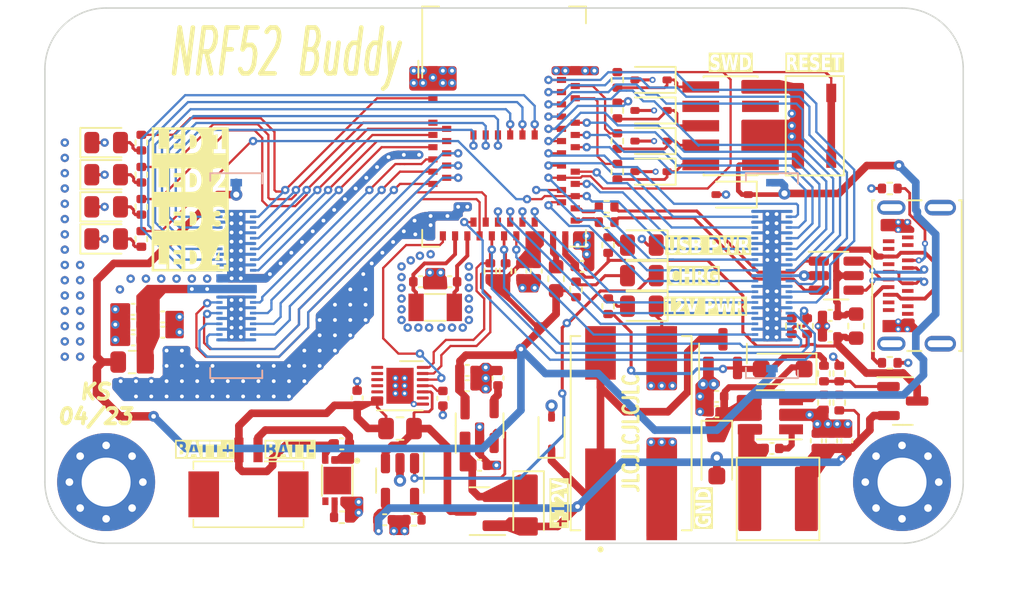
<source format=kicad_pcb>
(kicad_pcb (version 20221018) (generator pcbnew)
  (title_block (title "nRF Buddy Board Layout") (rev "2") (company "Kane Stoboi"))
  (layers (0 "F.Cu" signal) (1 "In1.Cu" signal) (2 "In2.Cu" signal) (31 "B.Cu" signal) (34 "B.Paste" user) (35 "F.Paste" user) (36 "B.SilkS" user "B.Silkscreen") (37 "F.SilkS" user "F.Silkscreen") (38 "B.Mask" user) (39 "F.Mask" user) (44 "Edge.Cuts" user))
  (net 0 "")
  (net 1 "/Power Switching/V_USB")
  (net 2 "GND")
  (net 3 "/Power Switching/V_USB_FILT")
  (net 4 "VCC")
  (net 5 "+5V")
  (net 6 "+3V3")
  (net 7 "3V3A")
  (net 8 "/Power Input/FUEL_REG")
  (net 9 "/Power Switching/BST")
  (net 10 "/Power Switching/SW")
  (net 11 "/Power Switching/BP")
  (net 12 "Net-(D7-A)")
  (net 13 "Net-(D8-A)")
  (net 14 "Net-(D9-A)")
  (net 15 "Net-(D10-A)")
  (net 16 "Net-(D13-A)")
  (net 17 "/Power Switching/12V_REG_IN")
  (net 19 "/MCU (nRF52840)/XL1")
  (net 20 "/MCU (nRF52840)/XL2")
  (net 26 "/Power Input/+12V_CONN")
  (net 30 "/MCU (nRF52840)/SWDIO_CONN")
  (net 31 "/MCU (nRF52840)/SWO_CONN")
  (net 32 "/MCU (nRF52840)/SWDCLK_CONN")
  (net 33 "/MCU (nRF52840)/~{NRF_RESET_CONN}")
  (net 34 "/Connectors/P0.21")
  (net 35 "/Connectors/P0.19")
  (net 36 "/Connectors/P0.20")
  (net 43 "/Connectors/P0.17")
  (net 44 "/Connectors/P0.22")
  (net 45 "/P1.09{slash}~{CHARGE}")
  (net 46 "/Connectors/P0.15")
  (net 47 "/Connectors/P0.24")
  (net 48 "/USB Input/CC1")
  (net 49 "/Connectors/P0.23")
  (net 50 "/USB Input/USB_CONN_D+")
  (net 51 "/Connectors/P0.25")
  (net 52 "/Connectors/P0.16")
  (net 53 "/Connectors/P1.02")
  (net 54 "/Connectors/P0.14")
  (net 55 "/Connectors/P0.09{slash}NFC1")
  (net 56 "/Connectors/P0.12")
  (net 57 "/Connectors/P0.10{slash}NFC2")
  (net 58 "/Connectors/P0.11")
  (net 59 "/Connectors/P1.08")
  (net 60 "/SCL")
  (net 61 "/Connectors/P0.07")
  (net 62 "/Connectors/P1.04")
  (net 63 "/Connectors/P1.06")
  (net 64 "/Connectors/P1.07")
  (net 65 "/Connectors/P1.13")
  (net 66 "/Connectors/P1.05")
  (net 67 "/Connectors/P1.14")
  (net 68 "/Connectors/P1.03")
  (net 69 "/Connectors/P1.15")
  (net 70 "/Connectors/P1.01")
  (net 71 "/Connectors/P0.29{slash}AIN5")
  (net 72 "/Connectors/P0.04{slash}AIN2")
  (net 74 "/Connectors/P0.31{slash}AIN7")
  (net 76 "/Connectors/P0.05{slash}AIN3")
  (net 78 "/Connectors/P0.30{slash}AIN6")
  (net 79 "/Connectors/P0.28{slash}AIN4")
  (net 80 "/Connectors/P0.03{slash}AIN1")
  (net 81 "/Connectors/P0.02{slash}AIN0")
  (net 82 "/USB Input/USB_CONN_D-")
  (net 83 "/USB Input/CC2")
  (net 84 "/MCU (nRF52840)/P0.13{slash}BT_STATUS_LED")
  (net 85 "/MCU (nRF52840)/P0.18{slash}~{NRF_RESET}")
  (net 86 "/MCU (nRF52840)/DCCH")
  (net 88 "/Power Switching/12V__GATE_EN")
  (net 89 "/Power Input/BATT+")
  (net 90 "/Power Input/AP9211_VM")
  (net 91 "/Power Input/PROG")
  (net 92 "/Power Switching/FB")
  (net 93 "/MCU (nRF52840)/USB_D-")
  (net 94 "/MCU (nRF52840)/D-")
  (net 95 "/MCU (nRF52840)/USB_D+")
  (net 96 "/MCU (nRF52840)/D+")
  (net 98 "/Connectors/P0.26")
  (net 99 "/Connectors/P1.10")
  (net 100 "/Connectors/P1.11")
  (net 101 "/Connectors/P1.12")
  (net 102 "/MCU (nRF52840)/SWDIO")
  (net 103 "/MCU (nRF52840)/SWDCLK")
  (net 104 "/SDA")
  (net 105 "/MCU (nRF52840)/NRF_SWO")
  (net 106 "/MCU (nRF52840)/P0.27{slash}FUEL_ALRT")
  (net 107 "/Power Input/BATT_CONN-")
  (net 108 "/Power Input/BATT_CONN+")
  (net 110 "Net-(D16-A)")
  (net 111 "/Power Input/+12V")
  (net 113 "Net-(D12-A)")
  (footprint "Capacitor_SMD:C_0402_1005Metric" (layer "F.Cu") (at 92.2 125.6625)
    (fp_text reference "C26" hide)
    (fp_text value "2u2")
  )
  (footprint "Resistor_SMD:R_0402_1005Metric" (layer "F.Cu") (at 104.7 110.6 -90)
    (fp_text reference "R32" hide)
    (fp_text value "1k5")
  )
  (footprint "Diode_SMD:D_SOD-323" (layer "F.Cu") (at 109.6 100.9 180)
    (fp_text reference "D5" hide)
    (fp_text value "D_TVS_5V")
  )
  (footprint "Resistor_SMD:R_0805_2012Metric" (layer "F.Cu") (at 75.7 115.35 180)
    (fp_text reference "R7" hide)
    (fp_text value "10R")
  )
  (footprint "Resistor_SMD:R_0402_1005Metric" (layer "F.Cu") (at 76.3 107.3 -90)
    (fp_text reference "R12" hide)
    (fp_text value "1k5")
  )
  (footprint "Capacitor_SMD:C_0402_1005Metric" (layer "F.Cu") (at 75.77 113.9 180)
    (fp_text reference "C15" hide)
    (fp_text value "100n")
  )
  (footprint "MountingHole:MountingHole_3.2mm_M3_Pad_Via" (layer "F.Cu") (at 74 123.2)
    (fp_text reference "H2" hide)
    (fp_text value "MountingHole_Pad")
  )
  (footprint "Package_DFN_QFN:TDFN-14-1EP_3x3mm_P0.4mm_EP1.78x2.35mm" (layer "F.Cu") (at 93.2 116.9)
    (fp_text reference "U2" hide)
    (fp_text value "MAX17260SETD")
  )
  (footprint "Diode_SMD:D_SOD-123F" (layer "F.Cu") (at 101.6 124.7 -90)
    (fp_text reference "D11" hide)
    (fp_text value "D_Small")
  )
  (footprint "Capacitor_SMD:C_0402_1005Metric" (layer "F.Cu") (at 75.77 112.9)
    (fp_text reference "C23" hide)
    (fp_text value "4u7")
  )
  (footprint "LED_SMD:LED_0805_2012Metric" (layer "F.Cu") (at 74 103.1)
    (fp_text reference "D9" hide)
    (fp_text value "STATUS_LED2")
  )
  (footprint "Capacitor_SMD:C_0402_1005Metric" (layer "F.Cu") (at 98.4 122.1)
    (fp_text reference "C14" hide)
    (fp_text value "2u2")
  )
  (footprint "Package_TO_SOT_SMD:SOT-23-6_Handsoldering" (layer "F.Cu") (at 117.4 118.8 180)
    (fp_text reference "U4" hide)
    (fp_text value "TP6841S6")
  )
  (footprint "Capacitor_SMD:C_0402_1005Metric" (layer "F.Cu") (at 90.4 117.7 90)
    (fp_text reference "C3" hide)
    (fp_text value "100n")
  )
  (footprint "Capacitor_SMD:C_0402_1005Metric" (layer "F.Cu") (at 75.76 111.9 180)
    (fp_text reference "C25" hide)
    (fp_text value "22u")
  )
  (footprint "LED_SMD:LED_0805_2012Metric" (layer "F.Cu") (at 109 111.7 180)
    (fp_text reference "D13" hide)
    (fp_text value "12V Status LED")
  )
  (footprint "LED_SMD:LED_0805_2012Metric" (layer "F.Cu") (at 74 107.3)
    (fp_text reference "D8" hide)
    (fp_text value "LED_BT_STATUS")
  )
  (footprint "Capacitor_SMD:C_0402_1005Metric" (layer "F.Cu") (at 97.6 115.9)
    (fp_text reference "C12" hide)
    (fp_text value "2u2")
  )
  (footprint "Inductor_SMD:L_0603_1608Metric" (layer "F.Cu") (at 123 113 -90)
    (fp_text reference "L1" hide)
    (fp_text value "600 @ 600Hz")
  )
  (footprint "MountingHole:MountingHole_3.2mm_M3_Pad_Via" (layer "F.Cu") (at 126 123.2)
    (fp_text reference "H4" hide)
    (fp_text value "MountingHole_Pad")
  )
  (footprint "Package_TO_SOT_SMD:SOT-23-5" (layer "F.Cu") (at 98.4 119.5 90)
    (fp_text reference "U5" hide)
    (fp_text value "MIC5205-3.3YM5")
  )
  (footprint "Footprints:TS-1089S-02526" (layer "F.Cu") (at 120.3 99.9 -90)
    (fp_text reference "SW1" hide)
    (fp_text value "SW_SPST")
  )
  (footprint "Resistor_SMD:R_0402_1005Metric" (layer "F.Cu") (at 121.9 118 -90)
    (fp_text reference "R6" hide)
    (fp_text value "52k3")
  )
  (footprint "Package_TO_SOT_SMD:SOT-23-6" (layer "F.Cu") (at 121.7 109.7)
    (fp_text reference "U7" hide)
    (fp_text value "USBLC6-2SC6")
  )
  (footprint "Resistor_SMD:R_0402_1005Metric" (layer "F.Cu") (at 76.3 101 -90)
    (fp_text reference "R11" hide)
    (fp_text value "1k5")
  )
  (footprint "Capacitor_SMD:C_0402_1005Metric" (layer "F.Cu") (at 120.4 120.5 90)
    (fp_text reference "C10" hide)
    (fp_text value "22u")
  )
  (footprint "Inductor_SMD:L_0603_1608Metric" (layer "F.Cu") (at 103.4 109.9 -90)
    (fp_text reference "L3" hide)
    (fp_text value "10u")
  )
  (footprint "Capacitor_SMD:C_0402_1005Metric" (layer "F.Cu") (at 77.7 113.4)
    (fp_text reference "C16" hide)
    (fp_text value "10u")
  )
  (footprint "RF_Module:Raytac_MDBT50Q" (layer "F.Cu") (at 100 99.95)
    (fp_text reference "U6" hide)
    (fp_text value "MDBT50Q-1MV2")
  )
  (footprint "Diode_SMD:D_SOD-323" (layer "F.Cu") (at 114.9 104.4 180)
    (fp_text reference "D2" hide)
    (fp_text value "D_TVS_5V")
  )
  (footprint "Diode_SMD:D_SOD-323" (layer "F.Cu") (at 109.6 96.9 180)
    (fp_text reference "D6" hide)
    (fp_text value "D_TVS_5V")
  )
  (footprint "Resistor_SMD:R_0402_1005Metric" (layer "F.Cu") (at 89.4 125.5)
    (fp_text reference "R1" hide)
    (fp_text value "2.2k")
  )
  (footprint "Capacitor_SMD:C_0402_1005Metric" (layer "F.Cu") (at 97.6 116.9)
    (fp_text reference "C11" hide)
    (fp_text value "470p")
  )
  (footprint "LED_SMD:LED_0805_2012Metric" (layer "F.Cu") (at 74 105.2)
    (fp_text reference "D10" hide)
    (fp_text value "STATUS_LED3")
  )
  (footprint "Capacitor_SMD:C_0402_1005Metric" (layer "F.Cu") (at 101.1 109.4 90)
    (fp_text reference "C19" hide)
    (fp_text value "4u7")
  )
  (footprint "Diode_SMD:D_SOD-323" (layer "F.Cu") (at 109.6 98.9 180)
    (fp_text reference "D4" hide)
    (fp_text value "D_TVS_5V")
  )
  (footprint "Resistor_SMD:R_0402_1005Metric" (layer "F.Cu") (at 119.8 113 -90)
    (fp_text reference "R13" hide)
    (fp_text value "5k1")
  )
  (footprint "Capacitor_SMD:C_0402_1005Metric" (layer "F.Cu") (at 105.1 109.1)
    (fp_text reference "C18" hide)
    (fp_text value "4u7")
  )
  (footprint "Resistor_SMD:R_0402_1005Metric" (layer "F.Cu") (at 106.7 105.2 180)
    (fp_text reference "R16" hide)
    (fp_text value "27R")
  )
  (footprint "Resistor_SMD:R_0402_1005Metric" (layer "F.Cu") (at 125.2 104 180)
    (fp_text reference "R10" hide)
    (fp_text value "5k1")
  )
  (footprint "Resistor_SMD:R_0402_1005Metric" (layer "F.Cu") (at 118.8 113 -90)
    (fp_text reference "R17" hide)
    (fp_text value "5k1")
  )
  (footprint "Capacitor_SMD:C_0402_1005Metric" (layer "F.Cu") (at 99.6 116.4 90)
    (fp_text reference "C13" hide)
    (fp_text value "470p")
  )
  (footprint "Capacitor_SMD:C_0402_1005Metric" (layer "F.Cu") (at 113.9 118.6 180)
    (fp_text reference "C6" hide)
    (fp_text value "22u")
  )
  (footprint "Package_TO_SOT_SMD:SOT-23" (layer "F.Cu") (at 114.3 114.8 90)
    (fp_text reference "Q1" hide)
    (fp_text value "SSM3J332R")
  )
  (footprint "Resistor_SMD:R_0402_1005Metric" (layer "F.Cu") (at 120.9 118 90)
    (fp_text reference "R8" hide)
    (fp_text value "10k")
  )
  (footprint "Footprints:SWPA5040S470MT" (layer "F.Cu") (at 117.9 124.3)
    (fp_text reference "L2" hide)
    (fp_text value "47u")
  )
  (footprint "Diode_SMD:D_SOD-323" (layer "F.Cu") (at 103.1 120 90)
    (fp_text reference "D1" hide)
    (fp_text value "D_TVS_15V")
  )
  (footprint "Resistor_SMD:R_0402_1005Metric" (layer "F.Cu") (at 94.1 125.6625)
    (fp_text reference "R4" hide)
    (fp_text value "10k")
  )
  (footprint "Resistor_SMD:R_0805_2012Metric" (layer "F.Cu") (at 93.2 119.7 180)
    (fp_text reference "R2" hide)
    (fp_text value "10m")
  )
  (footprint "Package_TO_SOT_SMD:SOT-23-5" (layer "F.Cu") (at 93.2 123.1 -90)
    (fp_text reference "U3" hide)
    (fp_text value "TP4054")
  )
  (footprint "Diode_SMD:D_SOD-123F" (layer "F.Cu") (at 113.9 121.4 -90)
    (fp_text reference "D15" hide)
    (fp_text value "D_Small")
  )
  (footprint "Resistor_SMD:R_0402_1005Metric" (layer "F.Cu") (at 121.9 116.1 -90)
    (fp_text reference "R5" hide)
    (fp_text value "10k")
  )
  (footprint "Capacitor_SMD:C_0402_1005Metric" (layer "F.Cu") (at 77.7 112.4)
    (fp_text reference "C24" hide)
    (fp_text value "22u")
  )
  (footprint "Resistor_SMD:R_0402_1005Metric" (layer "F.Cu") (at 107.4 96.9 -90)
    (fp_text reference "R29" hide)
    (fp_text value "49R9")
  )
  (footprint "Capacitor_SMD:C_0402_1005Metric" (layer "F.Cu") (at 121.3 113.7 180)
    (fp_text reference "C2" hide)
    (fp_text value "100n")
  )
  (footprint "Resistor_SMD:R_0402_1005Metric" (layer "F.Cu") (at 99.1 109.4 -90)
    (fp_text reference "R20" hide)
    (fp_text value "5k1")
  )
  (footprint "Resistor_SMD:R_0402_1005Metric" (layer "F.Cu") (at 125.2 115.4)
    (fp_text reference "R9" hide)
    (fp_text value "5k1")
  )
  (footprint "LED_SMD:LED_0805_2012Metric" (layer "F.Cu") (at 109 109.7 180)
    (fp_text reference "D16" hide)
    (fp_text value "CHRG")
  )
  (footprint "Resistor_SMD:R_0402_1005Metric" (layer "F.Cu") (at 107.4 102.9 -90)
    (fp_text reference "R26" hide)
    (fp_text value "49R9")
  )
  (footprint "Capacitor_SMD:C_0402_1005Metric" (layer "F.Cu") (at 113.9 117.6 180)
    (fp_text reference "C7" hide)
    (fp_text value "22u")
  )
  (footprint "Footprints:HDGC1251WR-S-2P" (layer "F.Cu") (at 83.3 124 180)
    (fp_text reference "J6" hide)
    (fp_text value "HDGC1251WR-S-2P")
  )
  (footprint "Capacitor_SMD:C_0402_1005Metric" (layer "F.Cu") (at 94.55 110.1)
    (fp_text reference "C21" hide)
    (fp_text value "12p")
  )
  (footprint "AP9211SA-AK-HAC-7:DFN200X300X60-7N" (layer "F.Cu") (at 89.1 123.1 -90)
    (fp_text reference "U1" hide)
    (fp_text value "AP9211" hide)
  )
  (footprint "Resistor_SMD:R_0402_1005Metric" (layer "F.Cu") (at 107.4 100.9 -90)
    (fp_text reference "R27" hide)
    (fp_text value "49R9")
  )
  (footprint "Diode_SMD:D_SOD-323" (layer "F.Cu") (at 109.6 102.9 180)
    (fp_text reference "D3" hide)
    (fp_text value "D_TVS_5V")
  )
  (footprint "Resistor_SMD:R_0402_1005Metric" (layer "F.Cu") (at 107.4 98.9 -90)
    (fp_text reference "R28" hide)
    (fp_text value "49R9")
  )
  (footprint "Capacitor_SMD:C_0402_1005Metric" (layer "F.Cu") (at 117.5 121 180)
    (fp_text reference "C8" hide)
    (fp_text value "100n")
  )
  (footprint "Footprints:WAGO_2060-452_998-404" (layer "F.Cu") (at 108.3 120 90)
    (fp_text reference "J1" hide)
    (fp_text value "2060-452_998-404")
  )
  (footprint "MountingHole:MountingHole_3.2mm_M3" (layer "F.Cu") (at 126 96.2)
    (fp_text reference "H3" hide)
    (fp_text value "MountingHole_Pad")
  )
  (footprint "Capacitor_SMD:C_0402_1005Metric" (layer "F.Cu") (at 89.4 120.7)
    (fp_text reference "C4" hide)
    (fp_text value "100n")
  )
  (footprint "Resistor_SMD:R_0402_1005Metric" (layer "F.Cu") (at 106.8 107.7 90)
    (fp_text reference "R21" hide)
    (fp_text value "1k5")
  )
  (footprint "Resistor_SMD:R_0402_1005Metric" (layer "F.Cu") (at 120.9 116.1 90)
    (fp_text reference "R3" hide)
    (fp_text value "10k")
  )
  (footprint "Footprints:TE_2305018-2" (layer "F.Cu") (at 128.5 109.7 90)
    (fp_text reference "J3" hide)
    (fp_text value "2305018-2")
  )
  (footprint "Capacitor_SMD:C_0402_1005Metric" (layer "F.Cu") (at 121.4 120.5 90)
    (fp_text reference "C9" hide)
    (fp_text value "22u")
  )
  (footprint "MountingHole:MountingHole_3.2mm_M3" (layer "F.Cu") (at 74 96.2)
    (fp_text reference "H1" hide)
    (fp_text value "MountingHole_Pad")
  )
  (footprint "Resistor_SMD:R_0402_1005Metric" (layer "F.Cu") (at 76.3 103.1 -90)
    (fp_text reference "R14" hide)
    (fp_text value "1k5")
  )
  (footprint "LED_SMD:LED_0805_2012Metric" (layer "F.Cu") (at 109 107.7 180)
    (fp_text reference "D12" hide)
    (fp_text value "USB Status LED")
  )
  (footprint "Connector_PinHeader_1.27mm:PinHeader_2x05_P1.27mm_Vertical_SMD" (layer "F.Cu") (at 114.8 99.9 180)
    (fp_text reference "J2" hide)
    (fp_text value "SWD")
  )
  (footprint "Capacitor_SMD:C_0402_1005Metric" (layer "F.Cu") (at 96.45 110.1 180)
    (fp_text reference "C22" hide)
    (fp_text value "12p")
  )
  (footprint "Capacitor_SMD:C_0402_1005Metric" (layer "F.Cu") (at 121.3 112.3 180)
    (fp_text reference "C1" hide)
    (fp_text value "100n")
  )
  (footprint "Resistor_SMD:R_0402_1005Metric" (layer "F.Cu") (at 106.8 111.7 90)
    (fp_text reference "R22" hide)
    (fp_text value "1k5")
  )
  (footprint "Capacitor_SMD:C_0402_1005Metric" (layer "F.Cu") (at 122.4 120.5 90)
    (fp_text reference "C27" hide)
    (fp_text value "100n")
  )
  (footprint "Crystal:Crystal_SMD_3215-2Pin_3.2x1.5mm" (layer "F.Cu") (at 95.5 111.775 180)
    (fp_text reference "Y1" hide)
    (fp_text value "32.768 kHz")
  )
  (footprint "Diode_SMD:D_SOD-123F" (layer "F.Cu") (at 118.2 115.8 180)
    (fp_text reference "D14" hide)
    (fp_text value "D_Small")
  )
  (footprint "Resistor_SMD:R_0402_1005Metric" (layer "F.Cu") (at 106.7 106.2 180)
    (fp_text reference "R15" hide)
    (fp_text value "27R")
  )
  (footprint "Package_TO_SOT_SMD:SOT-23" (layer "F.Cu") (at 126.05 117.9)
    (fp_text reference "Q2" hide)
    (fp_text value "SSM3J332R")
  )
  (footprint "Capacitor_SMD:C_0402_1005Metric" (layer "F.Cu") (at 96 117.72 -90)
    (fp_text reference "C5" hide)
    (fp_text value "0.47u")
  )
  (footprint "Resistor_SMD:R_0402_1005Metric" (layer "F.Cu") (at 76.3 105.2 -90)
    (fp_text reference "R18" hide)
    (fp_text value "1k5")
  )
  (footprint "Capacitor_SMD:C_0402_1005Metric" (layer "F.Cu") (at 102.1 109.4 90)
    (fp_text reference "C20" hide)
    (fp_text value "4u7")
  )
  (footprint "LED_SMD:LED_0805_2012Metric" (layer "F.Cu") (at 74 101)
    (fp_text reference "D7" hide)
    (fp_text value "STATUS_LED1")
  )
  (footprint "Package_TO_SOT_SMD:SOT-23" (layer "F.Cu") (at 98.4 125.1 180)
    (fp_text reference "Q3" hide)
    (fp_text value "SSM3J332R")
  )
  (footprint "Resistor_SMD:R_0402_1005Metric" (layer "F.Cu") (at 100.1 109.4 -90)
    (fp_text reference "R19" hide)
    (fp_text value "5k1")
  )
  (footprint "myFootprints:BM24-50DS2-0.35V(51)" (layer "B.Cu") (at 82.5 109.7 90)
    (fp_text reference "J5" hide)
    (fp_text value "Conn_02x26_Odd_Even")
  )
  (footprint "myFootprints:BM24-50DS2-0.35V(51)" (layer "B.Cu") (at 117.5 109.7 90)
    (fp_text reference "J4" hide)
    (fp_text value "Conn_02x26_Odd_Even")
  )
  (gr_line (start 130 123.2) (end 130 96.2) (stroke (width 0.1)) (layer "Edge.Cuts"))
  (gr_arc (start 70 96.2) (mid 71.171573 93.371573) (end 74 92.2) (stroke (width 0.1)) (layer "Edge.Cuts"))
  (gr_line (start 74 127.2) (end 126 127.2) (stroke (width 0.1)) (layer "Edge.Cuts"))
  (gr_arc (start 74 127.2) (mid 71.171573 126.028427) (end 70 123.2) (stroke (width 0.1)) (layer "Edge.Cuts"))
  (gr_arc (start 130 123.2) (mid 128.828427 126.028427) (end 126 127.2) (stroke (width 0.1)) (layer "Edge.Cuts"))
  (gr_line (start 70 96.2) (end 70 123.2) (stroke (width 0.1)) (layer "Edge.Cuts"))
  (gr_line (start 126 92.2) (end 74 92.2) (stroke (width 0.1)) (layer "Edge.Cuts"))
  (gr_arc (start 126 92.2) (mid 128.828427 93.371573) (end 130 96.2) (stroke (width 0.1)) (layer "Edge.Cuts"))
  (gr_text "NRF52 Buddy" (at 77.9 95.1) (layer "F.SilkS") (effects (font (size 3 1.5) (thickness 0.3) italic) (justify left)))
  (gr_text "USB PWR" (at 113.3 107.8) (layer "F.SilkS" knockout) (effects (font (size 1 0.75) (thickness 0.05) bold)))
  (gr_text "JLCJLCJLCJLC" (at 108.3 120 90) (layer "F.SilkS") (effects (font (size 1 0.75) (thickness 0.1875))))
  (gr_text "GND" (at 113.1 126.2 90) (layer "F.SilkS" knockout) (effects (font (size 1 0.75) (thickness 0.05) bold) (justify left)))
  (gr_text "LED 1\nLED 2\nLED 3\nLED 4" (at 77 100.2) (layer "F.SilkS" knockout) (effects (font (size 1.5 1.1) (thickness 0.05) bold) (justify left top)))
  (gr_text "12V PWR" (at 113.1 111.8) (layer "F.SilkS" knockout) (effects (font (size 1 0.75) (thickness 0.05) bold)))
  (gr_text "+12V" (at 103.7 126.2 90) (layer "F.SilkS" knockout) (effects (font (size 1 0.75) (thickness 0.05) bold) (justify left)))
  (gr_text "KS\n04/23" (at 73.3 118.1) (layer "F.SilkS") (effects (font (size 1 1) (thickness 0.25) italic)))
  (gr_text "BATT+" (at 80.45 121.15) (layer "F.SilkS" knockout) (effects (font (size 1 0.75) (thickness 0.05) bold)))
  (gr_text "RESET" (at 120.25 95.85) (layer "F.SilkS" knockout) (effects (font (size 1 0.75) (thickness 0.05) bold)))
  (gr_text "BATT-" (at 86 121.15) (layer "F.SilkS" knockout) (effects (font (size 1 0.75) (thickness 0.05) bold)))
  (gr_text "CHRG" (at 112.4 109.8) (layer "F.SilkS" knockout) (effects (font (size 1 0.75) (thickness 0.05) bold)))
  (gr_text "SWD" (at 114.8 95.85) (layer "F.SilkS" knockout) (effects (font (size 1 0.75) (thickness 0.05) bold)))
  (segment (start 128.2 110.5) (end 128.2 108.9) (width 0.25) (layer "F.Cu") (net 1))
  (segment (start 122.3 112.3) (end 121.78 112.3) (width 0.4) (layer "F.Cu") (net 1))
  (segment (start 126.375 108.2) (end 125.925 108.2) (width 0.25) (layer "F.Cu") (net 1))
  (segment (start 121.8 112.28) (end 121.78 112.3) (width 0.4) (layer "F.Cu") (net 1))
  (segment (start 125.125 108.45) (end 125.675 108.45) (width 0.25) (layer "F.Cu") (net 1))
  (segment (start 121.7 111.4) (end 121.8 111.5) (width 0.4) (layer "F.Cu") (net 1))
  (segment (start 123.9 108) (end 121.9 108) (width 0.4) (layer "F.Cu") (net 1))
  (segment (start 122 109.7) (end 122.8375 109.7) (width 0.4) (layer "F.Cu") (net 1))
  (segment (start 125.675 110.95) (end 125.925 111.2) (width 0.25) (layer "F.Cu") (net 1))
  (segment (start 127.5 111.2) (end 128.2 110.5) (width 0.25) (layer "F.Cu") (net 1))
  (segment (start 127.5 111.2) (end 126.375 111.2) (width 0.25) (layer "F.Cu") (net 1))
  (segment (start 121.7 108.2) (end 121.7 109.4) (width 0.4) (layer "F.Cu") (net 1))
  (segment (start 122.9875 112.2) (end 122.4 112.2) (width 0.4) (layer "F.Cu") (net 1))
  (segment (start 121.7 109.4) (end 122 109.7) (width 0.4) (layer "F.Cu") (net 1))
  (segment (start 125.125 108.45) (end 124.35 108.45) (width 0.25) (layer "F.Cu") (net 1))
  (segment (start 122.4 112.2) (end 122.3 112.3) (width 0.4) (layer "F.Cu") (net 1))
  (segment (start 125.925 111.2) (end 126.375 111.2) (width 0.25) (layer "F.Cu") (net 1))
  (segment (start 121.7 109.4) (end 121.7 110) (width 0.4) (layer "F.Cu") (net 1))
  (segment (start 121.7 110) (end 121.7 111.4) (width 0.4) (layer "F.Cu") (net 1))
  (segment (start 125.125 110.95) (end 125.675 110.95) (width 0.25) (layer "F.Cu") (net 1))
  (segment (start 128.2 108.9) (end 127.5 108.2) (width 0.25) (layer "F.Cu") (net 1))
  (segment (start 123.9 108) (end 124.35 108.45) (width 0.4) (layer "F.Cu") (net 1))
  (segment (start 124.35 108.45) (end 124.65 108.45) (width 0.4) (layer "F.Cu") (net 1))
  (segment (start 127.5 108.2) (end 126.375 108.2) (width 0.25) (layer "F.Cu") (net 1))
  (segment (start 121.7 110) (end 122 109.7) (width 0.4) (layer "F.Cu") (net 1))
  (segment (start 122.1 109.7) (end 122.8375 109.7) (width 0.4) (layer "F.Cu") (net 1))
  (segment (start 121.8 111.5) (end 121.8 112.28) (width 0.4) (layer "F.Cu") (net 1))
  (segment (start 125.675 108.45) (end 125.925 108.2) (width 0.25) (layer "F.Cu") (net 1))
  (segment (start 121.9 108) (end 121.7 108.2) (width 0.4) (layer "F.Cu") (net 1))
  (segment (start 125.71 115.4) (end 126.4 115.4) (width 0.25) (layer "F.Cu") (net 2))
  (segment (start 90.4 117.21) (end 90.4 116.6) (width 0.25) (layer "F.Cu") (net 2))
  (segment (start 84.35 109.875) (end 82.8 109.875) (width 0.55) (layer "F.Cu") (net 2))
  (segment (start 95.05 105.8) (end 95.75 105.8) (width 0.55) (layer "F.Cu") (net 2))
  (segment (start 117.835 112.49) (end 117.8 112.525) (width 0.2) (layer "F.Cu") (net 2))
  (segment (start 108.55 98.9) (end 109.8 98.9) (width 0.2) (layer "F.Cu") (net 2))
  (segment (start 91.4 102.9) (end 92.075735 102.224265) (width 0.55) (layer "F.Cu") (net 2))
  (segment (start 94.45 101.8) (end 93.8 101.8) (width 0.55) (layer "F.Cu") (net 2))
  (segment (start 82.8 109.875) (end 84.425 109.875) (width 0.55) (layer "F.Cu") (net 2))
  (segment (start 73.0625 101) (end 73.9 101) (width 0.2) (layer "F.Cu") (net 2))
  (segment (start 108.55 96.9) (end 109.7 96.9) (width 0.2) (layer "F.Cu") (net 2))
  (segment (start 121.9 115.4) (end 121.5 115) (width 0.2) (layer "F.Cu") (net 2))
  (segment (start 96 118.82) (end 96 118.2) (width 0.3) (layer "F.Cu") (net 2))
  (segment (start 103.1 118.95) (end 103.1 118.2) (width 0.4) (layer "F.Cu") (net 2))
  (segment (start 109.9375 107.7) (end 109.4 107.7) (width 0.2) (layer "F.Cu") (net 2))
  (segment (start 93.2 121.9625) (end 93.2 123.1) (width 0.5) (layer "F.Cu") (net 2))
  (segment (start 109.9375 111.7) (end 109.9375 112.3375) (width 0.2) (layer "F.Cu") (net 2))
  (segment (start 109.4 107.7) (end 109 107.3) (width 0.2) (layer "F.Cu") (net 2))
  (segment (start 117.875 112) (end 117.8 111.925) (width 0.5) (layer "F.Cu") (net 2))
  (segment (start 90.8 109.6) (end 90.8 109.452361) (width 0.55) (layer "F.Cu") (net 2))
  (segment (start 73.0625 105.2) (end 73.9 105.2) (width 0.2) (layer "F.Cu") (net 2))
  (segment (start 90.8 109.452361) (end 94.107434 106.144927) (width 0.55) (layer "F.Cu") (net 2))
  (segment (start 94.45 101.8) (end 93.1 101.8) (width 0.55) (layer "F.Cu") (net 2))
  (segment (start 73.0625 103.1) (end 73.9 103.1) (width 0.2) (layer "F.Cu") (net 2))
  (segment (start 113.85 104.4) (end 114.5 104.4) (width 0.2) (layer "F.Cu") (net 2))
  (segment (start 124.69 104) (end 124 104) (width 0.2) (layer "F.Cu") (net 2))
  (segment (start 121.9 115.59) (end 121.9 115.4) (width 0.2) (layer "F.Cu") (net 2))
  (segment (start 109.9375 112.3375) (end 110.3 112.7) (width 0.2) (layer "F.Cu") (net 2))
  (segment (start 108.55 102.9) (end 109.9 102.9) (width 0.2) (layer "F.Cu") (net 2))
  (segment (start 120.6625 109.7) (end 119.6 109.7) (width 0.5) (layer "F.Cu") (net 2))
  (segment (start 108.55 100.9) (end 109.8 100.9) (width 0.2) (layer "F.Cu") (net 2))
  (segment (start 110.3 112.7) (end 110.3 114.75) (width 0.2) (layer "F.Cu") (net 2))
  (segment (start 73.0625 107.3) (end 73.9 107.3) (width 0.2) (layer "F.Cu") (net 2))
  (segment (start 91.4 102.9) (end 84.9 109.4) (width 0.55) (layer "F.Cu") (net 2))
  (segment (start 118.8 112.49) (end 117.835 112.49) (width 0.2) (layer "F.Cu") (net 2))
  (segment (start 84.478033 109.821967) (end 84.9 109.4) (width 0.55) (layer "F.Cu") (net 2))
  (via (at 96 97.1005) (size 0.55) (drill 0.25) (layers "F.Cu" "B.Cu") (net 2))
  (via (at 83.95 115.6) (size 0.55) (drill 0.25) (layers "F.Cu" "B.Cu") (net 2))
  (via (at 90.3 104) (size 0.55) (drill 0.25) (layers "F.Cu" "B.Cu") (net 2))
  (via (at 117.2 113.125) (size 0.55) (drill 0.25) (layers "F.Cu" "B.Cu") (net 2))
  (via (at 74.6 113.9) (size 0.55) (drill 0.25) (layers "F.Cu" "B.Cu") (net 2))
  (via (at 96 118.82) (size 0.55) (drill 0.25) (layers "F.Cu" "B.Cu") (net 2))
  (via (at 71.3 105) (size 0.55) (drill 0.25) (layers "F.Cu" "B.Cu") (net 2))
  (via (at 93.7 113.1) (size 0.55) (drill 0.25) (layers "F.Cu" "B.Cu") (net 2))
  (via (at 95.2 106.4) (size 0.55) (drill 0.25) (layers "F.Cu" "B.Cu") (net 2))
  (via (at 72.3 113) (size 0.55) (drill 0.25) (layers "F.Cu" "B.Cu") (net 2))
  (via (at 74.6 111.9) (size 0.55) (drill 0.25) (layers "F.Cu" "B.Cu") (net 2))
  (via (at 88.2 106.1) (size 0.55) (drill 0.25) (layers "F.Cu" "B.Cu") (net 2))
  (via (at 117.8 106.275) (size 0.55) (drill 0.25) (layers "F.Cu" "B.Cu") (net 2))
  (via (at 93.45 101.8) (size 0.55) (drill 0.25) (layers "F.Cu" "B.Cu") (net 2))
  (via (at 90.4 116.6) (size 0.55) (drill 0.25) (layers "F.Cu" "B.Cu") (net 2))
  (via (at 92.9 116.4) (size 0.4) (drill 0.2) (layers "F.Cu" "B.Cu") (net 2))
  (via (at 90.95 112.6) (size 0.55) (drill 0.25) (layers "F.Cu" "B.Cu") (net 2))
  (via (at 117.2 106.275) (size 0.55) (drill 0.25) (layers "F.Cu" "B.Cu") (net 2))
  (via (at 80.6 109.9) (size 0.55) (drill 0.25) (layers "F.Cu" "B.Cu") (net 2))
  (via (at 74.9 110.6) (size 0.55) (drill 0.25) (layers "F.Cu" "B.Cu") (net 2))
  (via (at 98.8 116.4) (size 0.55) (drill 0.25) (layers "F.Cu" "B.Cu") (net 2))
  (via (at 102 110.5) (size 0.55) (drill 0.25) (layers "F.Cu" "B.Cu") (net 2))
  (via (at 88.9 105.4) (size 0.55) (drill 0.25) (layers "F.Cu" "B.Cu") (net 2))
  (via (at 90.5 124.5) (size 0.55) (drill 0.25) (layers "F.Cu" "B.Cu") (net 2))
  (via (at 78.95 116.6) (size 0.55) (drill 0.25) (layers "F.Cu" "B.Cu") (net 2))
  (via (at 109.6 120.584) (size 0.55) (drill 0.25) (layers "F.Cu" "B.Cu") (net 2))
  (via (at 82.8 109.875) (size 0.55) (drill 0.25) (layers "F.Cu" "B.Cu") (net 2))
  (via (at 81.95 117.6) (size 0.55) (drill 0.25) (layers "F.Cu" "B.Cu") (net 2))
  (via (at 117.8 111.925) (size 0.55) (drill 0.25) (layers "F.Cu" "B.Cu") (net 2))
  (via (at 88.95 112.6) (size 0.55) (drill 0.25) (layers "F.Cu" "B.Cu") (net 2))
  (via (at 92.8 126.4) (size 0.55) (drill 0.25) (layers "F.Cu" "B.Cu") (net 2))
  (via (at 117.8 108.675) (size 0.55) (drill 0.25) (layers "F.Cu" "B.Cu") (net 2))
  (via (at 73.9 101) (size 0.55) (drill 0.25) (layers "F.Cu" "B.Cu") (net 2))
  (via (at 118.8 99.9) (size 0.55) (drill 0.25) (layers "F.Cu" "B.Cu") (net 2))
  (via (at 117.2 113.725) (size 0.55) (drill 0.25) (layers "F.Cu" "B.Cu") (net 2))
  (via (at 82.8 108.675) (size 0.55) (drill 0.25) (layers "F.Cu" "B.Cu") (net 2))
  (via (at 71.3 103) (size 0.55) (drill 0.25) (layers "F.Cu" "B.Cu") (net 2))
  (via (at 97 105.2) (size 0.55) (drill 0.25) (layers "F.Cu" "B.Cu") (net 2))
  (via (at 82.8 105.675) (size 0.55) (drill 0.25) (layers "F.Cu" "B.Cu") (net 2))
  (via (at 97.7 111.2) (size 0.55) (drill 0.25) (layers "F.Cu" "B.Cu") (net 2))
  (via (at 94.1 97.1005) (size 0.55) (drill 0.25) (layers "F.Cu" "B.Cu") (net 2))
  (via (at 97.6 105.2) (size 0.55) (drill 0.25) (layers "F.Cu" "B.Cu") (net 2))
  (via (at 93.45 106.8) (size 0.55) (drill 0.25) (layers "F.Cu" "B.Cu") (net 2))
  (via (at 82.2 111.9) (size 0.55) (drill 0.25) (layers "F.Cu" "B.Cu") (net 2))
  (via (at 104.8 107.7) (size 0.55) (drill 0.25) (layers "F.Cu" "B.Cu") (net 2))
  (via (at 86.95 114.6) (size 0.55) (drill 0.25) (layers "F.Cu" "B.Cu") (net 2))
  (via (at 82.2 106.275) (size 0.55) (drill 0.25) (layers "F.Cu" "B.Cu") (net 2))
  (via (at 93.5 126.4) (size 0.55) (drill 0.25) (layers "F.Cu" "B.Cu") (net 2))
  (via (at 121.76 119.4) (size 0.55) (drill 0.25) (layers "F.Cu" "B.Cu") (net 2))
  (via (at 124 104) (size 0.55) (drill 0.25) (layers "F.Cu" "B.Cu") (net 2))
  (via (at 82.2 112.5) (size 0.55) (drill 0.25) (layers "F.Cu" "B.Cu") (net 2))
  (via (at 98.8 115.7) (size 0.55) (drill 0.25) (layers "F.Cu" "B.Cu") (net 2))
  (via (at 82.2 108.675) (size 0.55) (drill 0.25) (layers "F.Cu" "B.Cu") (net 2))
  (via (at 118.8 99.1) (size 0.55) (drill 0.25) (layers "F.Cu" "B.Cu") (net 2))
  (via (at 86.95 116.6) (size 0.55) (drill 0.25) (layers "F.Cu" "B.Cu") (net 2))
  (via (at 109.6 116.9) (size 0.55) (drill 0.25) (layers "F.Cu" "B.Cu") (net 2))
  (via (at 117.2 111.325) (size 0.55) (drill 0.25) (layers "F.Cu" "B.Cu") (net 2))
  (via (at 96 96.3) (size 0.55) (drill 0.25) (layers "F.Cu" "B.Cu") (net 2))
  (via (at 97.7 110.5) (size 0.55) (drill 0.25) (layers "F.Cu" "B.Cu") (net 2))
  (via (at 105.4 108.3) (size 0.55) (drill 0.25) (layers "F.Cu" "B.Cu") (net 2))
  (via (at 87.5 106.8) (size 0.55) (drill 0.25) (layers "F.Cu" "B.Cu") (net 2))
  (via (at 93.5 117.4) (size 0.4) (drill 0.2) (layers "F.Cu" "B.Cu") (net 2))
  (via (at 119.6 109.7) (size 0.7) (drill 0.3) (layers "F.Cu" "B.Cu") (net 2))
  (via (at 90.95 110.6) (size 0.55) (drill 0.25) (layers "F.Cu" "B.Cu") (net 2))
  (via (at 93.2 123.1) (size 0.8) (drill 0.4) (layers "F.Cu" "B.Cu") (net 2))
  (via (at 73.9 103.1) (size 0.55) (drill 0.25) (layers "F.Cu" "B.Cu") (net 2))
  (via (at 126.35 106.2) (size 0.4) (drill 0.2) (layers "F.Cu" "B.Cu") (net 2))
  (via (at 117.8 106.875) (size 0.55) (drill 0.25) (layers "F.Cu" "B.Cu") (net 2))
  (via (at 71.3 115) (size 0.55) (drill 0.25) (layers "F.Cu" "B.Cu") (net 2))
  (via (at 78.8 113.4) (size 0.55) (drill 0.25) (layers "F.Cu" "B.Cu") (net 2))
  (via (at 109.8 100.9) (size 0.4) (drill 0.2) (layers "F.Cu" "B.Cu") (net 2))
  (via (at 82.2 113.7) (size 0.55) (drill 0.25) (layers "F.Cu" "B.Cu") (net 2))
  (via (at 77.95 116.6) (size 0.55) (drill 0.25) (layers "F.Cu" "B.Cu") (net 2))
  (via (at 117.2 106.875) (size 0.55) (drill 0.25) (layers "F.Cu" "B.Cu") (net 2))
  (via (at 82.8 109.275) (size 0.55) (drill 0.25) (layers "F.Cu" "B.Cu") (net 2))
  (via (at 105.3 96.3) (size 0.55) (drill 0.25) (layers "F.Cu" "B.Cu") (net 2))
  (via (at 98.4 119.6) (size 0.55) (drill 0.25) (layers "F.Cu" "B.Cu") (net 2))
  (via (at 82.8 108.075) (size 0.55) (drill 0.25) (layers "F.Cu" "B.Cu") (net 2))
  (via (at 88.95 113.6) (size 0.55) (drill 0.25) (layers "F.Cu" "B.Cu") (net 2))
  (via (at 78.95 115.6) (size 0.55) (drill 0.25) (layers "F.Cu" "B.Cu") (net 2))
  (via (at 72.3 112) (size 0.55) (drill 0.25) (layers "F.Cu" "B.Cu") (net 2))
  (via (at 121.5 115) (size 0.55) (drill 0.25) (layers "F.Cu" "B.Cu") (net 2))
  (via (at 83.95 117.6) (size 0.55) (drill 0.25) (layers "F.Cu" "B.Cu") (net 2))
  (via (at 99.5 122.1) (size 0.55) (drill 0.25) (layers "F.Cu" "B.Cu") (net 2))
  (via (at 92.45 101.95) (size 0.55) (drill 0.25) (layers "F.Cu" "B.Cu") (net 2))
  (via (at 125.75 113.2) (size 0.4) (drill 0.2) (layers "F.Cu" "B.Cu") (net 2))
  (via (at 95.35 96.75) (size 0.55) (drill 0.25) (layers "F.Cu" "B.Cu") (net 2))
  (via (at 110.3 116.9) (size 0.55) (drill 0.25) (layers "F.Cu" "B.Cu") (net 2))
  (via (at 125.75 106.2) (size 0.4) (drill 0.2) (layers "F.Cu" "B.Cu") (net 2))
  (via (at 117.2 108.075) (size 0.55) (drill 0.25) (layers "F.Cu" "B.Cu") (net 2))
  (via (at 84.7 109.6) (size 0.55) (drill 0.25) (layers "F.Cu" "B.Cu") (net 2))
  (via (at 71.3 109) (size 0.55) (drill 0.25) (layers "F.Cu" "B.Cu") (net 2))
  (via (at 96.6 96.3) (size 0.55) (drill 0.25) (layers "F.Cu" "B.Cu") (net 2))
  (via (at 72.3 111) (size 0.55) (drill 0.25) (layers "F.Cu" "B.Cu") (net 2))
  (via (at 82.2 107.475) (size 0.55) (drill 0.25) (layers "F.Cu" "B.Cu") (net 2))
  (via (at 82.8 113.1) (size 0.55) (drill 0.25) (layers "F.Cu" "B.Cu") (net 2))
  (via (at 111 116.9) (size 0.55) (drill 0.25) (layers "F.Cu" "B.Cu") (net 2))
  (via (at 117.8 113.125) (size 0.55) (drill 0.25) (layers "F.Cu" "B.Cu") (net 2))
  (via (at 82.8 113.7) (size 0.55) (drill 0.25) (layers "F.Cu" "B.Cu") (net 2))
  (via (at 87.95 115.6) (size 0.55) (drill 0.25) (layers "F.Cu" "B.Cu") (net 2))
  (via (at 117.8 105.675) (size 0.55) (drill 0.25) (layers "F.Cu" "B.Cu") (net 2))
  (via (at 113.7 116.8) (size 0.7) (drill 0.3) (layers "F.Cu" "B.Cu") (net 2))
  (via (at 122.46 119.4) (size 0.55) (drill 0.25) (layers "F.Cu" "B.Cu") (net 2))
  (via (at 94.4 113.1) (size 0.55) (drill 0.25) (layers "F.Cu" "B.Cu") (net 2))
  (via (at 96.3 105.8) (size 0.55) (drill 0.25) (layers "F.Cu" "B.Cu") (net 2))
  (via (at 78.95 114.6) (size 0.55) (drill 0.25) (layers "F.Cu" "B.Cu") (net 2))
  (via (at 77.95 114.6) (size 0.55) (drill 0.25) (layers "F.Cu" "B.Cu") (net 2))
  (via (at 95.1 113.1) (size 0.55) (drill 0.25) (layers "F.Cu" "B.Cu") (net 2))
  (via (at 125.75 106.7) (size 0.4) (drill 0.2) (layers "F.Cu" "B.Cu") (net 2))
  (via (at 95.2 108.3) (size 0.55) (drill 0.25) (layers "F.Cu" "B.Cu") (net 2))
  (via (at 105.4 107.1) (size 0.55) (drill 0.25) (layers "F.Cu" "B.Cu") (net 2))
  (via (at 117.2 105.675) (size 0.55) (drill 0.25) (layers "F.Cu" "B.Cu") (net 2))
  (via (at 109.7 96.9) (size 0.4) (drill 0.2) (layers "F.Cu" "B.Cu") (net 2))
  (via (at 75.6 109.9) (size 0.55) (drill 0.25) (layers "F.Cu" "B.Cu") (net 2))
  (via (at 82.95 117.6) (size 0.55) (drill 0.25) (layers "F.Cu" "B.Cu") (net 2))
  (via (at 97.3 113.1) (size 0.55) (drill 0.25) (layers "F.Cu" "B.Cu") (net 2))
  (via (at 82.95 116.6) (size 0.55) (drill 0.25) (layers "F.Cu" "B.Cu") (net 2))
  (via (at 97.7 109.8) (size 0.55) (drill 0.25) (layers "F.Cu" "B.Cu") (net 2))
  (via (at 87.95 114.6) (size 0.55) (drill 0.25) (layers "F.Cu" "B.Cu") (net 2))
  (via (at 88.95 111.6) (size 0.55) (drill 0.25) (layers "F.Cu" "B.Cu") (net 2))
  (via (at 109.9 102.9) (size 0.4) (drill 0.2) (layers "F.Cu" "B.Cu") (net 2))
  (via (at 71.3 106) (size 0.55) (drill 0.25) (layers "F.Cu" "B.Cu") (net 2))
  (via (at 78.6 109.9) (size 0.55) (drill 0.25) (layers "F.Cu" "B.Cu") (net 2))
  (via (at 92.75 107.5) (size 0.55) (drill 0.25) (layers "F.Cu" "B.Cu") (net 2))
  (via (at 80.95 116.6) (size 0.55) (drill 0.25) (layers "F.Cu" "B.Cu") (net 2))
  (via (at 91.7 102.6) (size 0.55) (drill 0.25) (layers "F.Cu" "B.Cu") (net 2))
  (via (at 92.9 117.4) (size 0.4) (drill 0.2) (layers "F.Cu" "B.Cu") (net 2))
  (via (at 96.6 113.1) (size 0.55) (drill 0.25) (layers "F.Cu" "B.Cu") (net 2))
  (via (at 79.6 109.9) (size 0.55) (drill 0.25) (layers "F.Cu" "B.Cu") (net 2))
  (via (at 111 120.584) (size 0.55) (drill 0.25) (layers "F.Cu" "B.Cu") (net 2))
  (via (at 97.7 109.1) (size 0.55) (drill 0.25) (layers "F.Cu" "B.Cu") (net 2))
  (via (at 71.3 101) (size 0.55) (drill 0.25) (layers "F.Cu" "B.Cu") (net 2))
  (via (at 117.2 112.525) (size 0.55) (drill 0.25) (layers "F.Cu" "B.Cu") (net 2))
  (via (at 94.1 96.3) (size 0.55) (drill 0.25) (layers "F.Cu" "B.Cu") (net 2))
  (via (at 72.3 109) (size 0.55) (drill 0.25) (layers "F.Cu" "B.Cu") (net 2))
  (via (at 82.8 111.9) (size 0.55) (drill 0.25) (layers "F.Cu" "B.Cu") (net 2))
  (via (at 73.9 107.3) (size 0.55) (drill 0.25) (layers "F.Cu" "B.Cu") (net 2))
  (via (at 109 107.3) (size 0.55) (drill 0.25) (layers "F.Cu" "B.Cu") (net 2))
  (via (at 82.8 106.875) (size 0.55) (drill 0.25) (layers "F.Cu" "B.Cu") (net 2))
  (via (at 117.8 113.725) (size 0.55) (drill 0.25) (layers "F.Cu" "B.Cu") (net 2))
  (via (at 90.5 125.2) (size 0.55) (drill 0.25) (layers "F.Cu" "B.Cu") (net 2))
  (via (at 117.8 110.725) (size 0.55) (drill 0.25) (layers "F.Cu" "B.Cu") (net 2))
  (via (at 87.95 112.6) (size 0.55) (drill 0.25) (layers "F.Cu" "B.Cu") (net 2))
  (via (at 93.5 116.9) (size 0.4) (drill 0.2) (layers "F.Cu" "B.Cu") (net 2))
  (via (at 71.3 112) (size 0.55) (drill 0.25) (layers "F.Cu" "B.Cu") (net 2))
  (via (at 72.3 115) (size 0.55) (drill 0.25) (layers "F.Cu" "B.Cu") (net 2))
  (via (at 71.3 111) (size 0.55) (drill 0.25) (layers "F.Cu" "B.Cu") (net 2))
  (via (at 94.5 108.4) (size 0.55) (drill 0.25) (layers "F.Cu" "B.Cu") (net 2))
  (via (at 92.05 108.2) (size 0.55) (drill 0.25) (layers "F.Cu" "B.Cu") (net 2))
  (via (at 117.2 107.475) (size 0.55) (drill 0.25) (layers "F.Cu" "B.Cu") (net 2))
  (via (at 87.95 113.6) (size 0.55) (drill 0.25) (layers "F.Cu" "B.Cu") (net 2))
  (via (at 71.3 107) (size 0.55) (drill 0.25) (layers "F.Cu" "B.Cu") (net 2))
  (via (at 93.5 116.4) (size 0.4) (drill 0.2) (layers "F.Cu" "B.Cu") (net 2))
  (via (at 75.95 117.6) (size 0.55) (drill 0.25) (layers "F.Cu" "B.Cu") (net 2))
  (via (at 79.95 117.6) (size 0.55) (drill 0.25) (layers "F.Cu" "B.Cu") (net 2))
  (via (at 94.7 97.1005) (size 0.55) (drill 0.25) (layers "F.Cu" "B.Cu") (net 2))
  (via (at 77.95 117.6) (size 0.55) (drill 0.25) (layers "F.Cu" "B.Cu") (net 2))
  (via (at 78.95 117.6) (size 0.55) (drill 0.25) (layers "F.Cu" "B.Cu") (net 2))
  (via (at 125.75 112.7) (size 0.4) (drill 0.2) (layers "F.Cu" "B.Cu") (net 2))
  (via (at 119.96 118.8) (size 0.55) (drill 0.25) (layers "F.Cu" "B.Cu") (net 2))
  (via (at 126.35 113.2) (size 0.4) (drill 0.2) (layers "F.Cu" "B.Cu") (net 2))
  (via (at 74.95 116.6) (size 0.55) (drill 0.25) (layers "F.Cu" "B.Cu") (net 2))
  (via (at 126.4 115.4) (size 0.55) (drill 0.25) (layers "F.Cu" "B.Cu") (net 2))
  (via (at 112.8 118.6) (size 0.55) (drill 0.25) (layers "F.Cu" "B.Cu") (net 2))
  (via (at 98.8 117.1) (size 0.55) (drill 0.25) (layers "F.Cu" "B.Cu") (net 2))
  (via (at 104 96.3) (size 0.55) (drill 0.25) (layers "F.Cu" "B.Cu") (net 2))
  (via (at 86.95 115.6) (size 0.55) (drill 0.25) (layers "F.Cu" "B.Cu") (net 2))
  (via (at 117.8 107.475) (size 0.55) (drill 0.25) (layers "F.Cu" "B.Cu") (net 2))
  (via (at 82.2 113.1) (size 0.55) (drill 0.25) (layers "F.Cu" "B.Cu") (net 2))
  (via (at 117.8 108.075) (size 0.55) (drill 0.25) (layers "F.Cu" "B.Cu") (net 2))
  (via (at 96.6 97.1005) (size 0.55) (drill 0.25) (layers "F.Cu" "B.Cu") (net 2))
  (via (at 85.4 108.9) (size 0.55) (drill 0.25) (layers "F.Cu" "B.Cu") (net 2))
  (via (at 92.9 116.9) (size 0.4) (drill 0.2) (layers "F.Cu" "B.Cu") (net 2))
  (via (at 71.3 108) (size 0.55) (drill 0.25) (layers "F.Cu" "B.Cu") (net 2))
  (via (at 71.3 102) (size 0.55) (drill 0.25) (layers "F.Cu" "B.Cu") (net 2))
  (via (at 117.8 111.325) (size 0.55) (drill 0.25) (layers "F.Cu" "B.Cu") (net 2))
  (via (at 94.2 107) (size 0.55) (drill 0.25) (layers "F.Cu" "B.Cu") (net 2))
  (via (at 79.95 116.6) (size 0.55) (drill 0.25) (layers "F.Cu" "B.Cu") (net 2))
  (via (at 73.9 105.2) (size 0.55) (drill 0.25) (layers "F.Cu" "B.Cu") (net 2))
  (via (at 103.4 96.3) (size 0.55) (drill 0.25) (layers "F.Cu" "B.Cu") (net 2))
  (via (at 121.1 113) (size 0.4) (drill 0.2) (layers "F.Cu" "B.Cu") (net 2))
  (via (at 97.7 111.9) (size 0.55) (drill 0.25) (layers "F.Cu" "B.Cu") (net 2))
  (via (at 84.95 116.6) (size 0.55) (drill 0.25) (layers "F.Cu" "B.Cu") (net 2))
  (via (at 82.8 112.5) (size 0.55) (drill 0.25) (layers "F.Cu" "B.Cu") (net 2))
  (via (at 89.95 113.6) (size 0.55) (drill 0.25) (layers "F.Cu" "B.Cu") (net 2))
  (via (at 85.95 116.6) (size 0.55) (drill 0.25) (layers "F.Cu" "B.Cu") (net 2))
  (via (at 89.95 111.6) (size 0.55) (drill 0.25) (layers "F.Cu" "B.Cu") (net 2))
  (via (at 118.8 100.6) (size 0.55) (drill 0.25) (layers "F.Cu" "B.Cu") (net 2))
  (via (at 95.15 109.5) (size 0.55) (drill 0.25) (layers "F.Cu" "B.Cu") (net 2))
  (via (at 93.3 111.9) (size 0.55) (drill 0.25) (layers "F.Cu" "B.Cu") (net 2))
  (via (at 78.8 112.4) (size 0.55) (drill 0.25) (layers "F.Cu" "B.Cu") (net 2))
  (via (at 82.2 111.3) (size 0.55) (drill 0.25) (layers "F.Cu" "B.Cu") (net 2))
  (via (at 72.3 110) (size 0.55) (drill 0.25) (layers "F.Cu" "B.Cu") (net 2))
  (via (at 95.2 105.8) (size 0.55) (drill 0.25) (layers "F.Cu" "B.Cu") (net 2))
  (via (at 80.95 117.6) (size 0.55) (drill 0.25) (layers "F.Cu" "B.Cu") (net 2))
  (via (at 109.8 98.9) (size 0.4) (drill 0.2) (layers "F.Cu" "B.Cu") (net 2))
  (via (at 101.2 110.5) (size 0.55) (drill 0.25) (layers "F.Cu" "B.Cu") (net 2))
  (via (at 91 103.3) (size 0.55) (drill 0.25) (layers "F.Cu" "B.Cu") (net 2))
  (via (at 89.95 112.6) (size 0.55) (drill 0.25) (layers "F.Cu" "B.Cu") (net 2))
  (via (at 81.95 116.6) (size 0.55) (drill 0.25) (layers "F.Cu" "B.Cu") (net 2))
  (via (at 75.95 116.6) (size 0.55) (drill 0.25) (layers "F.Cu" "B.Cu") (net 2))
  (via (at 95.85 109.5) (size 0.55) (drill 0.25) (layers "F.Cu" "B.Cu") (net 2))
  (via (at 71.3 113) (size 0.55) (drill 0.25) (layers "F.Cu" "B.Cu") (net 2))
  (via (at 79.95 115.6) (size 0.55) (drill 0.25) (layers "F.Cu" "B.Cu") (net 2))
  (via (at 95.9 113.1) (size 0.55) (drill 0.25) (layers "F.Cu" "B.Cu") (net 2))
  (via (at 83.95 116.6) (size 0.55) (drill 0.25) (layers "F.Cu" "B.Cu") (net 2))
  (via (at 90.95 111.6) (size 0.55) (drill 0.25) (layers "F.Cu" "B.Cu") (net 2))
  (via (at 71.3 114) (size 0.55) (drill 0.25) (layers "F.Cu" "B.Cu") (net 2))
  (via (at 82.2 109.875) (size 0.55) (drill 0.25) (layers "F.Cu" "B.Cu") (net 2))
  (via (at 93.3 109.8) (size 0.55) (drill 0.25) (layers "F.Cu" "B.Cu") (net 2))
  (via (at 82.2 108.075) (size 0.55) (drill 0.25) (layers "F.Cu" "B.Cu") (net 2))
  (via (at 86.1 108.2) (size 0.55) (drill 0.25) (layers "F.Cu" "B.Cu") (net 2))
  (via (at 89.95 110.6) (size 0.55) (drill 0.25) (layers "F.Cu" "B.Cu") (net 2))
  (via (at 93.3 111.2) (size 0.55) (drill 0.25) (layers "F.Cu" "B.Cu") (net 2))
  (via (at 94.15 106.1) (size 0.55) (drill 0.25) (layers "F.Cu" "B.Cu") (net 2))
  (via (at 85.95 115.6) (size 0.55) (drill 0.25) (layers "F.Cu" "B.Cu") (net 2))
  (via (at 93.3 112.6) (size 0.55) (drill 0.25) (layers "F.Cu" "B.Cu") (net 2))
  (via (at 86.8 107.5) (size 0.55) (drill 0.25) (layers "F.Cu" "B.Cu") (net 2))
  (via (at 71.3 110) (size 0.55) (drill 0.25) (layers "F.Cu" "B.Cu") (net 2))
  (via (at 120.5 113) (size 0.4) (drill 0.2) (layers "F.Cu" "B.Cu") (net 2))
  (via (at 121.16 119.4) (size 0.55) (drill 0.25) (layers "F.Cu" "B.Cu") (net 2))
  (via (at 77.6 109.9) (size 0.55) (drill 0.25) (layers "F.Cu" "B.Cu") (net 2))
  (via (at 80.95 115.6) (size 0.55) (drill 0.25) (layers "F.Cu" "B.Cu") (net 2))
  (via (at 117.8 112.525) (size 0.55) (drill 0.25) (layers "F.Cu" "B.Cu") (net 2))
  (via (at 97.7 112.6) (size 0.55) (drill 0.25) (layers "F.Cu" "B.Cu") (net 2))
  (via (at 82.2 105.675) (size 0.55) (drill 0.25) (layers "F.Cu" "B.Cu") (net 2))
  (via (at 91.35 108.9) (size 0.55) (drill 0.25) (layers "F.Cu" "B.Cu") (net 2))
  (via (at 117.2 111.925) (size 0.55) (drill 0.25) (layers "F.Cu" "B.Cu") (net 2))
  (via (at 117.2 110.725) (size 0.55) (drill 0.25) (layers "F.Cu" "B.Cu") (net 2))
  (via (at 71.3 104) (size 0.55) (drill 0.25) (layers "F.Cu" "B.Cu") (net 2))
  (via (at 77.95 115.6) (size 0.55) (drill 0.25) (layers "F.Cu" "B.Cu") (net 2))
  (via (at 103.1 118.2) (size 0.8) (drill 0.4) (layers "F.Cu" "B.Cu") (net 2))
  (via (at 114.5 104.4) (size 0.55) (drill 0.25) (layers "F.Cu" "B.Cu") (net 2))
  (via (at 85.95 117.6) (size 0.55) (drill 0.25) (layers "F.Cu" "B.Cu") (net 2))
  (via (at 84.95 115.6) (size 0.55) (drill 0.25) (layers "F.Cu" "B.Cu") (net 2))
  (via (at 84.95 117.6) (size 0.55) (drill 0.25) (layers "F.Cu" "B.Cu") (net 2))
  (via (at 82.2 106.875) (size 0.55) (drill 0.25) (layers "F.Cu" "B.Cu") (net 2))
  (via (at 93.3 109.1) (size 0.55) (drill 0.25) (layers "F.Cu" "B.Cu") (net 2))
  (via (at 82.8 106.275) (size 0.55) (drill 0.25) (layers "F.Cu" "B.Cu") (net 2))
  (via (at 89.6 104.7) (size 0.55) (drill 0.25) (layers "F.Cu" "B.Cu") (net 2))
  (via (at 90.8 109.6) (size 0.55) (drill 0.25) (layers "F.Cu" "B.Cu") (net 2))
  (via (at 110.3 120.584) (size 0.55) (drill 0.25) (layers "F.Cu" "B.Cu") (net 2))
  (via (at 93.9 108.7) (size 0.55) (drill 0.25) (layers "F.Cu" "B.Cu") (net 2))
  (via (at 94.1 118.1) (size 0.4) (drill 0.2) (layers "F.Cu" "B.Cu") (net 2))
  (via (at 82.2 109.275) (size 0.55) (drill 0.25) (layers "F.Cu" "B.Cu") (net 2))
  (via (at 74.6 112.9) (size 0.55) (drill 0.25) (layers "F.Cu" "B.Cu") (net 2))
  (via (at 94.7 96.3) (size 0.55) (drill 0.25) (layers "F.Cu" "B.Cu") (net 2))
  (via (at 72.3 114) (size 0.55) (drill 0.25) (layers "F.Cu" "B.Cu") (net 2))
  (via (at 76.6 109.9) (size 0.55) (drill 0.25) (layers "F.Cu" "B.Cu") (net 2))
  (via (at 120.46 119.4) (size 0.55) (drill 0.25) (layers "F.Cu" "B.Cu") (net 2))
  (via (at 105.9 96.3) (size 0.55) (drill 0.25) (layers "F.Cu" "B.Cu") (net 2))
  (via (at 117.2 108.675) (size 0.55) (drill 0.25) (layers "F.Cu" "B.Cu") (net 2))
  (via (at 82.8 107.475) (size 0.55) (drill 0.25) (layers "F.Cu" "B.Cu") (net 2))
  (via (at 82.8 111.3) (size 0.55) (drill 0.25) (layers "F.Cu" "B.Cu") (net 2))
  (via (at 113 116.8) (size 0.7) (drill 0.3) (layers "F.Cu" "B.Cu") (net 2))
  (via (at 76.95 117.6) (size 0.55) (drill 0.25) (layers "F.Cu" "B.Cu") (net 2))
  (via (at 76.95 116.6) (size 0.55) (drill 0.25) (layers "F.Cu" "B.Cu") (net 2))
  (via (at 94.45 101.8) (size 0.55) (drill 0.25) (layers "F.Cu" "B.Cu") (net 2))
  (via (at 93.3 110.5) (size 0.55) (drill 0.25) (layers "F.Cu" "B.Cu") (net 2))
  (via (at 112.8 117.6) (size 0.55) (drill 0.25) (layers "F.Cu" "B.Cu") (net 2))
  (via (at 88.95 114.6) (size 0.55) (drill 0.25) (layers "F.Cu" "B.Cu") (net 2))
  (via (at 105.4 107.7) (size 0.55) (drill 0.25) (layers "F.Cu" "B.Cu") (net 2))
  (arc (start 94.107434 106.144927) (mid 94.548397 105.889613) (end 95.05 105.8) (width 0.55) (layer "F.Cu") (net 2))
  (arc (start 84.420042 109.863028) (mid 84.450593 109.844481) (end 84.478033 109.821967) (width 0.55) (layer "F.Cu") (net 2))
  (arc (start 92.075735 102.224265) (mid 92.545671 101.910263) (end 93.1 101.8) (width 0.55) (layer "F.Cu") (net 2))
  (segment (start 90.8 109.6) (end 90.8 109.452361) (width 0.55) (layer "B.Cu") (net 2))
  (segment (start 91.4 102.9) (end 92.075735 102.224265) (width 0.55) (layer "B.Cu") (net 2))
  (segment (start 82.8 109.875) (end 84.425 109.875) (width 0.55) (layer "B.Cu") (net 2))
  (segment (start 90.8 109.452361) (end 94.107434 106.144927) (width 0.55) (layer "B.Cu") (net 2))
  (segment (start 118.5975 109.7) (end 119.6 109.7) (width 0.18) (layer "B.Cu") (net 2))
  (segment (start 94.45 101.8) (end 93.1 101.8) (width 0.55) (layer "B.Cu") (net 2))
  (segment (start 84.478033 109.821967) (end 84.9 109.4) (width 0.55) (layer "B.Cu") (net 2))
  (segment (start 84.425 109.875) (end 84.9 109.4) (width 0.55) (layer "B.Cu") (net 2))
  (segment (start 95.05 105.8) (end 96.4 105.8) (width 0.55) (layer "B.Cu") (net 2))
  (segment (start 91.4 102.9) (end 84.9 109.4) (width 0.55) (layer "B.Cu") (net 2))
  (segment (start 84.35 109.875) (end 82.8 109.875) (width 0.55) (layer "B.Cu") (net 2))
  (arc (start 84.420042 109.863028) (mid 84.450593 109.844481) (end 84.478033 109.821967) (width 0.55) (layer "B.Cu") (net 2))
  (arc (start 92.075735 102.224265) (mid 92.545671 101.910263) (end 93.1 101.8) (width 0.55) (layer "B.Cu") (net 2))
  (arc (start 94.107434 106.144927) (mid 94.54864 105.889533) (end 95.05 105.8) (width 0.55) (layer "B.Cu") (net 2))
  (segment (start 115.6 113.4) (end 115.6 111) (width 0.2) (layer "F.Cu") (net 3))
  (segment (start 119.8 113.51) (end 119.8 114.2) (width 0.2) (layer "F.Cu") (net 3))
  (segment (start 121.559501 114.300499) (end 121.78 114.08) (width 0.2) (layer "F.Cu") (net 3))
  (segment (start 119.8 114.2) (end 119.699501 114.300499) (width 0.2) (layer "F.Cu") (net 3))
  (segment (start 106.85 108.75) (end 106.8 108.7) (width 0.2) (layer "F.Cu") (net 3))
  (segment (start 121.78 114.08) (end 121.78 113.7) (width 0.5) (layer "F.Cu") (net 3))
  (segment (start 106.7 108.9) (end 105.8 109.8) (width 0.2) (layer "F.Cu") (net 3))
  (segment (start 106.85 108.75) (end 106.7 108.9) (width 0.2) (layer "F.Cu") (net 3))
  (segment (start 120.3 114.2) (end 120.400499 114.300499) (width 0.2) (layer "F.Cu") (net 3))
  (segment (start 120.400499 114.300499) (end 121.559501 114.300499) (width 0.2) (layer "F.Cu") (net 3))
  (segment (start 123 113.7875) (end 122.3875 113.7875) (width 0.4) (layer "F.Cu") (net 3))
  (segment (start 104 108.2925) (end 104.62 108.9125) (width 0.4) (layer "F.Cu") (net 3))
  (segment (start 119.699501 114.300499) (end 116.500499 114.300499) (width 0.2) (layer "F.Cu") (net 3))
  (segment (start 126.057947 116.057947) (end 126.045894 116.07) (width 0.5) (layer "F.Cu") (net 3))
  (segment (start 126.9875 116.9875) (end 126.057947 116.057947) (width 0.5) (layer "F.Cu") (net 3))
  (segment (start 105.8 109.8) (end 105.32 109.8) (width 0.2) (layer "F.Cu") (net 3))
  (segment (start 105.32 109.8) (end 104.62 109.1) (width 0.2) (layer "F.Cu") (net 3))
  (segment (start 126.9875 117.9) (end 126.9875 116.9875) (width 0.5) (layer "F.Cu") (net 3))
  (segment (start 121.78 114.18) (end 121.78 113.7) (width 0.5) (layer "F.Cu") (net 3))
  (segment (start 122.3875 113.7875) (end 122.3 113.7) (width 0.4) (layer "F.Cu") (net 3))
  (segment (start 116.500499 114.300499) (end 115.6 113.4) (width 0.2) (layer "F.Cu") (net 3))
  (segment (start 106.8 108.7) (end 106.8 108.21) (width 0.2) (layer "F.Cu") (net 3))
  (segment (start 122.3 113.7) (end 121.78 113.7) (width 0.4) (layer "F.Cu") (net 3))
  (segment (start 113.3 108.7) (end 106.9 108.7) (width 0.2) (layer "F.Cu") (net 3))
  (segment (start 119.8 114.2) (end 120.3 114.2) (width 0.2) (layer "F.Cu") (net 3))
  (segment (start 106.8 108.8) (end 106.7 108.9) (width 0.2) (layer "F.Cu") (net 3))
  (segment (start 126.045894 116.07) (end 123.67 116.07) (width 0.5) (layer "F.Cu") (net 3))
  (segment (start 123.67 116.07) (end 121.78 114.18) (width 0.5) (layer "F.Cu") (net 3))
  (segment (start 104.62 108.9125) (end 104.62 109.1) (width 0.4) (layer "F.Cu") (net 3))
  (segment (start 104 108.2925) (end 104 107.1) (width 0.4) (layer "F.Cu") (net 3))
  (segment (start 115.6 111) (end 113.3 108.7) (width 0.2) (layer "F.Cu") (net 3))
  (segment (start 121.9 113.82) (end 121.78 113.7) (width 0.5) (layer "F.Cu") (net 3))
  (segment (start 106.9 108.7) (end 106.85 108.75) (width 0.2) (layer "F.Cu") (net 3))
  (segment (start 104.62 108.9125) (end 104.62 109.2) (width 0.4) (layer "F.Cu") (net 3))
  (segment (start 106.8 108.7) (end 106.8 108.8) (width 0.2) (layer "F.Cu") (net 3))
  (segment (start 99.3375 124.15) (end 98.35 124.15) (width 0.5) (layer "F.Cu") (net 4))
  (segment (start 99.35 119.9125) (end 99.45 119.8125) (width 0.18) (layer "F.Cu") (net 4))
  (segment (start 100.05 122.6625) (end 99.8 122.9125) (width 0.18) (layer "F.Cu") (net 4))
  (segment (start 99.35 120.5175) (end 99.35 119.9125) (width 0.18) (layer "F.Cu") (net 4))
  (segment (start 100.05 119.9625) (end 100.05 122.6625) (width 0.18) (layer "F.Cu") (net 4))
  (segment (start 97.94 122.9125) (end 97.92 122.8925) (width 0.18) (layer "F.Cu") (net 4))
  (segment (start 98.35 124.15) (end 97.92 123.72) (width 0.5) (layer "F.Cu") (net 4))
  (segment (start 97.92 123.72) (end 97.92 122.1) (width 0.5) (layer "F.Cu") (net 4))
  (segment (start 99.45 119.8125) (end 99.9 119.8125) (width 0.18) (layer "F.Cu") (net 4))
  (segment (start 99.9 119.8125) (end 100.05 119.9625) (width 0.18) (layer "F.Cu") (net 4))
  (segment (start 99.8 122.9125) (end 97.94 122.9125) (width 0.18) (layer "F.Cu") (net 4))
  (segment (start 113.9 122.7) (end 113.9 121.6) (width 0.5) (layer "F.Cu") (net 5))
  (segment (start 92.1 125.2) (end 91.9 125.2) (width 0.5) (layer "F.Cu") (net 5))
  (segment (start 103.5 126.1) (end 101.6 126.1) (width 0.5) (layer "F.Cu") (net 5))
  (segment (start 91.72 125.6625) (end 91.72 126.32) (width 0.5) (layer "F.Cu") (net 5))
  (segment (start 123.9 119.8) (end 123.9 119.1) (width 0.5) (layer "F.Cu") (net 5))
  (segment (start 122.88 120.98) (end 122.46 120.98) (width 0.18) (layer "F.Cu") (net 5))
  (segment (start 123.16 120.7) (end 122.88 120.98) (width 0.18) (layer "F.Cu") (net 5))
  (segment (start 123.9 119.1) (end 124.15 118.85) (width 0.5) (layer "F.Cu") (net 5))
  (segment (start 91.72 126.32) (end 91.8 126.4) (width 0.5) (layer "F.Cu") (net 5))
  (segment (start 122.46 120.98) (end 122.46 121.29) (width 0.5) (layer "F.Cu") (net 5))
  (segment (start 122.87 118.51) (end 123.16 118.8) (width 0.18) (layer "F.Cu") (net 5))
  (segment (start 123.16 118.8) (end 123.16 120.7) (width 0.18) (layer "F.Cu") (net 5))
  (segment (start 122.72 120.98) (end 123.9 119.8) (width 0.5) (layer "F.Cu") (net 5))
  (segment (start 104.8 124.8) (end 103.5 126.1) (width 0.5) (layer "F.Cu") (net 5))
  (segment (start 122.46 120.98) (end 122.72 120.98) (width 0.5) (layer "F.Cu") (net 5))
  (segment (start 122.46 121.29) (end 122.05 121.7) (width 0.5) (layer "F.Cu") (net 5))
  (segment (start 92.25 124.2375) (end 92.25 125.05) (width 0.5) (layer "F.Cu") (net 5))
  (segment (start 91.9 125.2) (end 91.72 125.38) (width 0.5) (layer "F.Cu") (net 5))
  (segment (start 92.25 125.05) (end 92.1 125.2) (width 0.5) (layer "F.Cu") (net 5))
  (segment (start 124.15 118.85) (end 125.1125 118.85) (width 0.5) (layer "F.Cu") (net 5))
  (segment (start 122.06 118.51) (end 122.87 118.51) (width 0.18) (layer "F.Cu") (net 5))
  (via (at 91.8 126.4) (size 0.55) (drill 0.25) (layers "F.Cu" "B.Cu") (net 5))
  (via (at 104.8 124.8) (size 0.7) (drill 0.3) (layers "F.Cu" "B.Cu") (net 5))
  (via (at 122.05 121.7) (size 0.55) (drill 0.25) (layers "F.Cu" "B.Cu") (net 5))
  (via (at 113.9 121.6) (size 0.8) (drill 0.4) (layers "F.Cu" "B.Cu") (net 5))
  (segment (start 92.5 124.9) (end 91.8 125.6) (width 0.5) (layer "B.Cu") (net 5))
  (segment (start 113.9 121.9) (end 107.7 121.9) (width 0.5) (layer "B.Cu") (net 5))
  (segment (start 121.85 121.9) (end 113.9 121.9) (width 0.5) (layer "B.Cu") (net 5))
  (segment (start 104.8 124.8) (end 104.7 124.9) (width 0.5) (layer "B.Cu") (net 5))
  (segment (start 104.7 124.9) (end 92.5 124.9) (width 0.5) (layer "B.Cu") (net 5))
  (segment (start 91.8 125.6) (end 91.8 126.4) (width 0.5) (layer "B.Cu") (net 5))
  (segment (start 113.9 121.6) (end 113.9 121.9) (width 0.5) (layer "B.Cu") (net 5))
  (segment (start 122.05 121.7) (end 121.85 121.9) (width 0.5) (layer "B.Cu") (net 5))
  (segment (start 107.7 121.9) (end 104.8 124.8) (width 0.5) (layer "B.Cu") (net 5))
  (segment (start 103.4 110.6875) (end 103.4 112) (width 0.5) (layer "F.Cu") (net 6))
  (segment (start 74.9 118.9) (end 77.1 118.9) (width 0.55) (layer "F.Cu") (net 6))
  (segment (start 104.51 111.11) (end 104.7 111.11) (width 0.2) (layer "F.Cu") (net 6))
  (segment (start 82.5 104.4) (end 81.3 104.4) (width 0.5) (layer "F.Cu") (net 6))
  (segment (start 118.243932 104.4) (end 118.318432 104.3255) (width 0.3) (layer "F.Cu") (net 6))
  (segment (start 102.6 112.9) (end 102.1 112.9) (width 0.3) (layer "F.Cu") (net 6))
  (segment (start 73.4 110) (end 73.4 115) (width 0.5) (layer "F.Cu") (net 6))
  (segment (start 115.95 104.4) (end 118.243932 104.4) (width 0.3) (layer "F.Cu") (net 6))
  (segment (start 115.55 104.4) (end 115.95 104.4) (width 0.3) (layer "F.Cu") (net 6))
  (segment (start 101.95 113.65) (end 102.1 113.5) (width 0.5) (layer "F.Cu") (net 6))
  (segment (start 101.1 108.92) (end 101.09 108.92) (width 0.3) (layer "F.Cu") (net 6))
  (segment (start 73.75 115.35) (end 73.4 115.7) (width 0.55) (layer "F.Cu") (net 6))
  (segment (start 103.4 110.6875) (end 104.0875 110.6875) (width 0.2) (layer "F.Cu") (net 6))
  (segment (start 100.1 111) (end 100.1 109.91) (width 0.3) (layer "F.Cu") (net 6))
  (segment (start 123.7 102.5) (end 125.8 102.5) (width 0.5) (layer "F.Cu") (net 6))
  (segment (start 101.1 114.5) (end 101.95 113.65) (width 0.5) (layer "F.Cu") (net 6))
  (segment (start 76.8 108.9) (end 74.5 108.9) (width 0.5) (layer "F.Cu") (net 6))
  (segment (start 73.4 115) (end 73.75 115.35) (width 0.5) (layer "F.Cu") (net 6))
  (segment (start 97.12 115.9) (end 97.12 115.28) (width 0.5) (layer "F.Cu") (net 6))
  (segment (start 102.1 112.9) (end 102 112.9) (width 0.3) (layer "F.Cu") (net 6))
  (segment (start 97.12 115.28) (end 97.5 114.9) (width 0.5) (layer "F.Cu") (net 6))
  (segment (start 104.0875 110.6875) (end 104.51 111.11) (width 0.2) (layer "F.Cu") (net 6))
  (segment (start 97.5 114.9) (end 100.7 114.9) (width 0.5) (layer "F.Cu") (net 6))
  (segment (start 115.36 102.44) (end 115.3 102.5) (width 0.3) (layer "F.Cu") (net 6))
  (segment (start 100.7 114.9) (end 101.1 114.5) (width 0.5) (layer "F.Cu") (net 6))
  (segment (start 121.8745 104.3255) (end 123.7 102.5) (width 0.5) (layer "F.Cu") (net 6))
  (segment (start 101.95 113.65) (end 102.2 113.4) (width 0.5) (layer "F.Cu") (net 6))
  (segment (start 118.318432 104.3255) (end 121.8745 104.3255) (width 0.5) (layer "F.Cu") (net 6))
  (segment (start 101.09 108.92) (end 100.1 109.91) (width 0.3) (layer "F.Cu") (net 6))
  (segment (start 102 112.9) (end 102.2 113.1) (width 0.3) (layer "F.Cu") (net 6))
  (segment (start 115.3 104.15) (end 115.55 104.4) (width 0.3) (layer "F.Cu") (net 6))
  (segment (start 73.4 117.4) (end 74.9 118.9) (width 0.55) (layer "F.Cu") (net 6))
  (segment (start 115.3 102.5) (end 115.3 104.15) (width 0.3) (layer "F.Cu") (net 6))
  (segment (start 103.4 112.2) (end 103.4 112) (width 0.5) (layer "F.Cu") (net 6))
  (segment (start 102.2 113.4) (end 103.4 112.2) (width 0.5) (layer "F.Cu") (net 6))
  (segment (start 102.2 113.4) (end 102.2 113.1) (width 0.5) (layer "F.Cu") (net 6))
  (segment (start 116.75 102.44) (end 115.36 102.44) (width 0.3) (layer "F.Cu") (net 6))
  (segment (start 74.5 108.9) (end 73.4 110) (width 0.5) (layer "F.Cu") (net 6))
  (segment (start 102.12 108.92) (end 102.1 108.92) (width 0.3) (layer "F.Cu") (net 6))
  (segment (start 101.95 113.65) (end 102.45 113.15) (width 0.5) (layer "F.Cu") (net 6))
  (segment (start 102 112.9) (end 100.1 111) (width 0.3) (layer "F.Cu") (net 6))
  (segment (start 73.4 115.7) (end 73.4 117.4) (width 0.55) (layer "F.Cu") (net 6))
  (segment (start 74.7875 115.35) (end 73.75 115.35) (width 0.5) (layer "F.Cu") (net 6))
  (segment (start 81.3 104.4) (end 76.8 108.9) (width 0.5) (layer "F.Cu") (net 6))
  (via (at 125.8 102.5) (size 0.7) (drill 0.3) (layers "F.Cu" "B.Cu") (net 6))
  (via (at 118.318432 104.3255) (size 0.8) (drill 0.4) (layers "F.Cu" "B.Cu") (net 6))
  (via (at 82.5 104.4) (size 0.8) (drill 0.4) (layers "F.Cu" "B.Cu") (net 6))
  (via (at 77.1 118.9) (size 0.7) (drill 0.3) (layers "F.Cu" "B.Cu") (net 6))
  (via (at 101.1 114.5) (size 0.7) (drill 0.3) (layers "F.Cu" "B.Cu") (net 6))
  (segment (start 127 105.5) (end 127 105.8) (width 0.5) (layer "B.Cu") (net 6))
  (segment (start 98.6 121) (end 101.1 118.5) (width 0.5) (layer "B.Cu") (net 6))
  (segment (start 127 105.8) (end 128.2 107) (width 0.5) (layer "B.Cu") (net 6))
  (segment (start 126.9 105.4) (end 127 105.5) (width 0.5) (layer "B.Cu") (net 6))
  (segment (start 102.7 116.1) (end 101.1 114.5) (width 0.5) (layer "B.Cu") (net 6))
  (segment (start 109.85 119.8) (end 106.15 116.1) (width 0.5) (layer "B.Cu") (net 6))
  (segment (start 115.9 117.8) (end 117.5 116.2) (width 0.5) (layer "B.Cu") (net 6))
  (segment (start 126.9 113.5) (end 126.9 114.7) (width 0.5) (layer "B.Cu") (net 6))
  (segment (start 127.4 116.2) (end 126.1 117.5) (width 0.5) (layer "B.Cu") (net 6))
  (segment (start 126.9 103.6) (end 126.9 105.4) (width 0.5) (layer "B.Cu") (net 6))
  (segment (start 128.2 112.2) (end 126.9 113.5) (width 0.5) (layer "B.Cu") (net 6))
  (segment (start 115.9 117.8) (end 113.9 119.8) (width 0.5) (layer "B.Cu") (net 6))
  (segment (start 117.5 116.2) (end 117.5 115.78) (width 0.5) (layer "B.Cu") (net 6))
  (segment (start 127.4 115.2) (end 127.4 116.2) (width 0.5) (layer "B.Cu") (net 6))
  (segment (start 106.15 116.1) (end 102.7 116.1) (width 0.5) (layer "B.Cu") (net 6))
  (segment (start 128.2 107) (end 128.2 112.2) (width 0.5) (layer "B.Cu") (net 6))
  (segment (start 118.12 103.62) (end 118.318432 103.818432) (width 0.5) (layer "B.Cu") (net 6))
  (segment (start 125.8 102.5) (end 126.9 103.6) (width 0.5) (layer "B.Cu") (net 6))
  (segment (start 126.1 117.5) (end 116.2 117.5) (width 0.5) (layer "B.Cu") (net 6))
  (segment (start 126.9 114.7) (end 127.4 115.2) (width 0.5) (layer "B.Cu") (net 6))
  (segment (start 113.9 119.8) (end 109.85 119.8) (width 0.5) (layer "B.Cu") (net 6))
  (segment (start 101.1 118.5) (end 101.1 114.5) (width 0.5) (layer "B.Cu") (net 6))
  (segment (start 77.1 118.9) (end 79.2 121) (width 0.5) (layer "B.Cu") (net 6))
  (segment (start 79.2 121) (end 98.6 121) (width 0.5) (layer "B.Cu") (net 6))
  (segment (start 117.5 103.62) (end 118.12 103.62) (width 0.5) (layer "B.Cu") (net 6))
  (segment (start 116.2 117.5) (end 115.9 117.8) (width 0.5) (layer "B.Cu") (net 6))
  (segment (start 82.5 104.4) (end 82.5 103.62) (width 0.55) (layer "B.Cu") (net 6))
  (segment (start 118.318432 103.818432) (end 118.318432 104.3255) (width 0.5) (layer "B.Cu") (net 6))
  (via (at 80.6 110.575) (size 0.55) (drill 0.25) (layers "F.Cu" "B.Cu") (net 7))
  (via (at 79.6 110.575) (size 0.55) (drill 0.25) (layers "F.Cu" "B.Cu") (net 7))
  (segment (start 95.3 116.9) (end 95.64 117.24) (width 0.15) (layer "F.Cu") (net 8))
  (segment (start 94.6875 116.9) (end 95.3 116.9) (width 0.15) (layer "F.Cu") (net 8))
  (segment (start 95.64 117.24) (end 96 117.24) (width 0.15) (layer "F.Cu") (net 8))
  (segment (start 118.79 120.77) (end 118.56 121) (width 0.4) (layer "F.Cu") (net 9))
  (segment (start 118.79 119.75) (end 118.79 120.77) (width 0.4) (layer "F.Cu") (net 9))
  (segment (start 118.56 121) (end 117.94 121) (width 0.4) (layer "F.Cu") (net 9))
  (segment (start 99.6 117.5) (end 99.6 116.88) (width 0.5) (layer "F.Cu") (net 11))
  (segment (start 99.35 117.75) (end 99.6 117.5) (width 0.5) (layer "F.Cu") (net 11))
  (segment (start 99.35 118.3625) (end 99.35 117.75) (width 0.5) (layer "F.Cu") (net 11))
  (segment (start 75.91 101.51) (end 75.75 101.35) (width 0.2) (layer "F.Cu") (net 12))
  (segment (start 75.75 101.35) (end 75.75 101.2) (width 0.2) (layer "F.Cu") (net 12))
  (segment (start 74.9375 101) (end 75.55 101) (width 0.2) (layer "F.Cu") (net 12))
  (segment (start 75.75 101.2) (end 75.55 101) (width 0.2) (layer "F.Cu") (net 12))
  (segment (start 75.91 101.51) (end 76.3 101.51) (width 0.2) (layer "F.Cu") (net 12))
  (segment (start 75.91 107.81) (end 75.8 107.7) (width 0.2) (layer "F.Cu") (net 13))
  (segment (start 75.8 107.7) (end 75.8 107.5) (width 0.2) (layer "F.Cu") (net 13))
  (segment (start 74.9375 107.3) (end 75.6 107.3) (width 0.2) (layer "F.Cu") (net 13))
  (segment (start 75.6 107.3) (end 75.8 107.5) (width 0.2) (layer "F.Cu") (net 13))
  (segment (start 75.91 107.81) (end 76.3 107.81) (width 0.2) (layer "F.Cu") (net 13))
  (segment (start 75.6 103.1) (end 75.8 103.3) (width 0.2) (layer "F.Cu") (net 14))
  (segment (start 75.8 103.3) (end 75.8 103.5) (width 0.2) (layer "F.Cu") (net 14))
  (segment (start 75.91 103.61) (end 75.8 103.5) (width 0.2) (layer "F.Cu") (net 14))
  (segment (start 74.9375 103.1) (end 75.6 103.1) (width 0.2) (layer "F.Cu") (net 14))
  (segment (start 75.91 103.61) (end 76.3 103.61) (width 0.2) (layer "F.Cu") (net 14))
  (segment (start 75.91 105.71) (end 75.8 105.6) (width 0.2) (layer "F.Cu") (net 15))
  (segment (start 75.6 105.2) (end 75.8 105.4) (width 0.2) (layer "F.Cu") (net 15))
  (segment (start 75.91 105.71) (end 76.3 105.71) (width 0.2) (layer "F.Cu") (net 15))
  (segment (start 74.9375 105.2) (end 75.6 105.2) (width 0.2) (layer "F.Cu") (net 15))
  (segment (start 75.8 105.6) (end 75.8 105.4) (width 0.2) (layer "F.Cu") (net 15))
  (segment (start 108.0625 111.7) (end 107.4 111.7) (width 0.2) (layer "F.Cu") (net 16))
  (segment (start 107.4 111.7) (end 106.89 111.19) (width 0.2) (layer "F.Cu") (net 16))
  (segment (start 106.8 111.19) (end 106.89 111.19) (width 0.2) (layer "F.Cu") (net 16))
  (segment (start 119.7 115.7) (end 118.8 115.7) (width 0.4) (layer "F.Cu") (net 17))
  (segment (start 117.5 117) (end 114.7 117) (width 0.4) (layer "F.Cu") (net 17))
  (segment (start 114.7 117) (end 114.42 117.28) (width 0.4) (layer "F.Cu") (net 17))
  (segment (start 114.42 117.28) (end 114.42 117.64) (width 0.4) (layer "F.Cu") (net 17))
  (segment (start 114.38 117.6) (end 114.38 118.6) (width 0.5) (layer "F.Cu") (net 17))
  (segment (start 118.8 115.7) (end 117.5 117) (width 0.4) (layer "F.Cu") (net 17))
  (segment (start 94.8 108.9) (end 96.2 108.9) (width 0.25) (layer "F.Cu") (net 19))
  (segment (start 96.2 108.9) (end 96.8 108.3) (width 0.25) (layer "F.Cu") (net 19))
  (segment (start 94.07 110.1) (end 94.07 110.62) (width 0.25) (layer "F.Cu") (net 19))
  (segment (start 94.07 110.1) (end 94.07 109.63) (width 0.25) (layer "F.Cu") (net 19))
  (segment (start 94.25 111.775) (end 94.25 110.8) (width 0.25) (layer "F.Cu") (net 19))
  (segment (start 94.07 109.63) (end 94.8 108.9) (width 0.25) (layer "F.Cu") (net 19))
  (segment (start 96.8 108.3) (end 96.8 107.1) (width 0.25) (layer "F.Cu") (net 19))
  (segment (start 94.07 110.62) (end 94.25 110.8) (width 0.25) (layer "F.Cu") (net 19))
  (segment (start 97.6 108.4) (end 97.6 107.1) (width 0.25) (layer "F.Cu") (net 20))
  (segment (start 96.93 109.07) (end 96.93 110.1) (width 0.25) (layer "F.Cu") (net 20))
  (segment (start 96.75 110.8) (end 96.75 111.775) (width 0.25) (layer "F.Cu") (net 20))
  (segment (start 96.93 110.1) (end 96.93 110.62) (width 0.25) (layer "F.Cu") (net 20))
  (segment (start 96.93 110.62) (end 96.75 110.8) (width 0.25) (layer "F.Cu") (net 20))
  (segment (start 97.6 108.4) (end 96.93 109.07) (width 0.25) (layer "F.Cu") (net 20))
  (segment (start 105.3 124) (end 106.3 124) (width 0.5) (layer "F.Cu") (net 26))
  (segment (start 112 117.3) (end 112 114.7) (width 0.5) (layer "F.Cu") (net 26))
  (segment (start 110.7 118.6) (end 112 117.3) (width 0.5) (layer "F.Cu") (net 26))
  (segment (start 106.3 117) (end 107.9 118.6) (width 0.5) (layer "F.Cu") (net 26))
  (segment (start 112.8375 113.8625) (end 114.3 113.8625) (width 0.5) (layer "F.Cu") (net 26))
  (segment (start 107.9 118.6) (end 110.7 118.6) (width 0.5) (layer "F.Cu") (net 26))
  (segment (start 106.3 114.75) (end 106.3 124) (width 0.5) (layer "F.Cu") (net 26))
  (segment (start 106.3 114.75) (end 106.3 117) (width 0.5) (layer "F.Cu") (net 26))
  (segment (start 103.1 121.8) (end 105.3 124) (width 0.5) (layer "F.Cu") (net 26))
  (segment (start 112 114.7) (end 112.8375 113.8625) (width 0.5) (layer "F.Cu") (net 26))
  (segment (start 103.1 121.05) (end 103.1 121.8) (width 0.5) (layer "F.Cu") (net 26))
  (segment (start 107.4 103.41) (end 110.49 103.41) (width 0.18) (layer "F.Cu") (net 30))
  (segment (start 112.85 102.44) (end 111.66 102.44) (width 0.18) (layer "F.Cu") (net 30))
  (segment (start 111.2 102.9) (end 110.65 102.9) (width 0.18) (layer "F.Cu") (net 30))
  (segment (start 110.49 103.41) (end 110.65 103.25) (width 0.18) (layer "F.Cu") (net 30))
  (segment (start 111.66 102.44) (end 111.2 102.9) (width 0.18) (layer "F.Cu") (net 30))
  (segment (start 110.65 103.25) (end 110.65 102.9) (width 0.18) (layer "F.Cu") (net 30))
  (segment (start 111.1 98.9) (end 111.3 99.1) (width 0.18) (layer "F.Cu") (net 31))
  (segment (start 111.4 99.9) (end 112.85 99.9) (width 0.18) (layer "F.Cu") (net 31))
  (segment (start 107.454 99.464) (end 110.086 99.464) (width 0.18) (layer "F.Cu") (net 31))
  (segment (start 110.086 99.464) (end 110.65 98.9) (width 0.18) (layer "F.Cu") (net 31))
  (segment (start 107.4 99.41) (end 107.454 99.464) (width 0.18) (layer "F.Cu") (net 31))
  (segment (start 111.3 99.8) (end 111.4 99.9) (width 0.18) (layer "F.Cu") (net 31))
  (segment (start 110.65 98.9) (end 111.1 98.9) (width 0.18) (layer "F.Cu") (net 31))
  (segment (start 111.3 99.1) (end 111.3 99.8) (width 0.18) (layer "F.Cu") (net 31))
  (segment (start 110.65 101.25) (end 110.65 100.9) (width 0.18) (layer "F.Cu") (net 32))
  (segment (start 112.85 101.17) (end 111.47 101.17) (width 0.18) (layer "F.Cu") (net 32))
  (segment (start 107.4 101.41) (end 110.49 101.41) (width 0.18) (layer "F.Cu") (net 32))
  (segment (start 111.47 101.17) (end 111.2 100.9) (width 0.18) (layer "F.Cu") (net 32))
  (segment (start 111.2 100.9) (end 110.65 100.9) (width 0.18) (layer "F.Cu") (net 32))
  (segment (start 110.49 101.41) (end 110.65 101.25) (width 0.18) (layer "F.Cu") (net 32))
  (segment (start 111.36 97.36) (end 111.2 97.2) (width 0.18) (layer "F.Cu") (net 33))
  (segment (start 110.65 96.9) (end 111.1 96.9) (width 0.18) (layer "F.Cu") (net 33))
  (segment (start 110.49 97.41) (end 110.65 97.25) (width 0.18) (layer "F.Cu") (net 33))
  (segment (start 107.4 97.41) (end 110.49 97.41) (width 0.18) (layer "F.Cu") (net 33))
  (segment (start 112.85 97.36) (end 111.36 97.36) (width 0.18) (layer "F.Cu") (net 33))
  (segment (start 110.65 97.25) (end 110.65 96.9) (width 0.18) (layer "F.Cu") (net 33))
  (segment (start 111.2 97.2) (end 111.2 97) (width 0.18) (layer "F.Cu") (net 33))
  (segment (start 111.2 97) (end 111.3 97.1) (width 0.18) (layer "F.Cu") (net 33))
  (segment (start 111.3 97.1) (end 111.3 97.3) (width 0.18) (layer "F.Cu") (net 33))
  (segment (start 111.1 96.9) (end 111.2 97) (width 0.18) (layer "F.Cu") (net 33))
  (segment (start 103.75 101.7) (end 102.9 101.7) (width 0.15) (layer "F.Cu") (net 34))
  (via (at 102.9 101.7) (size 0.55) (drill 0.25) (layers "F.Cu" "B.Cu") (net 34))
  (segment (start 107.3 102.6) (end 106.55 101.85) (width 0.15) (layer "B.Cu") (net 34))
  (segment (start 119.2 105.1) (end 119.1 105) (width 0.15) (layer "B.Cu") (net 34))
  (segment (start 106.55 101.85) (end 103.05 101.85) (width 0.15) (layer "B.Cu") (net 34))
  (segment (start 119.2 105.7) (end 119.2 105.1) (width 0.15) (layer "B.Cu") (net 34))
  (segment (start 119.05 105.85) (end 119.2 105.7) (width 0.15) (layer "B.Cu") (net 34))
  (segment (start 111.1 105) (end 108.7 102.6) (width 0.15) (layer "B.Cu") (net 34))
  (segment (start 118.5975 105.85) (end 119.05 105.85) (width 0.15) (layer "B.Cu") (net 34))
  (segment (start 103.05 101.85) (end 102.9 101.7) (width 0.15) (layer "B.Cu") (net 34))
  (segment (start 119.1 105) (end 111.1 105) (width 0.15) (layer "B.Cu") (net 34))
  (segment (start 108.7 102.6) (end 107.3 102.6) (width 0.15) (layer "B.Cu") (net 34))
  (segment (start 103.75 102.5) (end 102.9 102.5) (width 0.15) (layer "F.Cu") (net 35))
  (via (at 102.9 102.5) (size 0.55) (drill 0.25) (layers "F.Cu" "B.Cu") (net 35))
  (segment (start 103.05 102.35) (end 106.4 102.35) (width 0.15) (layer "B.Cu") (net 35))
  (segment (start 111.05 105.85) (end 116.4025 105.85) (width 0.15) (layer "B.Cu") (net 35))
  (segment (start 107.1 103.05) (end 108.25 103.05) (width 0.15) (layer "B.Cu") (net 35))
  (segment (start 102.9 102.5) (end 103.05 102.35) (width 0.15) (layer "B.Cu") (net 35))
  (segment (start 108.25 103.05) (end 111.05 105.85) (width 0.15) (layer "B.Cu") (net 35))
  (segment (start 106.4 102.35) (end 107.1 103.05) (width 0.15) (layer "B.Cu") (net 35))
  (segment (start 104.65 101.3) (end 105.4 101.3) (width 0.15) (layer "F.Cu") (net 36))
  (via (at 105.4 101.3) (size 0.55) (drill 0.25) (layers "F.Cu" "B.Cu") (net 36))
  (segment (start 119.7 106.1) (end 119.7 104.1) (width 0.15) (layer "B.Cu") (net 36))
  (segment (start 118.55 102.95) (end 110.95 102.95) (width 0.15) (layer "B.Cu") (net 36))
  (segment (start 110.05 102.05) (end 107.65 102.05) (width 0.15) (layer "B.Cu") (net 36))
  (segment (start 106.9 101.3) (end 105.4 101.3) (width 0.15) (layer "B.Cu") (net 36))
  (segment (start 118.5975 106.55) (end 119.25 106.55) (width 0.15) (layer "B.Cu") (net 36))
  (segment (start 119.7 104.1) (end 118.55 102.95) (width 0.15) (layer "B.Cu") (net 36))
  (segment (start 110.95 102.95) (end 110.05 102.05) (width 0.15) (layer "B.Cu") (net 36))
  (segment (start 107.65 102.05) (end 106.9 101.3) (width 0.15) (layer "B.Cu") (net 36))
  (segment (start 119.25 106.55) (end 119.7 106.1) (width 0.15) (layer "B.Cu") (net 36))
  (segment (start 106 102.9) (end 106.05 102.95) (width 0.15) (layer "F.Cu") (net 43))
  (segment (start 104.65 102.9) (end 106 102.9) (width 0.15) (layer "F.Cu") (net 43))
  (via (at 106.05 102.95) (size 0.55) (drill 0.25) (layers "F.Cu" "B.Cu") (net 43))
  (segment (start 106.75 103.65) (end 108.05 103.65) (width 0.15) (layer "B.Cu") (net 43))
  (segment (start 108.05 103.65) (end 110.95 106.55) (width 0.15) (layer "B.Cu") (net 43))
  (segment (start 110.95 106.55) (end 116.4025 106.55) (width 0.15) (layer "B.Cu") (net 43))
  (segment (start 106.05 102.95) (end 106.75 103.65) (width 0.15) (layer "B.Cu") (net 43))
  (segment (start 104.65 100.5) (end 105.4 100.5) (width 0.15) (layer "F.Cu") (net 44))
  (via (at 105.4 100.5) (size 0.55) (drill 0.25) (layers "F.Cu" "B.Cu") (net 44))
  (segment (start 118.5975 107.25) (end 119.186396 107.25) (width 0.15) (layer "B.Cu") (net 44))
  (segment (start 118.736396 102.5) (end 111.3 102.5) (width 0.15) (layer "B.Cu") (net 44))
  (segment (start 107.836396 101.6) (end 106.736396 100.5) (width 0.15) (layer "B.Cu") (net 44))
  (segment (start 120.15 106.286396) (end 120.15 103.913604) (width 0.15) (layer "B.Cu") (net 44))
  (segment (start 119.186396 107.25) (end 120.15 106.286396) (width 0.15) (layer "B.Cu") (net 44))
  (segment (start 110.4 101.6) (end 107.836396 101.6) (width 0.15) (layer "B.Cu") (net 44))
  (segment (start 120.15 103.913604) (end 118.736396 102.5) (width 0.15) (layer "B.Cu") (net 44))
  (segment (start 106.736396 100.5) (end 105.4 100.5) (width 0.15) (layer "B.Cu") (net 44))
  (segment (start 111.3 102.5) (end 110.4 101.6) (width 0.15) (layer "B.Cu") (net 44))
  (segment (start 106.3 110.7) (end 104.2 112.8) (width 0.2) (layer "F.Cu") (net 45))
  (segment (start 104.1 112.8) (end 103.8 113.1) (width 0.2) (layer "F.Cu") (net 45))
  (segment (start 109.9375 109.7) (end 109.7 109.7) (width 0.2) (layer "F.Cu") (net 45))
  (segment (start 108.7 110.7) (end 106.3 110.7) (width 0.2) (layer "F.Cu") (net 45))
  (segment (start 103.8 113.1) (end 103.8 117.4) (width 0.2) (layer "F.Cu") (net 45))
  (segment (start 104.1 112.65) (end 104.1 112.8) (width 0.2) (layer "F.Cu") (net 45))
  (segment (start 100.8 107.1) (end 100.8 108) (width 0.15) (layer "F.Cu") (net 45))
  (segment (start 94.15 121.9625) (end 94.15 122.95) (width 0.2) (layer "F.Cu") (net 45))
  (segment (start 104.2 112.8) (end 104.1 112.8) (width 0.2) (layer "F.Cu") (net 45))
  (segment (start 109.7 109.7) (end 108.7 110.7) (width 0.2) (layer "F.Cu") (net 45))
  (via (at 103.8 117.4) (size 0.55) (drill 0.25) (layers "F.Cu" "B.Cu") (net 45))
  (via (at 104.1 112.8) (size 0.55) (drill 0.25) (layers "F.Cu" "B.Cu") (net 45))
  (via (at 94.15 122.95) (size 0.55) (drill 0.25) (layers "F.Cu" "B.Cu") (net 45))
  (via (at 100.8 108) (size 0.55) (drill 0.25) (layers "F.Cu" "B.Cu") (net 45))
  (segment (start 103.9 117.5) (end 103.9 120.1) (width 0.2) (layer "B.Cu") (net 45))
  (segment (start 101.05 122.95) (end 101.25 122.75) (width 0.2) (layer "B.Cu") (net 45))
  (segment (start 104.6 112.3) (end 100.8 108.5) (width 0.15) (layer "B.Cu") (net 45))
  (segment (start 116.4025 113.55) (end 105.85 113.55) (width 0.15) (layer "B.Cu") (net 45))
  (segment (start 94.15 122.95) (end 101.05 122.95) (width 0.2) (layer "B.Cu") (net 45))
  (segment (start 103.9 120.1) (end 101.25 122.75) (width 0.2) (layer "B.Cu") (net 45))
  (segment (start 104.1 112.8) (end 104.6 112.3) (width 0.15) (layer "B.Cu") (net 45))
  (segment (start 103.8 117.4) (end 103.9 117.5) (width 0.2) (layer "B.Cu") (net 45))
  (segment (start 105.85 113.55) (end 104.6 112.3) (width 0.15) (layer "B.Cu") (net 45))
  (segment (start 100.8 108.5) (end 100.8 108) (width 0.15) (layer "B.Cu") (net 45))
  (segment (start 104.65 103.7) (end 105.4 103.7) (width 0.15) (layer "F.Cu") (net 46))
  (via (at 105.4 103.7) (size 0.55) (drill 0.25) (layers "F.Cu" "B.Cu") (net 46))
  (segment (start 107.75 104.25) (end 110.75 107.25) (width 0.15) (layer "B.Cu") (net 46))
  (segment (start 105.731371 103.7) (end 106.281371 104.25) (width 0.15) (layer "B.Cu") (net 46))
  (segment (start 106.281371 104.25) (end 107.75 104.25) (width 0.15) (layer "B.Cu") (net 46))
  (segment (start 110.75 107.25) (end 116.4025 107.25) (width 0.15) (layer "B.Cu") (net 46))
  (segment (start 105.4 103.7) (end 105.731371 103.7) (width 0.15) (layer "B.Cu") (net 46))
  (segment (start 104.65 99.7) (end 105.4 99.7) (width 0.15) (layer "F.Cu") (net 47))
  (via (at 105.4 99.7) (size 0.55) (drill 0.25) (layers "F.Cu" "B.Cu") (net 47))
  (segment (start 119.122792 107.95) (end 120.6 106.472792) (width 0.15) (layer "B.Cu") (net 47))
  (segment (start 107.225 100.325) (end 106.6 99.7) (width 0.15) (layer "B.Cu") (net 47))
  (segment (start 118.92862 102.05) (end 111.6 102.05) (width 0.15) (layer "B.Cu") (net 47))
  (segment (start 109.875 100.325) (end 107.225 100.325) (width 0.15) (layer "B.Cu") (net 47))
  (segment (start 106.6 99.7) (end 105.4 99.7) (width 0.15) (layer "B.Cu") (net 47))
  (segment (start 111.6 102.05) (end 109.875 100.325) (width 0.15) (layer "B.Cu") (net 47))
  (segment (start 118.5975 107.95) (end 119.122792 107.95) (width 0.15) (layer "B.Cu") (net 47))
  (segment (start 120.6 103.72138) (end 118.92862 102.05) (width 0.15) (layer "B.Cu") (net 47))
  (segment (start 120.6 106.472792) (end 120.6 103.72138) (width 0.15) (layer "B.Cu") (net 47))
  (segment (start 124.1 115.1) (end 124.4 115.4) (width 0.25) (layer "F.Cu") (net 48))
  (segment (start 124.75 110.45) (end 124.1 111.1) (width 0.25) (layer "F.Cu") (net 48))
  (segment (start 124.4 115.4) (end 124.69 115.4) (width 0.25) (layer "F.Cu") (net 48))
  (segment (start 125.125 110.45) (end 124.75 110.45) (width 0.25) (layer "F.Cu") (net 48))
  (segment (start 124.1 111.1) (end 124.1 115.1) (width 0.25) (layer "F.Cu") (net 48))
  (segment (start 103.75 100.9) (end 102.9 100.9) (width 0.15) (layer "F.Cu") (net 49))
  (via (at 102.9 100.9) (size 0.55) (drill 0.25) (layers "F.Cu" "B.Cu") (net 49))
  (segment (start 119.11431 101.6) (end 111.786396 101.6) (width 0.15) (layer "B.Cu") (net 49))
  (segment (start 121.05 106.659188) (end 121.05 103.53569) (width 0.15) (layer "B.Cu") (net 49))
  (segment (start 121.05 103.53569) (end 119.11431 101.6) (width 0.15) (layer "B.Cu") (net 49))
  (segment (start 111.786396 101.6) (end 111.693198 101.506802) (width 0.15) (layer "B.Cu") (net 49))
  (segment (start 119.059188 108.65) (end 121.05 106.659188) (width 0.15) (layer "B.Cu") (net 49))
  (segment (start 107.425 99.875) (end 110.061396 99.875) (width 0.15) (layer "B.Cu") (net 49))
  (segment (start 118.5975 108.65) (end 119.059188 108.65) (width 0.15) (layer "B.Cu") (net 49))
  (segment (start 102.9 100.9) (end 103.15 100.9) (width 0.15) (layer "B.Cu") (net 49))
  (segment (start 105 99.05) (end 106.6 99.05) (width 0.15) (layer "B.Cu") (net 49))
  (segment (start 106.6 99.05) (end 107.425 99.875) (width 0.15) (layer "B.Cu") (net 49))
  (segment (start 110.061396 99.875) (end 111.693198 101.506802) (width 0.15) (layer "B.Cu") (net 49))
  (segment (start 103.15 100.9) (end 105 99.05) (width 0.15) (layer "B.Cu") (net 49))
  (segment (start 126.937501 109.2) (end 127.212501 109.475) (width 0.2) (layer "F.Cu") (net 50))
  (segment (start 126.375 109.2) (end 126.937501 109.2) (width 0.2) (layer "F.Cu") (net 50))
  (segment (start 124.063613 109.263613) (end 123.55 108.75) (width 0.2) (layer "F.Cu") (net 50))
  (segment (start 124.063613 109.375) (end 124.075 109.375) (width 0.18) (layer "F.Cu") (net 50))
  (segment (start 124.075 109.375) (end 124.65 109.95) (width 0.18) (layer "F.Cu") (net 50))
  (segment (start 127.267736 109.474999) (end 127.442735 109.3) (width 0.2) (layer "F.Cu") (net 50))
  (segment (start 124.65 109.95) (end 125.125 109.95) (width 0.18) (layer "F.Cu") (net 50))
  (segment (start 123.55 108.75) (end 122.8375 108.75) (width 0.2) (layer "F.Cu") (net 50))
  (segment (start 124.063613 109.375) (end 124.063613 109.263613) (width 0.2) (layer "F.Cu") (net 50))
  (segment (start 127.212501 109.475) (end 127.267736 109.474999) (width 0.2) (layer "F.Cu") (net 50))
  (via (at 127.442735 109.3) (size 0.55) (drill 0.25) (layers "F.Cu" "B.Cu") (net 50))
  (via (at 124.063613 109.375) (size 0.4) (drill 0.2) (layers "F.Cu" "B.Cu") (net 50))
  (segment (start 127.442735 109.3) (end 127.267736 109.474999) (width 0.2) (layer "B.Cu") (net 50))
  (segment (start 127.267736 109.474999) (end 124.163612 109.474999) (width 0.2) (layer "B.Cu") (net 50))
  (segment (start 124.163612 109.474999) (end 124.063613 109.375) (width 0.2) (layer "B.Cu") (net 50))
  (segment (start 102.9 99.3) (end 103.75 99.3) (width 0.15) (layer "F.Cu") (net 51))
  (via (at 102.9 99.3) (size 0.55) (drill 0.25) (layers "F.Cu" "B.Cu") (net 51))
  (segment (start 107.35 97.8) (end 107 98.15) (width 0.15) (layer "B.Cu") (net 51))
  (segment (start 103.477208 99.3) (end 102.9 99.3) (width 0.15) (layer "B.Cu") (net 51))
  (segment (start 107.35 97.8) (end 107.45 97.7) (width 0.15) (layer "B.Cu") (net 51))
  (segment (start 119.3 101.15) (end 112.663174 101.15) (width 0.15) (layer "B.Cu") (net 51))
  (segment (start 108 97.6) (end 108.4 97.6) (width 0.15) (layer "B.Cu") (net 51))
  (segment (start 118.5975 109.35) (end 118.95 109.35) (width 0.15) (layer "B.Cu") (net 51))
  (segment (start 109.1 98.3) (end 109.813173 98.3) (width 0.15) (layer "B.Cu") (net 51))
  (segment (start 107.55 97.6) (end 107.45 97.7) (width 0.15) (layer "B.Cu") (net 51))
  (segment (start 108 97.6) (end 107.55 97.6) (width 0.15) (layer "B.Cu") (net 51))
  (segment (start 108.4 97.6) (end 109.1 98.3) (width 0.15) (layer "B.Cu") (net 51))
  (segment (start 121.5 103.35) (end 119.3 101.15) (width 0.15) (layer "B.Cu") (net 51))
  (segment (start 112.663174 101.15) (end 112.306587 100.793413) (width 0.15) (layer "B.Cu") (net 51))
  (segment (start 121.5 106.85) (end 121.5 103.35) (width 0.15) (layer "B.Cu") (net 51))
  (segment (start 119 109.35) (end 121.5 106.85) (width 0.15) (layer "B.Cu") (net 51))
  (segment (start 118.5975 109.35) (end 119 109.35) (width 0.15) (layer "B.Cu") (net 51))
  (segment (start 107 98.15) (end 104.627208 98.15) (width 0.15) (layer "B.Cu") (net 51))
  (segment (start 104.627208 98.15) (end 103.477208 99.3) (width 0.15) (layer "B.Cu") (net 51))
  (segment (start 109.813173 98.3) (end 112.306587 100.793413) (width 0.15) (layer "B.Cu") (net 51))
  (segment (start 112.306587 100.793413) (end 112.713173 101.2) (width 0.15) (layer "B.Cu") (net 51))
  (segment (start 103.75 104.1) (end 102.1 104.1) (width 0.15) (layer "F.Cu") (net 52))
  (via (at 102.1 104.1) (size 0.55) (drill 0.25) (layers "F.Cu" "B.Cu") (net 52))
  (segment (start 106.05 106.05) (end 104.75 106.05) (width 0.15) (layer "B.Cu") (net 52))
  (segment (start 109.35 109.35) (end 106.05 106.05) (width 0.15) (layer "B.Cu") (net 52))
  (segment (start 104.75 106.05) (end 102.8 104.1) (width 0.15) (layer "B.Cu") (net 52))
  (segment (start 116.4025 109.35) (end 109.35 109.35) (width 0.15) (layer "B.Cu") (net 52))
  (segment (start 102.8 104.1) (end 102.1 104.1) (width 0.15) (layer "B.Cu") (net 52))
  (segment (start 103.75 98.5) (end 102.9 98.5) (width 0.15) (layer "F.Cu") (net 53))
  (via (at 102.9 98.5) (size 0.55) (drill 0.25) (layers "F.Cu" "B.Cu") (net 53))
  (segment (start 110.6 98.45) (end 119.1 98.45) (width 0.15) (layer "B.Cu") (net 53))
  (segment (start 102.9 98.5) (end 103.640812 98.5) (width 0.15) (layer "B.Cu") (net 53))
  (segment (start 110 97.85) (end 110.6 98.45) (width 0.15) (layer "B.Cu") (net 53))
  (segment (start 120.4 110) (end 120.15 110.25) (width 0.15) (layer "B.Cu") (net 53))
  (segment (start 104.440812 97.7) (end 106.813604 97.7) (width 0.15) (layer "B.Cu") (net 53))
  (segment (start 121.95 107.05) (end 120.4 108.6) (width 0.15) (layer "B.Cu") (net 53))
  (segment (start 106.813604 97.7) (end 107.313604 97.2) (width 0.15) (layer "B.Cu") (net 53))
  (segment (start 121.95 103.15) (end 121.95 107.05) (width 0.15) (layer "B.Cu") (net 53))
  (segment (start 119.1 98.45) (end 119.5 98.85) (width 0.15) (layer "B.Cu") (net 53))
  (segment (start 107.313604 97.2) (end 108.65 97.2) (width 0.15) (layer "B.Cu") (net 53))
  (segment (start 108.65 97.2) (end 109.3 97.85) (width 0.15) (layer "B.Cu") (net 53))
  (segment (start 119.05 110.05) (end 118.5975 110.05) (width 0.15) (layer "B.Cu") (net 53))
  (segment (start 109.3 97.85) (end 110 97.85) (width 0.15) (layer "B.Cu") (net 53))
  (segment (start 119.5 100.7) (end 121.95 103.15) (width 0.15) (layer "B.Cu") (net 53))
  (segment (start 119.5 98.85) (end 119.5 100.7) (width 0.15) (layer "B.Cu") (net 53))
  (segment (start 103.640812 98.5) (end 104.440812 97.7) (width 0.15) (layer "B.Cu") (net 53))
  (segment (start 120.15 110.25) (end 119.25 110.25) (width 0.15) (layer "B.Cu") (net 53))
  (segment (start 120.4 108.6) (end 120.4 110) (width 0.15) (layer "B.Cu") (net 53))
  (segment (start 119.25 110.25) (end 119.05 110.05) (width 0.15) (layer "B.Cu") (net 53))
  (segment (start 103.75 104.9) (end 103.1 104.9) (width 0.15) (layer "F.Cu") (net 54))
  (segment (start 103.1 104.9) (end 102.9 105.1) (width 0.15) (layer "F.Cu") (net 54))
  (via (at 102.9 105.1) (size 0.55) (drill 0.25) (layers "F.Cu" "B.Cu") (net 54))
  (segment (start 105.55 106.45) (end 104.25 106.45) (width 0.15) (layer "B.Cu") (net 54))
  (segment (start 109.15 110.05) (end 105.55 106.45) (width 0.15) (layer "B.Cu") (net 54))
  (segment (start 104.25 106.45) (end 102.9 105.1) (width 0.15) (layer "B.Cu") (net 54))
  (segment (start 116.4025 110.05) (end 109.15 110.05) (width 0.15) (layer "B.Cu") (net 54))
  (segment (start 103.75 97.7) (end 102.9 97.7) (width 0.15) (layer "F.Cu") (net 55))
  (via (at 102.9 97.7) (size 0.55) (drill 0.25) (layers "F.Cu" "B.Cu") (net 55))
  (segment (start 104.254416 97.25) (end 106.6 97.25) (width 0.15) (layer "B.Cu") (net 55))
  (segment (start 103.804416 97.7) (end 104.254416 97.25) (width 0.15) (layer "B.Cu") (net 55))
  (segment (start 119.3 98) (end 111.9 98) (width 0.15) (layer "B.Cu") (net 55))
  (segment (start 109.5 97.4) (end 111.3 97.4) (width 0.15) (layer "B.Cu") (net 55))
  (segment (start 108.9 96.8) (end 109.5 97.4) (width 0.15) (layer "B.Cu") (net 55))
  (segment (start 111.9 98) (end 111.3 97.4) (width 0.15) (layer "B.Cu") (net 55))
  (segment (start 122.4 102.95) (end 119.95 100.5) (width 0.15) (layer "B.Cu") (net 55))
  (segment (start 107.05 96.8) (end 108.8 96.8) (width 0.15) (layer "B.Cu") (net 55))
  (segment (start 106.6 97.25) (end 107.05 96.8) (width 0.15) (layer "B.Cu") (net 55))
  (segment (start 122.4 107.25) (end 122.4 102.95) (width 0.15) (layer "B.Cu") (net 55))
  (segment (start 120.85 110.35) (end 120.85 108.8) (width 0.15) (layer "B.Cu") (net 55))
  (segment (start 119.95 98.65) (end 119.3 98) (width 0.15) (layer "B.Cu") (net 55))
  (segment (start 120.85 108.8) (end 122.4 107.25) (width 0.15) (layer "B.Cu") (net 55))
  (segment (start 108.8 96.8) (end 108.9 96.8) (width 0.15) (layer "B.Cu") (net 55))
  (segment (start 119.95 100.5) (end 119.95 98.65) (width 0.15) (layer "B.Cu") (net 55))
  (segment (start 102.9 97.7) (end 103.804416 97.7) (width 0.15) (layer "B.Cu") (net 55))
  (segment (start 118.5975 110.75) (end 120.45 110.75) (width 0.15) (layer "B.Cu") (net 55))
  (segment (start 120.45 110.75) (end 120.85 110.35) (width 0.15) (layer "B.Cu") (net 55))
  (segment (start 102 106.2) (end 102 105.5) (width 0.15) (layer "F.Cu") (net 56))
  (via (at 102 105.5) (size 0.55) (drill 0.25) (layers "F.Cu" "B.Cu") (net 56))
  (segment (start 102 105.85) (end 106.9 110.75) (width 0.15) (layer "B.Cu") (net 56))
  (segment (start 102 105.5) (end 102 105.85) (width 0.15) (layer "B.Cu") (net 56))
  (segment (start 106.9 110.75) (end 116.4025 110.75) (width 0.15) (layer "B.Cu") (net 56))
  (segment (start 103.75 96.9) (end 102.9 96.9) (width 0.15) (layer "F.Cu") (net 57))
  (via (at 102.9 96.9) (size 0.55) (drill 0.25) (layers "F.Cu" "B.Cu") (net 57))
  (segment (start 106.8 96.4) (end 106.3 96.9) (width 0.15) (layer "B.Cu") (net 57))
  (segment (start 121.3 110.55) (end 121.3 109) (width 0.15) (layer "B.Cu") (net 57))
  (segment (start 120.4 98.45) (end 119.5 97.55) (width 0.15) (layer "B.Cu") (net 57))
  (segment (start 122.875 102.775) (end 120.4 100.3) (width 0.15) (layer "B.Cu") (net 57))
  (segment (start 106.3 96.9) (end 102.9 96.9) (width 0.15) (layer "B.Cu") (net 57))
  (segment (start 118.5975 111.45) (end 120.4 111.45) (width 0.15) (layer "B.Cu") (net 57))
  (segment (start 120.4 111.45) (end 121.3 110.55) (width 0.15) (layer "B.Cu") (net 57))
  (segment (start 120.4 100.3) (end 120.4 98.45) (width 0.15) (layer "B.Cu") (net 57))
  (segment (start 122.875 107.425) (end 122.875 102.775) (width 0.15) (layer "B.Cu") (net 57))
  (segment (start 111.2 96.4) (end 106.8 96.4) (width 0.15) (layer "B.Cu") (net 57))
  (segment (start 121.3 109) (end 122.875 107.425) (width 0.15) (layer "B.Cu") (net 57))
  (segment (start 112.35 97.55) (end 111.2 96.4) (width 0.15) (layer "B.Cu") (net 57))
  (segment (start 119.5 97.55) (end 112.35 97.55) (width 0.15) (layer "B.Cu") (net 57))
  (segment (start 101.2 106.2) (end 101.2 105.5) (width 0.15) (layer "F.Cu") (net 58))
  (via (at 101.2 105.5) (size 0.55) (drill 0.25) (layers "F.Cu" "B.Cu") (net 58))
  (segment (start 106.7 111.45) (end 116.4025 111.45) (width 0.15) (layer "B.Cu") (net 58))
  (segment (start 101.2 105.95) (end 106.7 111.45) (width 0.15) (layer "B.Cu") (net 58))
  (segment (start 101.2 105.5) (end 101.2 105.95) (width 0.15) (layer "B.Cu") (net 58))
  (segment (start 100.4 106.2) (end 100.4 105.5) (width 0.15) (layer "F.Cu") (net 59))
  (via (at 100.4 105.5) (size 0.55) (drill 0.25) (layers "F.Cu" "B.Cu") (net 59))
  (segment (start 100.4 105.5) (end 100.4 106.05) (width 0.15) (layer "B.Cu") (net 59))
  (segment (start 106.5 112.15) (end 116.4025 112.15) (width 0.15) (layer "B.Cu") (net 59))
  (segment (start 100.4 106.05) (end 106.5 112.15) (width 0.15) (layer "B.Cu") (net 59))
  (segment (start 98.51 108.89) (end 98.2 109.2) (width 0.15) (layer "F.Cu") (net 60))
  (segment (start 94.6875 115.7) (end 95.1 115.7) (width 0.15) (layer "F.Cu") (net 60))
  (segment (start 98.7 111.2) (end 98.7 113.2) (width 0.15) (layer "F.Cu") (net 60))
  (segment (start 98.2 109.2) (end 98.2 110.7) (width 0.15) (layer "F.Cu") (net 60))
  (segment (start 95.1 115.7) (end 95.4 115.4) (width 0.15) (layer "F.Cu") (net 60))
  (segment (start 99.2 108) (end 99.1 108.1) (width 0.18) (layer "F.Cu") (net 60))
  (segment (start 98 113.9) (end 98.7 113.2) (width 0.15) (layer "F.Cu") (net 60))
  (segment (start 99.1 108.1) (end 99.1 108.89) (width 0.18) (layer "F.Cu") (net 60))
  (segment (start 99.2 107.1) (end 99.2 108) (width 0.18) (layer "F.Cu") (net 60))
  (segment (start 95.4 115.4) (end 95.4 114.7) (width 0.15) (layer "F.Cu") (net 60))
  (segment (start 98.2 110.7) (end 98.7 111.2) (width 0.15) (layer "F.Cu") (net 60))
  (segment (start 96.2 113.9) (end 98 113.9) (width 0.15) (layer "F.Cu") (net 60))
  (segment (start 95.4 114.7) (end 96.2 113.9) (width 0.15) (layer "F.Cu") (net 60))
  (segment (start 99.1 108.89) (end 98.51 108.89) (width 0.15) (layer "F.Cu") (net 60))
  (via (at 99.2 108) (size 0.55) (drill 0.25) (layers "F.Cu" "B.Cu") (net 60))
  (segment (start 119.9 113.7) (end 119.05 112.85) (width 0.15) (layer "B.Cu") (net 60))
  (segment (start 119.9 114.3) (end 119.9 113.7) (width 0.15) (layer "B.Cu") (net 60))
  (segment (start 103.4 114.75) (end 119.45 114.75) (width 0.15) (layer "B.Cu") (net 60))
  (segment (start 99.2 108) (end 99.2 110.55) (width 0.15) (layer "B.Cu") (net 60))
  (segment (start 119.05 112.85) (end 118.5975 112.85) (width 0.15) (layer "B.Cu") (net 60))
  (segment (start 119.45 114.75) (end 119.9 114.3) (width 0.15) (layer "B.Cu") (net 60))
  (segment (start 99.2 110.55) (end 103.4 114.75) (width 0.15) (layer "B.Cu") (net 60))
  (segment (start 99.6 106.2) (end 99.6 105.5) (width 0.15) (layer "F.Cu") (net 61))
  (via (at 99.6 105.5) (size 0.55) (drill 0.25) (layers "F.Cu" "B.Cu") (net 61))
  (segment (start 99.6 106.15) (end 99.6 105.5) (width 0.15) (layer "B.Cu") (net 61))
  (segment (start 106.3 112.85) (end 99.6 106.15) (width 0.15) (layer "B.Cu") (net 61))
  (segment (start 116.4025 112.85) (end 106.3 112.85) (width 0.15) (layer "B.Cu") (net 61))
  (segment (start 98 100.5) (end 98 101.2) (width 0.15) (layer "F.Cu") (net 62))
  (via (at 98 101.2) (size 0.55) (drill 0.25) (layers "F.Cu" "B.Cu") (net 62))
  (segment (start 98 100.3) (end 98 101.2) (width 0.15) (layer "B.Cu") (net 62))
  (segment (start 78.551 105.6) (end 78.551 101.749) (width 0.15) (layer "B.Cu") (net 62))
  (segment (start 97.866841 100.166841) (end 98 100.3) (width 0.15) (layer "B.Cu") (net 62))
  (segment (start 80.133159 100.166841) (end 97.866841 100.166841) (width 0.15) (layer "B.Cu") (net 62))
  (segment (start 81.4025 105.85) (end 78.801 105.85) (width 0.15) (layer "B.Cu") (net 62))
  (segment (start 78.551 101.749) (end 80.133159 100.166841) (width 0.15) (layer "B.Cu") (net 62))
  (segment (start 78.801 105.85) (end 78.551 105.6) (width 0.15) (layer "B.Cu") (net 62))
  (segment (start 98.8 100.5) (end 98.8 101.2) (width 0.15) (layer "F.Cu") (net 63))
  (via (at 98.8 101.2) (size 0.55) (drill 0.25) (layers "F.Cu" "B.Cu") (net 63))
  (segment (start 81.4025 106.55) (end 80.45 106.55) (width 0.15) (layer "B.Cu") (net 63))
  (segment (start 78.101 105.840812) (end 78.101 101.505474) (width 0.15) (layer "B.Cu") (net 63))
  (segment (start 98.6 99.716841) (end 98.8 99.916841) (width 0.15) (layer "B.Cu") (net 63))
  (segment (start 78.810188 106.55) (end 78.101 105.840812) (width 0.15) (layer "B.Cu") (net 63))
  (segment (start 78.101 101.505474) (end 79.889633 99.716841) (width 0.15) (layer "B.Cu") (net 63))
  (segment (start 79.889633 99.716841) (end 98.6 99.716841) (width 0.15) (layer "B.Cu") (net 63))
  (segment (start 98.8 99.916841) (end 98.8 101.2) (width 0.15) (layer "B.Cu") (net 63))
  (segment (start 80.45 106.55) (end 78.810188 106.55) (width 0.15) (layer "B.Cu") (net 63))
  (segment (start 99.6 100.5) (end 99.6 101.2) (width 0.15) (layer "F.Cu") (net 64))
  (via (at 99.6 101.2) (size 0.55) (drill 0.25) (layers "F.Cu" "B.Cu") (net 64))
  (segment (start 99.6 101.2) (end 99.6 99.5) (width 0.15) (layer "B.Cu") (net 64))
  (segment (start 78.873792 107.25) (end 81.4025 107.25) (width 0.15) (layer "B.Cu") (net 64))
  (segment (start 77.651 106.027208) (end 78.873792 107.25) (width 0.15) (layer "B.Cu") (net 64))
  (segment (start 99.6 99.5) (end 99.366841 99.266841) (width 0.15) (layer "B.Cu") (net 64))
  (segment (start 77.651 101.319078) (end 77.651 106.027208) (width 0.15) (layer "B.Cu") (net 64))
  (segment (start 79.703237 99.266841) (end 77.651 101.319078) (width 0.15) (layer "B.Cu") (net 64))
  (segment (start 99.366841 99.266841) (end 79.703237 99.266841) (width 0.15) (layer "B.Cu") (net 64))
  (segment (start 95.35 100.5) (end 91.4 100.5) (width 0.15) (layer "F.Cu") (net 65))
  (segment (start 91.4 100.5) (end 87.8 104.1) (width 0.15) (layer "F.Cu") (net 65))
  (via (at 87.8 104.1) (size 0.55) (drill 0.25) (layers "F.Cu" "B.Cu") (net 65))
  (segment (start 87.8 104.1) (end 83.95 107.95) (width 0.15) (layer "B.Cu") (net 65))
  (segment (start 83.95 107.95) (end 83.5975 107.95) (width 0.15) (layer "B.Cu") (net 65))
  (segment (start 100.4 100.5) (end 100.4 99.8) (width 0.15) (layer "F.Cu") (net 66))
  (via (at 100.4 99.8) (size 0.55) (drill 0.25) (layers "F.Cu" "B.Cu") (net 66))
  (segment (start 77.201 106.213604) (end 77.201 101.132682) (width 0.15) (layer "B.Cu") (net 66))
  (segment (start 81.4025 107.95) (end 79.65 107.95) (width 0.15) (layer "B.Cu") (net 66))
  (segment (start 100.4 99.1) (end 100.4 99.8) (width 0.15) (layer "B.Cu") (net 66))
  (segment (start 78.937396 107.95) (end 77.201 106.213604) (width 0.15) (layer "B.Cu") (net 66))
  (segment (start 77.201 101.132682) (end 79.516841 98.816841) (width 0.15) (layer "B.Cu") (net 66))
  (segment (start 79.65 107.95) (end 78.937396 107.95) (width 0.15) (layer "B.Cu") (net 66))
  (segment (start 79.516841 98.816841) (end 100.116841 98.816841) (width 0.15) (layer "B.Cu") (net 66))
  (segment (start 100.116841 98.816841) (end 100.4 99.1) (width 0.15) (layer "B.Cu") (net 66))
  (segment (start 91.7 100.9) (end 88.5 104.1) (width 0.15) (layer "F.Cu") (net 67))
  (segment (start 96.25 100.9) (end 91.7 100.9) (width 0.15) (layer "F.Cu") (net 67))
  (via (at 88.5 104.1) (size 0.55) (drill 0.25) (layers "F.Cu" "B.Cu") (net 67))
  (segment (start 88.5 104.1) (end 83.95 108.65) (width 0.15) (layer "B.Cu") (net 67))
  (segment (start 83.95 108.65) (end 83.5975 108.65) (width 0.15) (layer "B.Cu") (net 67))
  (segment (start 101.2 100.5) (end 101.2 99.8) (width 0.15) (layer "F.Cu") (net 68))
  (via (at 101.2 99.8) (size 0.55) (drill 0.25) (layers "F.Cu" "B.Cu") (net 68))
  (segment (start 101.2 98.7) (end 100.85 98.35) (width 0.15) (layer "B.Cu") (net 68))
  (segment (start 79.347286 98.35) (end 76.751 100.946286) (width 0.15) (layer "B.Cu") (net 68))
  (segment (start 76.751 106.4) (end 79.001 108.65) (width 0.15) (layer "B.Cu") (net 68))
  (segment (start 79.001 108.65) (end 81.4025 108.65) (width 0.15) (layer "B.Cu") (net 68))
  (segment (start 101.2 99.8) (end 101.2 98.7) (width 0.15) (layer "B.Cu") (net 68))
  (segment (start 76.751 100.946286) (end 76.751 106.4) (width 0.15) (layer "B.Cu") (net 68))
  (segment (start 100.85 98.35) (end 79.347286 98.35) (width 0.15) (layer "B.Cu") (net 68))
  (segment (start 92 101.3) (end 95.35 101.3) (width 0.15) (layer "F.Cu") (net 69))
  (segment (start 89.2 104.1) (end 92 101.3) (width 0.15) (layer "F.Cu") (net 69))
  (via (at 89.2 104.1) (size 0.55) (drill 0.25) (layers "F.Cu" "B.Cu") (net 69))
  (segment (start 83.95 109.35) (end 89.2 104.1) (width 0.15) (layer "B.Cu") (net 69))
  (segment (start 83.5975 109.35) (end 83.95 109.35) (width 0.15) (layer "B.Cu") (net 69))
  (segment (start 102 100.5) (end 102 99.8) (width 0.15) (layer "F.Cu") (net 70))
  (via (at 102 99.8) (size 0.55) (drill 0.25) (layers "F.Cu" "B.Cu") (net 70))
  (segment (start 102 99.8) (end 102 98.6) (width 0.15) (layer "B.Cu") (net 70))
  (segment (start 102 98.6) (end 101.3 97.9) (width 0.15) (layer "B.Cu") (net 70))
  (segment (start 79.16089 97.9) (end 76.300999 100.759891) (width 0.15) (layer "B.Cu") (net 70))
  (segment (start 79.05 109.35) (end 81.4025 109.35) (width 0.15) (layer "B.Cu") (net 70))
  (segment (start 76.300999 100.759891) (end 76.301 106.601) (width 0.15) (layer "B.Cu") (net 70))
  (segment (start 101.3 97.9) (end 79.16089 97.9) (width 0.15) (layer "B.Cu") (net 70))
  (segment (start 76.301 106.601) (end 79.05 109.35) (width 0.15) (layer "B.Cu") (net 70))
  (segment (start 93.5 102.4) (end 93.2 102.4) (width 0.15) (layer "F.Cu") (net 71))
  (segment (start 94.6 102.4) (end 93.5 102.4) (width 0.15) (layer "F.Cu") (net 71))
  (segment (start 94.8 102.2) (end 94.6 102.4) (width 0.15) (layer "F.Cu") (net 71))
  (segment (start 95.35 102.1) (end 94.9 102.1) (width 0.15) (layer "F.Cu") (net 71))
  (segment (start 92.9 102.4) (end 93.2 102.4) (width 0.15) (layer "F.Cu") (net 71))
  (segment (start 91.2 104.1) (end 92.9 102.4) (width 0.15) (layer "F.Cu") (net 71))
  (segment (start 94.9 102.1) (end 94.8 102.2) (width 0.15) (layer "F.Cu") (net 71))
  (via (at 91.2 104.1) (size 0.55) (drill 0.25) (layers "F.Cu" "B.Cu") (net 71))
  (segment (start 84.2 111.3) (end 84.05 111.45) (width 0.15) (layer "B.Cu") (net 71))
  (segment (start 84.2 111.2) (end 84.2 111.3) (width 0.15) (layer "B.Cu") (net 71))
  (segment (start 91.2 104.1) (end 84.2 111.1) (width 0.15) (layer "B.Cu") (net 71))
  (segment (start 84.2 111.1) (end 84.2 111.2) (width 0.15) (layer "B.Cu") (net 71))
  (segment (start 84.05 111.45) (end 83.5975 111.45) (width 0.15) (layer "B.Cu") (net 71))
  (segment (start 98.4 104.9) (end 98.2 104.7) (width 0.15) (layer "F.Cu") (net 72))
  (segment (start 98.4 107.1) (end 98.4 104.9) (width 0.15) (layer "F.Cu") (net 72))
  (segment (start 94.6 104.7) (end 87.2 112.1) (width 0.15) (layer "F.Cu") (net 72))
  (segment (start 79.9 112.2) (end 80.6 111.5) (width 0.15) (layer "F.Cu") (net 72))
  (segment (start 87.2 113.1) (end 85.3 115) (width 0.15) (layer "F.Cu") (net 72))
  (segment (start 79.9 114.4) (end 79.9 112.2) (width 0.15) (layer "F.Cu") (net 72))
  (segment (start 80.5 115) (end 79.9 114.4) (width 0.15) (layer "F.Cu") (net 72))
  (segment (start 85.3 115) (end 80.5 115) (width 0.15) (layer "F.Cu") (net 72))
  (segment (start 98.2 104.7) (end 94.6 104.7) (width 0.15) (layer "F.Cu") (net 72))
  (segment (start 87.2 112.1) (end 87.2 113.1) (width 0.15) (layer "F.Cu") (net 72))
  (via (at 80.6 111.5) (size 0.55) (drill 0.25) (layers "F.Cu" "B.Cu") (net 72))
  (segment (start 81.4025 111.45) (end 80.65 111.45) (width 0.15) (layer "B.Cu") (net 72))
  (segment (start 80.65 111.45) (end 80.6 111.5) (width 0.15) (layer "B.Cu") (net 72))
  (segment (start 93.2 102.9) (end 95.35 102.9) (width 0.15) (layer "F.Cu") (net 74))
  (segment (start 92 104.1) (end 93.2 102.9) (width 0.15) (layer "F.Cu") (net 74))
  (via (at 92 104.1) (size 0.55) (drill 0.25) (layers "F.Cu" "B.Cu") (net 74))
  (segment (start 84.55 112.15) (end 84.8 111.9) (width 0.15) (layer "B.Cu") (net 74))
  (segment (start 83.7975 112.15) (end 84.55 112.15) (width 0.15) (layer "B.Cu") (net 74))
  (segment (start 84.8 111.9) (end 84.8 111.5) (width 0.15) (layer "B.Cu") (net 74))
  (segment (start 92 104.1) (end 84.8 111.3) (width 0.15) (layer "B.Cu") (net 74))
  (segment (start 84.8 111.3) (end 84.8 111.5) (width 0.15) (layer "B.Cu") (net 74))
  (segment (start 80.6 112.2) (end 80.4 112.4) (width 0.15) (layer "F.Cu") (net 76))
  (segment (start 98.55 104.25) (end 98.8 104.5) (width 0.15) (layer "F.Cu") (net 76))
  (segment (start 80.8 114.5) (end 85 114.5) (width 0.15) (layer "F.Cu") (net 76))
  (segment (start 80.4 114.1) (end 80.8 114.5) (width 0.15) (layer "F.Cu") (net 76))
  (segment (start 80.4 112.4) (end 80.4 114.1) (width 0.15) (layer "F.Cu") (net 76))
  (segment (start 86.6 111.9) (end 94.25 104.25) (width 0.15) (layer "F.Cu") (net 76))
  (segment (start 86.6 112.9) (end 86.6 111.9) (width 0.15) (layer "F.Cu") (net 76))
  (segment (start 94.25 104.25) (end 98.55 104.25) (width 0.15) (layer "F.Cu") (net 76))
  (segment (start 85 114.5) (end 86.6 112.9) (width 0.15) (layer "F.Cu") (net 76))
  (segment (start 98.8 104.5) (end 98.8 106.2) (width 0.15) (layer "F.Cu") (net 76))
  (via (at 80.6 112.2) (size 0.55) (drill 0.25) (layers "F.Cu" "B.Cu") (net 76))
  (segment (start 81.4025 112.15) (end 80.65 112.15) (width 0.15) (layer "B.Cu") (net 76))
  (segment (start 80.65 112.15) (end 80.6 112.2) (width 0.15) (layer "B.Cu") (net 76))
  (segment (start 95.35 103.7) (end 93.3 103.7) (width 0.15) (layer "F.Cu") (net 78))
  (segment (start 93.2 103.7) (end 93.3 103.7) (width 0.15) (layer "F.Cu") (net 78))
  (segment (start 92.8 104.1) (end 93.2 103.7) (width 0.15) (layer "F.Cu") (net 78))
  (via (at 92.8 104.1) (size 0.55) (drill 0.25) (layers "F.Cu" "B.Cu") (net 78))
  (segment (start 92.8 104.1) (end 85.4 111.5) (width 0.15) (layer "B.Cu") (net 78))
  (segment (start 85.4 111.725) (end 85.4 112.4) (width 0.15) (layer "B.Cu") (net 78))
  (segment (start 85.4 112.4) (end 84.95 112.85) (width 0.15) (layer "B.Cu") (net 78))
  (segment (start 84.95 112.85) (end 83.5975 112.85) (width 0.15) (layer "B.Cu") (net 78))
  (segment (start 85.4 111.5) (end 85.4 111.725) (width 0.15) (layer "B.Cu") (net 78))
  (segment (start 96.25 103.3) (end 97 103.3) (width 0.15) (layer "F.Cu") (net 79))
  (via (at 97 103.3) (size 0.55) (drill 0.25) (layers "F.Cu" "B.Cu") (net 79))
  (segment (start 80.6 115) (end 80.1 114.5) (width 0.15) (layer "B.Cu") (net 79))
  (segment (start 96 103.3) (end 87.2 112.1) (width 0.15) (layer "B.Cu") (net 79))
  (segment (start 85.3 115) (end 80.6 115) (width 0.15) (layer "B.Cu") (net 79))
  (segment (start 80.1 113.3) (end 80.55 112.85) (width 0.15) (layer "B.Cu") (net 79))
  (segment (start 87.2 112.1) (end 87.2 113.1) (width 0.15) (layer "B.Cu") (net 79))
  (segment (start 80.55 112.85) (end 81.4025 112.85) (width 0.15) (layer "B.Cu") (net 79))
  (segment (start 97 103.3) (end 96 103.3) (width 0.15) (layer "B.Cu") (net 79))
  (segment (start 80.1 114.5) (end 80.1 113.3) (width 0.15) (layer "B.Cu") (net 79))
  (segment (start 87.2 113.1) (end 85.3 115) (width 0.15) (layer "B.Cu") (net 79))
  (segment (start 96.25 101.7) (end 97 101.7) (width 0.15) (layer "F.Cu") (net 80))
  (via (at 97 101.7) (size 0.55) (drill 0.25) (layers "F.Cu" "B.Cu") (net 80))
  (segment (start 86 112.6) (end 85.05 113.55) (width 0.15) (layer "B.Cu") (net 80))
  (segment (start 96 101.7) (end 86 111.7) (width 0.15) (layer "B.Cu") (net 80))
  (segment (start 97 101.7) (end 96 101.7) (width 0.15) (layer "B.Cu") (net 80))
  (segment (start 85.05 113.55) (end 83.5975 113.55) (width 0.15) (layer "B.Cu") (net 80))
  (segment (start 86 111.7) (end 86 112.6) (width 0.15) (layer "B.Cu") (net 80))
  (segment (start 97 102.5) (end 96.25 102.5) (width 0.15) (layer "F.Cu") (net 81))
  (via (at 97 102.5) (size 0.55) (drill 0.25) (layers "F.Cu" "B.Cu") (net 81))
  (segment (start 86.6 112.9) (end 85 114.5) (width 0.15) (layer "B.Cu") (net 81))
  (segment (start 97 102.5) (end 96 102.5) (width 0.15) (layer "B.Cu") (net 81))
  (segment (start 85 114.5) (end 80.9 114.5) (width 0.15) (layer "B.Cu") (net 81))
  (segment (start 80.75 113.55) (end 81.4025 113.55) (width 0.15) (layer "B.Cu") (net 81))
  (segment (start 86.6 111.9) (end 86.6 112.9) (width 0.15) (layer "B.Cu") (net 81))
  (segment (start 80.9 114.5) (end 80.6 114.2) (width 0.15) (layer "B.Cu") (net 81))
  (segment (start 80.6 113.7) (end 80.75 113.55) (width 0.15) (layer "B.Cu") (net 81))
  (segment (start 96 102.5) (end 86.6 111.9) (width 0.15) (layer "B.Cu") (net 81))
  (segment (start 80.6 114.2) (end 80.6 113.7) (width 0.15) (layer "B.Cu") (net 81))
  (segment (start 125.8 109.6) (end 125.65 109.45) (width 0.18) (layer "F.Cu") (net 82))
  (segment (start 123.65 110.65) (end 122.8375 110.65) (width 0.2) (layer "F.Cu") (net 82))
  (segment (start 124.063613 110.236387) (end 123.65 110.65) (width 0.2) (layer "F.Cu") (net 82))
  (segment (start 125.65 109.45) (end 125.125 109.45) (width 0.18) (layer "F.Cu") (net 82))
  (segment (start 126 110.2) (end 125.8 110) (width 0.18) (layer "F.Cu") (net 82))
  (segment (start 126.375 110.2) (end 126.937501 110.2) (width 0.2) (layer "F.Cu") (net 82))
  (segment (start 126.375 110.2) (end 126 110.2) (width 0.18) (layer "F.Cu") (net 82))
  (segment (start 124.063613 110.025) (end 124.063613 110.236387) (width 0.2) (layer "F.Cu") (net 82))
  (segment (start 126.937501 110.2) (end 127.212501 109.925) (width 0.2) (layer "F.Cu") (net 82))
  (segment (start 127.267736 109.925001) (end 127.442735 110.1) (width 0.2) (layer "F.Cu") (net 82))
  (segment (start 125.8 110) (end 125.8 109.6) (width 0.18) (layer "F.Cu") (net 82))
  (segment (start 127.212501 109.925) (end 127.267736 109.925001) (width 0.2) (layer "F.Cu") (net 82))
  (via (at 124.063613 110.025) (size 0.4) (drill 0.2) (layers "F.Cu" "B.Cu") (net 82))
  (via (at 127.442735 110.1) (size 0.55) (drill 0.25) (layers "F.Cu" "B.Cu") (net 82))
  (segment (start 127.442735 110.1) (end 127.267736 109.925001) (width 0.2) (layer "B.Cu") (net 82))
  (segment (start 124.163612 109.925001) (end 124.063613 110.025) (width 0.2) (layer "B.Cu") (net 82))
  (segment (start 127.267736 109.925001) (end 124.163612 109.925001) (width 0.2) (layer "B.Cu") (net 82))
  (segment (start 126.5 104.7) (end 126.5 104.3) (width 0.18) (layer "F.Cu") (net 83))
  (segment (start 126.5 104.3) (end 126.2 104) (width 0.18) (layer "F.Cu") (net 83))
  (segment (start 126.5 105.7) (end 126.5 104.7) (width 0.18) (layer "F.Cu") (net 83))
  (segment (start 126.375 108.7) (end 127.1 108.7) (width 0.18) (layer "F.Cu") (net 83))
  (segment (start 126.2 104) (end 125.71 104) (width 0.18) (layer "F.Cu") (net 83))
  (segment (start 127.5 107.6) (end 127.5 106.7) (width 0.18) (layer "F.Cu") (net 83))
  (segment (start 127.5 106.7) (end 126.5 105.7) (width 0.18) (layer "F.Cu") (net 83))
  (via (at 127.5 107.6) (size 0.4) (drill 0.2) (layers "F.Cu" "B.Cu") (net 83))
  (via (at 127.1 108.7) (size 0.4) (drill 0.2) (layers "F.Cu" "B.Cu") (net 83))
  (segment (start 127.3 108.7) (end 127.1 108.7) (width 0.18) (layer "B.Cu") (net 83))
  (segment (start 127.5 108.5) (end 127.3 108.7) (width 0.18) (layer "B.Cu") (net 83))
  (segment (start 127.5 107.6) (end 127.5 108.5) (width 0.18) (layer "B.Cu") (net 83))
  (segment (start 76.4 106.79) (end 76.9125 106.79) (width 0.15) (layer "F.Cu") (net 84))
  (segment (start 77.61 106.79) (end 77.8 106.6) (width 0.15) (layer "F.Cu") (net 84))
  (segment (start 102.45 104.7) (end 101.5 104.7) (width 0.15) (layer "F.Cu") (net 84))
  (segment (start 77.2125 106.79) (end 77.61 106.79) (width 0.15) (layer "F.Cu") (net 84))
  (segment (start 104.65 104.5) (end 105.4 104.5) (width 0.15) (layer "F.Cu") (net 84))
  (segment (start 105.4 104.5) (end 102.65 104.5) (width 0.15) (layer "F.Cu") (net 84))
  (segment (start 102.65 104.5) (end 102.45 104.7) (width 0.15) (layer "F.Cu") (net 84))
  (segment (start 83.5 100.9) (end 77.8 106.6) (width 0.15) (layer "F.Cu") (net 84))
  (segment (start 83.6 100.9) (end 83.5 100.9) (width 0.15) (layer "F.Cu") (net 84))
  (segment (start 76.9125 106.79) (end 77.2125 106.79) (width 0.15) (layer "F.Cu") (net 84))
  (via (at 105.4 104.5) (size 0.55) (drill 0.25) (layers "F.Cu" "B.Cu") (net 84))
  (via (at 101.5 104.7) (size 0.55) (drill 0.25) (layers "F.Cu" "B.Cu") (net 84))
  (via (at 83.6 100.9) (size 0.55) (drill 0.25) (layers "F.Cu" "B.Cu") (net 84))
  (segment (start 100.8 104.7) (end 101.5 104.7) (width 0.15) (layer "B.Cu") (net 84))
  (segment (start 107.45 104.85) (end 110.55 107.95) (width 0.15) (layer "B.Cu") (net 84))
  (segment (start 110.55 107.95) (end 116.4025 107.95) (width 0.15) (layer "B.Cu") (net 84))
  (segment (start 83.6 100.9) (end 97 100.9) (width 0.15) (layer "B.Cu") (net 84))
  (segment (start 105.4 104.5) (end 105.75 104.85) (width 0.15) (layer "B.Cu") (net 84))
  (segment (start 105.75 104.85) (end 107.45 104.85) (width 0.15) (layer "B.Cu") (net 84))
  (segment (start 97 100.9) (end 100.8 104.7) (width 0.15) (layer "B.Cu") (net 84))
  (segment (start 105 103.3) (end 105.1 103.2) (width 0.15) (layer "F.Cu") (net 85))
  (segment (start 114.8 96.88) (end 114.31 96.39) (width 0.15) (layer "F.Cu") (net 85))
  (segment (start 121 96.4) (end 121.3 96.7) (width 0.18) (layer "F.Cu") (net 85))
  (segment (start 121.375 97.75) (end 121.375 102.05) (width 0.5) (layer "F.Cu") (net 85))
  (segment (start 105.1 103.2) (end 105.65 103.2) (width 0.15) (layer "F.Cu") (net 85))
  (segment (start 103.75 103.3) (end 102.9 103.3) (width 0.15) (layer "F.Cu") (net 85))
  (segment (start 121.375 96.775) (end 121 96.4) (width 0.15) (layer "F.Cu") (net 85))
  (segment (start 114.8 102.5) (end 114.8 96.88) (width 0.15) (layer "F.Cu") (net 85))
  (segment (start 120.99 96.39) (end 121.375 96.775) (width 0.15) (layer "F.Cu") (net 85))
  (segment (start 107.4 96.39) (end 114.31 96.39) (width 0.15) (layer "F.Cu") (net 85))
  (segment (start 121.375 96.775) (end 121.375 97.75) (width 0.15) (layer "F.Cu") (net 85))
  (segment (start 113.3 104) (end 114.8 102.5) (width 0.15) (layer "F.Cu") (net 85))
  (segment (start 105.65 103.2) (end 106.45 104) (width 0.15) (layer "F.Cu") (net 85))
  (segment (start 114.31 96.39) (end 120.99 96.39) (width 0.15) (layer "F.Cu") (net 85))
  (segment (start 103.75 103.3) (end 105 103.3) (width 0.15) (layer "F.Cu") (net 85))
  (segment (start 106.45 104) (end 113.3 104) (width 0.15) (layer "F.Cu") (net 85))
  (via (at 102.9 103.3) (size 0.55) (drill 0.25) (layers "F.Cu" "B.Cu") (net 85))
  (segment (start 110.25 108.65) (end 110.3 108.65) (width 0.15) (layer "B.Cu") (net 85))
  (segment (start 106.35 105.45) (end 109.55 108.65) (width 0.15) (layer "B.Cu") (net 85))
  (segment (start 109.55 108.65) (end 109.997056 108.65) (width 0.15) (layer "B.Cu") (net 85))
  (segment (start 110.3 108.65) (end 111.05 108.65) (width 0.15) (layer "B.Cu") (net 85))
  (segment (start 102.9 103.3) (end 105.05 105.45) (width 0.15) (layer "B.Cu") (net 85))
  (segment (start 111.05 108.65) (end 116.4025 108.65) (width 0.15) (layer "B.Cu") (net 85))
  (segment (start 109.997056 108.65) (end 111.05 108.65) (width 0.15) (layer "B.Cu") (net 85))
  (segment (start 109.997056 108.65) (end 110.3 108.65) (width 0.15) (layer "B.Cu") (net 85))
  (segment (start 105.05 105.45) (end 106.35 105.45) (width 0.15) (layer "B.Cu") (net 85))
  (segment (start 103.2 108.2) (end 103.4 108.4) (width 0.4) (layer "F.Cu") (net 86))
  (segment (start 103.2 108.2) (end 103.2 107.1) (width 0.4) (layer "F.Cu") (net 86))
  (segment (start 103.4 108.4) (end 103.4 109.1125) (width 0.4) (layer "F.Cu") (net 86))
  (segment (start 125.1125 116.95) (end 122.95 116.95) (width 0.2) (layer "F.Cu") (net 88))
  (segment (start 122.95 116.95) (end 122.61 116.61) (width 0.2) (layer "F.Cu") (net 88))
  (segment (start 122.4 116.61) (end 121.4 116.61) (width 0.2) (layer "F.Cu") (net 88))
  (segment (start 121.9 116.61) (end 120.9 116.61) (width 0.2) (layer "F.Cu") (net 88))
  (segment (start 122.61 116.61) (end 122.1 116.61) (width 0.2) (layer "F.Cu") (net 88))
  (segment (start 95.3 118.4) (end 95.1 118.6) (width 0.18) (layer "F.Cu") (net 89))
  (segment (start 92.7 120.8) (end 93.2 120.8) (width 0.5) (layer "F.Cu") (net 89))
  (segment (start 94.1125 119.8875) (end 94.1125 119.7) (width 0.5) (layer "F.Cu") (net 89))
  (segment (start 94.3 118.6) (end 94.2 118.6) (width 0.18) (layer "F.Cu") (net 89))
  (segment (start 94.1125 118.6875) (end 94.2 118.6) (width 0.18) (layer "F.Cu") (net 89))
  (segment (start 94.1125 119.7) (end 95.1 119.7) (width 0.5) (layer "F.Cu") (net 89))
  (segment (start 93.2 120.8) (end 94.1125 119.8875) (width 0.5) (layer "F.Cu") (net 89))
  (segment (start 96.3 124.9) (end 96.5 125.1) (width 0.5) (layer "F.Cu") (net 89))
  (segment (start 95.1 118.6) (end 94.3 118.6) (width 0.18) (layer "F.Cu") (net 89))
  (segment (start 92.25 121.9625) (end 92.25 121.25) (width 0.5) (layer "F.Cu") (net 89))
  (segment (start 94.6875 117.3) (end 95.2 117.3) (width 0.18) (layer "F.Cu") (net 89))
  (segment (start 95.1 119.7) (end 96.3 120.9) (width 0.5) (layer "F.Cu") (net 89))
  (segment (start 95.2 117.3) (end 95.3 117.4) (width 0.18) (layer "F.Cu") (net 89))
  (segment (start 92.25 121.25) (end 92.7 120.8) (width 0.5) (layer "F.Cu") (net 89))
  (segment (start 94.1125 119.69) (end 94.1125 118.6875) (width 0.18) (layer "F.Cu") (net 89))
  (segment (start 95.3 117.4) (end 95.3 118.4) (width 0.18) (layer "F.Cu") (net 89))
  (segment (start 96.3 120.9) (end 96.3 124.9) (width 0.5) (layer "F.Cu") (net 89))
  (segment (start 96.5 125.1) (end 97.4625 125.1) (width 0.5) (layer "F.Cu") (net 89))
  (segment (start 88.925 124.45) (end 88.925 125.465) (width 0.4) (layer "F.Cu") (net 90))
  (segment (start 94.5 125.2) (end 94.3 125.2) (width 0.25) (layer "F.Cu") (net 91))
  (segment (start 94.15 125.05) (end 94.15 124.2375) (width 0.25) (layer "F.Cu") (net 91))
  (segment (start 94.61 125.7) (end 94.61 125.31) (width 0.25) (layer "F.Cu") (net 91))
  (segment (start 94.3 125.2) (end 94.15 125.05) (width 0.25) (layer "F.Cu") (net 91))
  (segment (start 94.61 125.31) (end 94.5 125.2) (width 0.25) (layer "F.Cu") (net 91))
  (segment (start 120.47 117.49) (end 121.06 117.49) (width 0.25) (layer "F.Cu") (net 92))
  (segment (start 122.06 117.49) (end 121.06 117.49) (width 0.25) (layer "F.Cu") (net 92))
  (segment (start 120.11 117.85) (end 120.47 117.49) (width 0.25) (layer "F.Cu") (net 92))
  (segment (start 118.79 117.85) (end 120.11 117.85) (width 0.25) (layer "F.Cu") (net 92))
  (segment (start 116.406801 109.925001) (end 115.875 109.3932) (width 0.2) (layer "F.Cu") (net 93))
  (segment (start 107.21 106.2) (end 107.484999 105.925001) (width 0.2) (layer "F.Cu") (net 93))
  (segment (start 120.5625 110.65) (end 119.630761 110.65) (width 0.2) (layer "F.Cu") (net 93))
  (segment (start 112.406801 105.925001) (end 116.0409 109.5591) (width 0.2) (layer "F.Cu") (net 93))
  (segment (start 118.905762 109.925001) (end 116.406801 109.925001) (width 0.2) (layer "F.Cu") (net 93))
  (segment (start 119.630761 110.65) (end 118.905762 109.925001) (width 0.2) (layer "F.Cu") (net 93))
  (segment (start 107.484999 105.925001) (end 112.406801 105.925001) (width 0.2) (layer "F.Cu") (net 93))
  (segment (start 105.175001 105.975) (end 105.865001 105.975001) (width 0.2) (layer "F.Cu") (net 94))
  (segment (start 105.000001 106.15) (end 105.175001 105.975) (width 0.2) (layer "F.Cu") (net 94))
  (segment (start 105.865001 105.975001) (end 106.19 106.3) (width 0.2) (layer "F.Cu") (net 94))
  (segment (start 104.55 106.15) (end 105.000001 106.15) (width 0.2) (layer "F.Cu") (net 94))
  (segment (start 107.21 105.2) (end 107.484999 105.474999) (width 0.2) (layer "F.Cu") (net 95))
  (segment (start 118.905762 109.474999) (end 116.593199 109.474999) (width 0.2) (layer "F.Cu") (net 95))
  (segment (start 107.484999 105.474999) (end 112.593199 105.474999) (width 0.2) (layer "F.Cu") (net 95))
  (segment (start 119.630761 108.75) (end 118.905762 109.474999) (width 0.2) (layer "F.Cu") (net 95))
  (segment (start 112.593199 105.474999) (end 116.3591 109.2409) (width 0.2) (layer "F.Cu") (net 95))
  (segment (start 120.5625 108.75) (end 119.630761 108.75) (width 0.2) (layer "F.Cu") (net 95))
  (segment (start 116.593199 109.474999) (end 116.325 109.2068) (width 0.2) (layer "F.Cu") (net 95))
  (segment (start 105.175001 105.525) (end 105.865001 105.524999) (width 0.2) (layer "F.Cu") (net 96))
  (segment (start 104.55 105.35) (end 105.000001 105.35) (width 0.2) (layer "F.Cu") (net 96))
  (segment (start 105.865001 105.524999) (end 106.19 105.2) (width 0.2) (layer "F.Cu") (net 96))
  (segment (start 105.000001 105.35) (end 105.175001 105.525) (width 0.2) (layer "F.Cu") (net 96))
  (segment (start 118.8 113.2) (end 118.8 113.51) (width 0.2) (layer "F.Cu") (net 98))
  (segment (start 119.8 112.49) (end 119.8 112.2) (width 0.2) (layer "F.Cu") (net 98))
  (segment (start 119.8 112.2) (end 119.6 112) (width 0.2) (layer "F.Cu") (net 98))
  (segment (start 119.6 113) (end 119 113) (width 0.2) (layer "F.Cu") (net 98))
  (segment (start 119.8 112.8) (end 119.6 113) (width 0.2) (layer "F.Cu") (net 98))
  (segment (start 119.8 112.49) (end 119.8 112.8) (width 0.2) (layer "F.Cu") (net 98))
  (segment (start 119 113) (end 118.8 113.2) (width 0.2) (layer "F.Cu") (net 98))
  (segment (start 98 106.2) (end 97.4 106.2) (width 0.15) (layer "F.Cu") (net 98))
  (via (at 97.4 106.2) (size 0.55) (drill 0.25) (layers "F.Cu" "B.Cu") (net 98))
  (via (at 119.6 112) (size 0.55) (drill 0.25) (layers "F.Cu" "B.Cu") (net 98))
  (segment (start 119.7 115.2) (end 103 115.2) (width 0.15) (layer "B.Cu") (net 98))
  (segment (start 119.4 112.2) (end 119.6 112) (width 0.15) (layer "B.Cu") (net 98))
  (segment (start 120.3 114.6) (end 119.7 115.2) (width 0.15) (layer "B.Cu") (net 98))
  (segment (start 119.4 112.6) (end 120.3 113.5) (width 0.15) (layer "B.Cu") (net 98))
  (segment (start 120.3 113.5) (end 120.3 114.6) (width 0.15) (layer "B.Cu") (net 98))
  (segment (start 118.5975 112.15) (end 118.95 112.15) (width 0.15) (layer "B.Cu") (net 98))
  (segment (start 119.4 112.6) (end 119.4 112.2) (width 0.15) (layer "B.Cu") (net 98))
  (segment (start 98.6 107.4) (end 97.4 106.2) (width 0.15) (layer "B.Cu") (net 98))
  (segment (start 118.95 112.15) (end 119.25 112.45) (width 0.15) (layer "B.Cu") (net 98))
  (segment (start 103 115.2) (end 98.6 110.8) (width 0.15) (layer "B.Cu") (net 98))
  (segment (start 98.6 110.8) (end 98.6 107.4) (width 0.15) (layer "B.Cu") (net 98))
  (segment (start 119.25 112.45) (end 119.4 112.6) (width 0.15) (layer "B.Cu") (net 98))
  (segment (start 85 104.1) (end 85 100.3) (width 0.15) (layer "F.Cu") (net 99))
  (segment (start 84.1 99.4) (end 79.5 99.4) (width 0.15) (layer "F.Cu") (net 99))
  (segment (start 79.5 99.4) (end 78.41 100.49) (width 0.15) (layer "F.Cu") (net 99))
  (segment (start 85.7 104.1) (end 85.6 104.2) (width 0.15) (layer "F.Cu") (net 99))
  (segment (start 91.7 98.1) (end 85.7 104.1) (width 0.15) (layer "F.Cu") (net 99))
  (segment (start 85 100.3) (end 84.1 99.4) (width 0.15) (layer "F.Cu") (net 99))
  (segment (start 95.35 98.1) (end 91.7 98.1) (width 0.15) (layer "F.Cu") (net 99))
  (segment (start 85.6 104.2) (end 85.1 104.2) (width 0.15) (layer "F.Cu") (net 99))
  (segment (start 77.0125 100.49) (end 77.3125 100.49) (width 0.15) (layer "F.Cu") (net 99))
  (segment (start 78.41 100.49) (end 77.3125 100.49) (width 0.15) (layer "F.Cu") (net 99))
  (segment (start 76.4 100.49) (end 77.0125 100.49) (width 0.15) (layer "F.Cu") (net 99))
  (segment (start 85.1 104.2) (end 85 104.1) (width 0.15) (layer "F.Cu") (net 99))
  (via (at 85.7 104.1) (size 0.55) (drill 0.25) (layers "F.Cu" "B.Cu") (net 99))
  (segment (start 83.95 105.85) (end 83.5975 105.85) (width 0.15) (layer "B.Cu") (net 99))
  (segment (start 85.7 104.1) (end 83.95 105.85) (width 0.15) (layer "B.Cu") (net 99))
  (segment (start 81 99.8) (end 78.21 102.59) (width 0.15) (layer "F.Cu") (net 100))
  (segment (start 76.4 102.59) (end 77.0125 102.59) (width 0.15) (layer "F.Cu") (net 100))
  (segment (start 86.1 104.7) (end 84.7 104.7) (width 0.15) (layer "F.Cu") (net 100))
  (segment (start 90.8 99.7) (end 86.4 104.1) (width 0.15) (layer "F.Cu") (net 100))
  (segment (start 83.9 99.8) (end 81 99.8) (width 0.15) (layer "F.Cu") (net 100))
  (segment (start 84.7 104.7) (end 84.6 104.6) (width 0.15) (layer "F.Cu") (net 100))
  (segment (start 78.21 102.59) (end 77.3125 102.59) (width 0.15) (layer "F.Cu") (net 100))
  (segment (start 84.6 100.5) (end 83.9 99.8) (width 0.15) (layer "F.Cu") (net 100))
  (segment (start 84.6 104.6) (end 84.6 100.5) (width 0.15) (layer "F.Cu") (net 100))
  (segment (start 95.35 99.7) (end 90.8 99.7) (width 0.15) (layer "F.Cu") (net 100))
  (segment (start 86.4 104.4) (end 86.1 104.7) (width 0.15) (layer "F.Cu") (net 100))
  (segment (start 86.4 104.1) (end 86.4 104.4) (width 0.15) (layer "F.Cu") (net 100))
  (segment (start 77.0125 102.59) (end 77.3125 102.59) (width 0.15) (layer "F.Cu") (net 100))
  (via (at 86.4 104.1) (size 0.55) (drill 0.25) (layers "F.Cu" "B.Cu") (net 100))
  (segment (start 83.95 106.55) (end 83.5975 106.55) (width 0.15) (layer "B.Cu") (net 100))
  (segment (start 86.4 104.1) (end 83.95 106.55) (width 0.15) (layer "B.Cu") (net 100))
  (segment (start 86.35 105.15) (end 87.1 104.4) (width 0.15) (layer "F.Cu") (net 101))
  (segment (start 87.1 104.4) (end 87.1 104.1) (width 0.15) (layer "F.Cu") (net 101))
  (segment (start 96.25 100.1) (end 91.1 100.1) (width 0.15) (layer "F.Cu") (net 101))
  (segment (start 77.2125 104.69) (end 77.4725 104.69) (width 0.15) (layer "F.Cu") (net 101))
  (segment (start 84.2 104.8) (end 84.55 105.15) (width 0.15) (layer "F.Cu") (net 101))
  (segment (start 83.7 100.2) (end 84.2 100.7) (width 0.15) (layer "F.Cu") (net 101))
  (segment (start 76.9125 104.69) (end 77.2125 104.69) (width 0.15) (layer "F.Cu") (net 101))
  (segment (start 77.4725 104.69) (end 81.9625 100.2) (width 0.15) (layer "F.Cu") (net 101))
  (segment (start 84.2 100.7) (end 84.2 104.8) (width 0.15) (layer "F.Cu") (net 101))
  (segment (start 84.55 105.15) (end 86.35 105.15) (width 0.15) (layer "F.Cu") (net 101))
  (segment (start 91.1 100.1) (end 87.1 104.1) (width 0.15) (layer "F.Cu") (net 101))
  (segment (start 81.9625 100.2) (end 83.7 100.2) (width 0.15) (layer "F.Cu") (net 101))
  (segment (start 76.9125 104.69) (end 76.4 104.69) (width 0.15) (layer "F.Cu") (net 101))
  (via (at 87.1 104.1) (size 0.55) (drill 0.25) (layers "F.Cu" "B.Cu") (net 101))
  (segment (start 83.95 107.25) (end 83.5975 107.25) (width 0.15) (layer "B.Cu") (net 101))
  (segment (start 87.1 104.1) (end 83.95 107.25) (width 0.15) (layer "B.Cu") (net 101))
  (segment (start 106.1 101.9) (end 106.1 98.3) (width 0.15) (layer "F.Cu") (net 102))
  (segment (start 107.4 102.39) (end 106.59 102.39) (width 0.15) (layer "F.Cu") (net 102))
  (segment (start 106.1 98.3) (end 105.9 98.1) (width 0.15) (layer "F.Cu") (net 102))
  (segment (start 105.9 98.1) (end 104.65 98.1) (width 0.15) (layer "F.Cu") (net 102))
  (segment (start 106.59 102.39) (end 106.1 101.9) (width 0.15) (layer "F.Cu") (net 102))
  (segment (start 105.8 97.3) (end 106.6 98.1) (width 0.15) (layer "F.Cu") (net 103))
  (segment (start 106.6 98.1) (end 106.6 100.1) (width 0.15) (layer "F.Cu") (net 103))
  (segment (start 106.6 100.1) (end 106.9 100.4) (width 0.15) (layer "F.Cu") (net 103))
  (segment (start 104.65 97.3) (end 105.8 97.3) (width 0.15) (layer "F.Cu") (net 103))
  (segment (start 106.9 100.4) (end 107.39 100.4) (width 0.15) (layer "F.Cu") (net 103))
  (segment (start 107.39 100.4) (end 107.4 100.39) (width 0.15) (layer "F.Cu") (net 103))
  (segment (start 98.2 114.3) (end 99.1 113.4) (width 0.15) (layer "F.Cu") (net 104))
  (segment (start 100.1 109.2) (end 100.1 108.89) (width 0.15) (layer "F.Cu") (net 104))
  (segment (start 98.5 110.5) (end 98.5 109.6) (width 0.15) (layer "F.Cu") (net 104))
  (segment (start 95.9 114.9) (end 96.5 114.3) (width 0.15) (layer "F.Cu") (net 104))
  (segment (start 100 108) (end 100 108.1) (width 0.18) (layer "F.Cu") (net 104))
  (segment (start 99.1 111.1) (end 98.5 110.5) (width 0.15) (layer "F.Cu") (net 104))
  (segment (start 98.5 109.6) (end 98.7 109.4) (width 0.15) (layer "F.Cu") (net 104))
  (segment (start 94.6875 116.1) (end 95.4 116.1) (width 0.15) (layer "F.Cu") (net 104))
  (segment (start 99.1 113.4) (end 99.1 111.1) (width 0.15) (layer "F.Cu") (net 104))
  (segment (start 95.9 115.6) (end 95.9 114.9) (width 0.15) (layer "F.Cu") (net 104))
  (segment (start 96.5 114.3) (end 98.2 114.3) (width 0.15) (layer "F.Cu") (net 104))
  (segment (start 98.7 109.4) (end 99.9 109.4) (width 0.15) (layer "F.Cu") (net 104))
  (segment (start 95.4 116.1) (end 95.9 115.6) (width 0.15) (layer "F.Cu") (net 104))
  (segment (start 100 107.1) (end 100 108) (width 0.18) (layer "F.Cu") (net 104))
  (segment (start 99.9 109.4) (end 100.1 109.2) (width 0.15) (layer "F.Cu") (net 104))
  (segment (start 100 108.1) (end 100.1 108.2) (width 0.18) (layer "F.Cu") (net 104))
  (segment (start 100.1 108.2) (end 100.1 108.89) (width 0.18) (layer "F.Cu") (net 104))
  (via (at 100 108) (size 0.55) (drill 0.25) (layers "F.Cu" "B.Cu") (net 104))
  (segment (start 119.4 113.9) (end 119.4 114.15) (width 0.15) (layer "B.Cu") (net 104))
  (segment (start 118.5975 113.55) (end 119.05 113.55) (width 0.15) (layer "B.Cu") (net 104))
  (segment (start 100 110.5) (end 103.65 114.15) (width 0.15) (layer "B.Cu") (net 104))
  (segment (start 119.05 113.55) (end 119.2 113.7) (width 0.15) (layer "B.Cu") (net 104))
  (segment (start 119.25 114.35) (end 119.4 114.2) (width 0.15) (layer "B.Cu") (net 104))
  (segment (start 119.2 113.7) (end 119.4 113.9) (width 0.15) (layer "B.Cu") (net 104))
  (segment (start 115.4 114.15) (end 115.6 114.35) (width 0.15) (layer "B.Cu") (net 104))
  (segment (start 119.4 114.15) (end 119.4 114.2) (width 0.15) (layer "B.Cu") (net 104))
  (segment (start 103.65 114.15) (end 115.4 114.15) (width 0.15) (layer "B.Cu") (net 104))
  (segment (start 100 108) (end 100 110.5) (width 0.15) (layer "B.Cu") (net 104))
  (segment (start 115.6 114.35) (end 119.25 114.35) (width 0.15) (layer "B.Cu") (net 104))
  (segment (start 107.4 98.39) (end 107.49 98.3) (width 0.15) (layer "F.Cu") (net 105))
  (segment (start 103.75 100.1) (end 102.9 100.1) (width 0.15) (layer "F.Cu") (net 105))
  (segment (start 107.49 98.3) (end 108.1 98.3) (width 0.15) (layer "F.Cu") (net 105))
  (via (at 108.1 98.3) (size 0.55) (drill 0.25) (layers "F.Cu" "B.Cu") (net 105))
  (via (at 102.9 100.1) (size 0.55) (drill 0.25) (layers "F.Cu" "B.Cu") (net 105))
  (segment (start 107.8 98.6) (end 108.1 98.3) (width 0.15) (layer "B.Cu") (net 105))
  (segment (start 103.313604 100.1) (end 104.813604 98.6) (width 0.15) (layer "B.Cu") (net 105))
  (segment (start 102.9 100.1) (end 103.313604 100.1) (width 0.15) (layer "B.Cu") (net 105))
  (segment (start 104.813604 98.6) (end 107.8 98.6) (width 0.15) (layer "B.Cu") (net 105))
  (segment (start 96 107.1) (end 96 107.5) (width 0.15) (layer "F.Cu") (net 106))
  (segment (start 94.6875 116.5) (end 95.8 116.5) (width 0.15) (layer "F.Cu") (net 106))
  (segment (start 92.1 113.8) (end 93 114.7) (width 0.15) (layer "F.Cu") (net 106))
  (segment (start 95.8 116.5) (end 95.9 116.4) (width 0.15) (layer "F.Cu") (net 106))
  (segment (start 93.6 107.7) (end 92.1 109.2) (width 0.15) (layer "F.Cu") (net 106))
  (segment (start 96 107.5) (end 95.8 107.7) (width 0.15) (layer "F.Cu") (net 106))
  (segment (start 95.8 107.7) (end 93.6 107.7) (width 0.15) (layer "F.Cu") (net 106))
  (segment (start 92.1 109.2) (end 92.1 113.8) (width 0.15) (layer "F.Cu") (net 106))
  (segment (start 93.1 114.8) (end 94.5 114.8) (width 0.15) (layer "F.Cu") (net 106))
  (segment (start 93 114.7) (end 93.1 114.8) (width 0.15) (layer "F.Cu") (net 106))
  (via (at 95.9 116.4) (size 0.55) (drill 0.25) (layers "F.Cu" "B.Cu") (net 106))
  (via (at 94.5 114.8) (size 0.55) (drill 0.25) (layers "F.Cu" "B.Cu") (net 106))
  (segment (start 95.9 116.2) (end 95.9 116.4) (width 0.15) (layer "B.Cu") (net 106))
  (segment (start 94.5 114.8) (end 95.9 116.2) (width 0.15) (layer "B.Cu") (net 106))
  (segment (start 83.925 120.275) (end 84.4 119.8) (width 0.5) (layer "F.Cu") (net 107))
  (segment (start 83.925 121.1) (end 83.925 120.275) (width 0.5) (layer "F.Cu") (net 107))
  (segment (start 89.5 119.8) (end 89.88 120.18) (width 0.5) (layer "F.Cu") (net 107))
  (segment (start 89.88 120.18) (end 89.88 120.7) (width 0.5) (layer "F.Cu") (net 107))
  (segment (start 84.4 119.8) (end 89.5 119.8) (width 0.5) (layer "F.Cu") (net 107))
  (segment (start 92.2875 118.8875) (end 91.7125 118.3125) (width 0.18) (layer "F.Cu") (net 108))
  (segment (start 92.2875 119.69) (end 91.11 119.69) (width 0.5) (layer "F.Cu") (net 108))
  (segment (start 84.875 121.65) (end 85.725 120.8) (width 0.5) (layer "F.Cu") (net 108))
  (segment (start 88.82 120.8) (end 88.92 120.7) (width 0.5) (layer "F.Cu") (net 108))
  (segment (start 82.675 122.275) (end 82.9 122.5) (width 0.5) (layer "F.Cu") (net 108))
  (segment (start 82.675 119.525) (end 82.675 122.275) (width 0.5) (layer "F.Cu") (net 108))
  (segment (start 84.875 122.125) (end 84.5 122.5) (width 0.5) (layer "F.Cu") (net 108))
  (segment (start 84.875 121.65) (end 84.875 122.125) (width 0.5) (layer "F.Cu") (net 108))
  (segment (start 85.725 120.8) (end 88.82 120.8) (width 0.5) (layer "F.Cu") (net 108))
  (segment (start 90.4 118.18) (end 90.4 119) (width 0.5) (layer "F.Cu") (net 108))
  (segment (start 88.4 118.7) (end 83.5 118.7) (width 0.5) (layer "F.Cu") (net 108))
  (segment (start 88.92 118.18) (end 88.4 118.7) (width 0.5) (layer "F.Cu") (net 108))
  (segment (start 91.11 119.69) (end 90.42 119) (width 0.5) (layer "F.Cu") (net 108))
  (segment (start 92.2875 119.69) (end 92.2875 118.8875) (width 0.18) (layer "F.Cu") (net 108))
  (segment (start 82.9 122.5) (end 84.5 122.5) (width 0.5) (layer "F.Cu") (net 108))
  (segment (start 83.5 118.7) (end 82.675 119.525) (width 0.5) (layer "F.Cu") (net 108))
  (segment (start 90.4 118.18) (end 88.92 118.18) (width 0.5) (layer "F.Cu") (net 108))
  (segment (start 91.7125 118.1) (end 91.7125 118.3125) (width 0.18) (layer "F.Cu") (net 108))
  (segment (start 106.6 109.7) (end 106 110.3) (width 0.2) (layer "F.Cu") (net 110))
  (segment (start 106 110.3) (end 104.91 110.3) (width 0.2) (layer "F.Cu") (net 110))
  (segment (start 108.0625 109.7) (end 106.6 109.7) (width 0.2) (layer "F.Cu") (net 110))
  (segment (start 104.91 110.3) (end 104.7 110.09) (width 0.2) (layer "F.Cu") (net 110))
  (segment (start 118.4 114.9) (end 120.6 114.9) (width 0.4) (layer "F.Cu") (net 111))
  (segment (start 108.3 113.4) (end 108.3 115.7) (width 0.2) (layer "F.Cu") (net 111))
  (segment (start 120.6 114.9) (end 120.9 115.2) (width 0.4) (layer "F.Cu") (net 111))
  (segment (start 115.3125 115.8) (end 117.5 115.8) (width 0.4) (layer "F.Cu") (net 111))
  (segment (start 108.3 115.7) (end 108.3 115.9) (width 0.2) (layer "F.Cu") (net 111))
  (segment (start 107.9 113) (end 108.3 113.4) (width 0.2) (layer "F.Cu") (net 111))
  (segment (start 115.25 115.7375) (end 114.3625 115.7375) (width 0.2) (layer "F.Cu") (net 111))
  (segment (start 107.11 112.21) (end 107.9 113) (width 0.2) (layer "F.Cu") (net 111))
  (segment (start 106.8 112.21) (end 107.11 112.21) (width 0.2) (layer "F.Cu") (net 111))
  (segment (start 117.5 115.8) (end 118.4 114.9) (width 0.4) (layer "F.Cu") (net 111))
  (segment (start 120.9 115.2) (end 120.9 115.59) (width 0.4) (layer "F.Cu") (net 111))
  (segment (start 114.3625 115.7375) (end 114.3 115.8) (width 0.2) (layer "F.Cu") (net 111))
  (via (at 108.3 115.9) (size 0.55) (drill 0.25) (layers "F.Cu" "B.Cu") (net 111))
  (via (at 114.3 115.8) (size 0.55) (drill 0.25) (layers "F.Cu" "B.Cu") (net 111))
  (segment (start 108.5 116.1) (end 111.1 116.1) (width 0.2) (layer "B.Cu") (net 111))
  (segment (start 112.3 116.1) (end 112.35 116.05) (width 0.2) (layer "B.Cu") (net 111))
  (segment (start 112.6 115.8) (end 112.35 116.05) (width 0.2) (layer "B.Cu") (net 111))
  (segment (start 108.3 115.9) (end 108.5 116.1) (width 0.2) (layer "B.Cu") (net 111))
  (segment (start 111.1 116.1) (end 112.3 116.1) (width 0.2) (layer "B.Cu") (net 111))
  (segment (start 114.3 115.8) (end 112.6 115.8) (width 0.2) (layer "B.Cu") (net 111))
  (segment (start 106.99 107.19) (end 107.5 107.7) (width 0.2) (layer "F.Cu") (net 113))
  (segment (start 107.5 107.7) (end 108.0625 107.7) (width 0.2) (layer "F.Cu") (net 113))
  (segment (start 106.8 107.19) (end 106.99 107.19) (width 0.2) (layer "F.Cu") (net 113))
  (zone (net 7) (net_name "3V3A") (layer "F.Cu") (connect_pads yes (clearance 0.0635)) (min_thickness 0.0635) (fill yes (thermal_gap 0.127) (thermal_bridge_width 0.127) (smoothing fillet) (radius 0.1))
    (polygon (pts (xy 76.67 110.3) (xy 80.92 110.3) (xy 80.92 110.85) (xy 77.87 110.85) (xy 77.5 111.25) (xy 77.5 113.7) (xy 77.1 114.6) (xy 77.1 116.1) (xy 76 116.1) (xy 75.97 111)))
  )
  (zone (net 4) (net_name "VCC") (layer "F.Cu") (connect_pads yes (clearance 0.0635)) (min_thickness 0.0635) (fill yes (thermal_gap 0.127) (thermal_bridge_width 0.127) (smoothing fillet) (radius 0.1))
    (polygon (pts (xy 97.1 122.5) (xy 97.1 121.3) (xy 97.1 119.9) (xy 97.8 119.9) (xy 97.8 121.4) (xy 98.2 121.8) (xy 98.2 122.5)))
  )
  (zone (net 2) (net_name "GND") (layer "F.Cu") (priority 8) (connect_pads yes (clearance 0.0635)) (min_thickness 0.254) (fill yes (thermal_gap 0.254) (thermal_bridge_width 0.254))
    (polygon (pts (xy 120.5 112) (xy 120.5 112.7) (xy 120.3 112.9) (xy 120.3 113.1) (xy 120.5 113.3) (xy 120.5 114) (xy 121.1 114) (xy 121.1 113.3) (xy 121.3 113.1) (xy 121.3 112.9) (xy 121.1 112.7) (xy 121.1 112)))
  )
  (zone (net 2) (net_name "GND") (layer "F.Cu") (connect_pads yes (clearance 0.0635)) (min_thickness 0.127) (fill yes (thermal_gap 0.508) (thermal_bridge_width 0.508) (smoothing fillet) (radius 0.2))
    (polygon (pts (xy 106.2 96.6) (xy 103.1 96.6) (xy 103.1 96) (xy 106.2 96)))
  )
  (zone (net 2) (net_name "GND") (layer "F.Cu") (connect_pads yes (clearance 0.0635)) (min_thickness 0.0635) (fill yes (thermal_gap 0.127) (thermal_bridge_width 0.127) (smoothing fillet) (radius 0.05))
    (polygon (pts (xy 83.1 114) (xy 81.9 114) (xy 81.9 111) (xy 83.1 111)))
  )
  (zone (net 5) (net_name "+5V") (layer "F.Cu") (priority 2) (connect_pads yes (clearance 0.0635)) (min_thickness 0.254) (fill yes (thermal_gap 0.254) (thermal_bridge_width 0.254))
    (polygon (pts (xy 119 122.2) (xy 119.3 122.2) (xy 120.1 121.2) (xy 120.1 120.7) (xy 122.7 120.7) (xy 122.7 121.3) (xy 121.6 121.3) (xy 120.5 122.9) (xy 120.5 126.4) (xy 119 126.4)))
  )
  (zone (net 2) (net_name "GND") (layer "F.Cu") (connect_pads yes (clearance 0.0635)) (min_thickness 0.127) (fill yes (thermal_gap 0.508) (thermal_bridge_width 0.508) (smoothing fillet) (radius 0.2))
    (polygon (pts (xy 105.9 109.4) (xy 105.2 109.4) (xy 105.2 108.6) (xy 105.1 108.5) (xy 105.1 108.1) (xy 105 108) (xy 104.5 108) (xy 104.5 106.8) (xy 105.9 106.8)))
  )
  (zone (net 2) (net_name "GND") (layer "F.Cu") (connect_pads yes (clearance 0.0635)) (min_thickness 0.0635) (fill yes (thermal_gap 0.127) (thermal_bridge_width 0.127) (smoothing fillet) (radius 0.05))
    (polygon (pts (xy 118.1 114) (xy 116.9 114) (xy 116.9 110.45) (xy 118.1 110.45)))
  )
  (zone (net 2) (net_name "GND") (layer "F.Cu") (connect_pads yes (clearance 0.0635)) (min_thickness 0.0635) (fill yes (thermal_gap 0.127) (thermal_bridge_width 0.127))
    (polygon (pts (xy 125.925 112.6) (xy 126.125 112.5) (xy 126.725 112.5) (xy 126.825 112.6) (xy 126.825 112.8) (xy 127.025 113) (xy 127.025 113.3) (xy 126.925 113.4) (xy 125.525 113.4) (xy 124.725 113.4) (xy 124.725 112.6)))
  )
  (zone (net 2) (net_name "GND") (layer "F.Cu") (connect_pads yes (clearance 0.0635)) (min_thickness 0.254) (fill yes (thermal_gap 0.508) (thermal_bridge_width 0.508))
    (polygon (pts (xy 90.2 125.85) (xy 89.6 125.85) (xy 89.6 125) (xy 89.3 124.7) (xy 89.3 124.15) (xy 90.8 124.15) (xy 90.8 125.2)))
  )
  (zone (net 2) (net_name "GND") (layer "F.Cu") (connect_pads yes (clearance 0.0635)) (min_thickness 0.0635) (fill yes (thermal_gap 0.127) (thermal_bridge_width 0.127) (smoothing fillet) (radius 0.05))
    (polygon (pts (xy 118.1 108.95) (xy 116.9 108.95) (xy 116.9 105.4) (xy 118.1 105.4)))
  )
  (zone (net 2) (net_name "GND") (layer "F.Cu") (connect_pads yes (clearance 0.0635)) (min_thickness 0.127) (fill yes (thermal_gap 0.508) (thermal_bridge_width 0.508) (smoothing fillet) (radius 0.1))
    (polygon (pts (xy 102.4 110.2) (xy 102.2 110.8) (xy 101 110.8) (xy 100.8 110.2) (xy 100.8 109.6) (xy 102.4 109.6)))
  )
  (zone (net 2) (net_name "GND") (layer "F.Cu") (connect_pads yes (clearance 0.0635)) (min_thickness 0.0635) (fill yes (thermal_gap 0.127) (thermal_bridge_width 0.127) (smoothing fillet) (radius 0.1))
    (polygon (pts (xy 79.07 112) (xy 79.07 113.8) (xy 77.87 113.8) (xy 77.87 112)))
  )
  (zone (net 4) (net_name "VCC") (layer "F.Cu") (connect_pads yes (clearance 0.0635)) (min_thickness 0.254) (fill yes (thermal_gap 0.508) (thermal_bridge_width 0.508))
    (polygon (pts (xy 101 124.8) (xy 101 124.5) (xy 98.6 124.5) (xy 98.6 123.9) (xy 101 122.7) (xy 102.2 122.7) (xy 102.2 124.8)))
  )
  (zone (net 2) (net_name "GND") (layer "F.Cu") (priority 1) (connect_pads yes (clearance 0.0635)) (min_thickness 0.0635) (fill yes (thermal_gap 0.127) (thermal_bridge_width 0.127) (smoothing fillet) (radius 0.1))
    (polygon (pts (xy 83.1 105.4) (xy 83.1 110.15) (xy 81.9 110.15) (xy 81.9 105.4)))
  )
  (zone (net 2) (net_name "GND") (layer "F.Cu") (priority 3) (connect_pads yes (clearance 0.0635)) (min_thickness 0.254) (fill yes (thermal_gap 0.508) (thermal_bridge_width 0.508))
    (polygon (pts (xy 97.8 117.2) (xy 98.4 117.2) (xy 98.6 117.4) (xy 99 117.4) (xy 99.2 117.2) (xy 99.2 116.3) (xy 99.3 116.2) (xy 99.9 116.2) (xy 99.9 115.6) (xy 99.2 115.6) (xy 99 115.4) (xy 98.6 115.4) (xy 98.4 115.6) (xy 97.8 115.6)))
  )
  (zone (net 6) (net_name "+3V3") (layer "F.Cu") (connect_pads yes (clearance 0.0635)) (min_thickness 0.0635) (fill yes (thermal_gap 0.127) (thermal_bridge_width 0.127) (smoothing fillet) (radius 0.05))
    (polygon (pts (xy 102.6 107.7) (xy 102.4 107.9) (xy 102.4 109.2) (xy 100.8 109.2) (xy 100.8 108.7) (xy 101.4 108) (xy 101.4 106.8) (xy 102.6 106.8)))
  )
  (zone (net 108) (net_name "/Power Input/BATT_CONN+") (layer "F.Cu") (priority 6) (connect_pads yes (clearance 0.0635)) (min_thickness 0.254) (fill yes (thermal_gap 0.508) (thermal_bridge_width 0.508))
    (polygon (pts (xy 88.1 122) (xy 88.1 121.2) (xy 88.6 120.4) (xy 89.2 120.4) (xy 89.2 121) (xy 88.8 121) (xy 88.5 121.5) (xy 88.5 122)))
  )
  (zone (net 6) (net_name "+3V3") (layer "F.Cu") (connect_pads yes (clearance 0.0635)) (min_thickness 0.0635) (fill yes (thermal_gap 0.127) (thermal_bridge_width 0.127) (smoothing fillet) (radius 0.1))
    (polygon (pts (xy 97.4 117.2) (xy 97.75 117.6) (xy 97.75 119.1) (xy 97.15 119.1) (xy 97.15 117.6) (xy 96.8 117.3) (xy 96.8 115.5) (xy 97.4 115.5)))
  )
  (zone (net 2) (net_name "GND") (layer "F.Cu") (connect_pads yes (clearance 0.0635)) (min_thickness 0.127) (fill yes (thermal_gap 0.508) (thermal_bridge_width 0.508))
    (polygon (pts (xy 120.16 120.2) (xy 120.16 119.3) (xy 120.06 119.2) (xy 118 119.2) (xy 118 118.4) (xy 119.56 118.4) (xy 120.4 118.4) (xy 120.6 118.2) (xy 121.2 118.2) (xy 121.2 119) (xy 121.3 119.1) (xy 122.6 119.1) (xy 122.75 119.25) (xy 122.75 120.2) (xy 122.65 120.3) (xy 120.26 120.3)))
  )
  (zone (net 107) (net_name "/Power Input/BATT_CONN-") (layer "F.Cu") (priority 5) (connect_pads yes (clearance 0.0635)) (min_thickness 0.254) (fill yes (thermal_gap 0.508) (thermal_bridge_width 0.508))
    (polygon (pts (xy 89.6 121) (xy 89.1 121.5) (xy 88.7 121.5) (xy 88.7 122) (xy 90.2 122) (xy 90.2 120.4) (xy 89.6 120.4)))
  )
  (zone (net 2) (net_name "GND") (layer "F.Cu") (connect_pads yes (clearance 0.0635)) (min_thickness 0.0635) (fill yes (thermal_gap 0.254) (thermal_bridge_width 0.254) (smoothing fillet) (radius 0.1))
    (polygon (pts (xy 118.9 97.1) (xy 119.6 97.1) (xy 119.6 102.7) (xy 118.8 102.7) (xy 118.8 101.7) (xy 118.7 101.6) (xy 115.5 101.6) (xy 115.5 99.5) (xy 118.6 99.5) (xy 118.7 99.4) (xy 118.7 97.9) (xy 118.6 97.8) (xy 115.5 97.8) (xy 115.5 96.9) (xy 118 96.9)))
  )
  (zone (net 6) (net_name "+3V3") (layer "F.Cu") (connect_pads yes (clearance 0.0635)) (min_thickness 0.0635) (fill yes (thermal_gap 0.127) (thermal_bridge_width 0.127) (smoothing fillet) (radius 0.05))
    (polygon (pts (xy 100.4 110.2) (xy 100.4 111.5) (xy 98.8 110.2) (xy 98.8 109.6) (xy 100.4 109.6)))
  )
  (zone (net 2) (net_name "GND") (layer "F.Cu") (connect_pads yes (clearance 0.0635)) (min_thickness 0.254) (fill yes (thermal_gap 0.254) (thermal_bridge_width 0.254))
    (polygon (pts (xy 92.5 125.3625) (xy 93.8 125.3625) (xy 93.9 125.4625) (xy 93.9 125.9) (xy 93.8 126) (xy 93.8 126.5625) (xy 93.7 126.6625) (xy 92.6 126.6625) (xy 92.5 126.5625) (xy 92.5 126) (xy 92.4 125.9) (xy 92.4 125.4625)))
  )
  (zone (net 108) (net_name "/Power Input/BATT_CONN+") (layer "F.Cu") (connect_pads yes (clearance 0.0635)) (min_thickness 0.254) (fill yes (thermal_gap 0.508) (thermal_bridge_width 0.508))
    (polygon (pts (xy 92.1 118.2) (xy 91.3 118.2) (xy 90.7 118.5) (xy 90.1 118.5) (xy 90.1 117.9) (xy 91.3 117.9) (xy 91.3 117.6) (xy 92.1 117.6)))
  )
  (zone (net 2) (net_name "GND") (layer "F.Cu") (connect_pads yes (clearance 0.0635)) (min_thickness 0.127) (fill yes (thermal_gap 0.508) (thermal_bridge_width 0.508) (smoothing fillet) (radius 0.2))
    (polygon (pts (xy 111.3 113) (xy 111.3 117.1) (xy 111.2 117.2) (xy 109.4 117.2) (xy 109.3 117.1) (xy 109.3 113)))
  )
  (zone (net 10) (net_name "/Power Switching/SW") (layer "F.Cu") (connect_pads yes (clearance 0.0635)) (min_thickness 0.254) (fill yes (thermal_gap 0.254) (thermal_bridge_width 0.254))
    (polygon (pts (xy 115.3 119.4) (xy 116.86 119.4) (xy 116.86 120.1) (xy 116.36 120.1) (xy 116.36 120.5) (xy 116.56 120.7) (xy 117.26 120.7) (xy 117.26 121.3) (xy 116.8 122.1) (xy 116.8 126.4) (xy 115.3 126.4)))
  )
  (zone (net 2) (net_name "GND") (layer "F.Cu") (priority 7) (connect_pads yes (clearance 0.0635)) (min_thickness 0.254) (fill yes (thermal_gap 0.508) (thermal_bridge_width 0.508))
    (polygon (pts (xy 113.7 117.3) (xy 113.7 118.9) (xy 113.1 118.9) (xy 112.5 118.8) (xy 112.5 116.8) (xy 113 116.3) (xy 113 115) (xy 113.7 115) (xy 113.7 116.3) (xy 114.1 116.6) (xy 114.1 116.9)))
  )
  (zone (net 2) (net_name "GND") (layer "F.Cu") (connect_pads yes (clearance 0.0635)) (min_thickness 0.127) (fill yes (thermal_gap 0.508) (thermal_bridge_width 0.508))
    (polygon (pts (xy 94 118.1) (xy 94 117.9) (xy 94.2 117.9) (xy 94.3 118) (xy 95.1 118) (xy 95.1 118.2) (xy 94.3 118.2)))
  )
  (zone (net 2) (net_name "GND") (layer "F.Cu") (connect_pads yes (clearance 0.0635)) (min_thickness 0.0635) (fill yes (thermal_gap 0.127) (thermal_bridge_width 0.127) (smoothing fillet) (radius 0.1))
    (polygon (pts (xy 125.5 106.8) (xy 125.6 106.9) (xy 126.1 106.9) (xy 126.8 106.9) (xy 126.8 106.6) (xy 126.7 106.5) (xy 126.6 106.4) (xy 126.6 106.1) (xy 126.5 106) (xy 125.5 106) (xy 124.6 106) (xy 124.6 106.8)))
  )
  (zone (net 5) (net_name "+5V") (layer "F.Cu") (connect_pads yes (clearance 0.0635)) (min_thickness 0.254) (fill yes (thermal_gap 0.508) (thermal_bridge_width 0.508))
    (polygon (pts (xy 101 126.7) (xy 100.2 126.4) (xy 98.6 126.4) (xy 98.6 125.7) (xy 100.1 125.7) (xy 100.3 125.5) (xy 102.2 125.5) (xy 102.2 126.7)))
  )
  (zone (net 17) (net_name "/Power Switching/12V_REG_IN") (layer "F.Cu") (priority 9) (connect_pads yes (clearance 0.0635)) (min_thickness 0.254) (fill yes (thermal_gap 0.254) (thermal_bridge_width 0.254))
    (polygon (pts (xy 115.2 117.5) (xy 115.2 118) (xy 114.7 118.3) (xy 113.1 118.3) (xy 113.1 118.9) (xy 113.3 120.6) (xy 114.4 120.6) (xy 115 119.2) (xy 116.8 119.2) (xy 116.8 117.5)))
  )
  (zone (net 2) (net_name "GND") (layer "F.Cu") (connect_pads yes (clearance 0.0635)) (min_thickness 0.0635) (fill yes (thermal_gap 0.127) (thermal_bridge_width 0.127) (smoothing fillet) (radius 0.1))
    (polygon (pts (xy 98.6 122.4) (xy 98.6 121.9) (xy 98.1 121.4) (xy 98.1 119.3) (xy 98.7 119.3) (xy 98.7 121.4) (xy 99.1 121.8) (xy 99.8 121.8) (xy 99.8 122.4)))
  )
  (zone (net 2) (net_name "GND") (layer "F.Cu") (connect_pads yes (clearance 0.0635)) (min_thickness 0.0635) (fill yes (thermal_gap 0.127) (thermal_bridge_width 0.127))
    (polygon (pts (xy 94.85 109.3) (xy 94.95 109.2) (xy 96.05 109.2) (xy 96.15 109.3) (xy 96.15 109.7) (xy 96.25 109.8) (xy 96.3 110.5) (xy 96.2 110.6) (xy 94.8 110.6) (xy 94.7 110.5) (xy 94.7 109.8) (xy 94.85 109.7)))
  )
  (zone (net 2) (net_name "GND") (layer "F.Cu") (connect_pads yes (clearance 0.0635)) (min_thickness 0.127) (fill yes (thermal_gap 0.508) (thermal_bridge_width 0.508) (smoothing fillet) (radius 0.2))
    (polygon (pts (xy 96.9 97.6) (xy 93.8 97.6) (xy 93.8 96) (xy 96.9 96)))
  )
  (zone (net 2) (net_name "GND") (layer "F.Cu") (priority 1) (connect_pads yes (clearance 0.0635)) (min_thickness 0.0635) (fill yes (thermal_gap 0.127) (thermal_bridge_width 0.127) (smoothing fillet) (radius 0.1))
    (polygon (pts (xy 75.57 111.5) (xy 75.57 114.3) (xy 74.27 114.3) (xy 74.27 111.5)))
  )
  (zone (net 2) (net_name "GND") (layer "F.Cu") (connect_pads yes (clearance 0.0635)) (min_thickness 0.504) (fill yes (mode hatch) (thermal_gap 0.127) (thermal_bridge_width 0.504) (island_removal_mode 2) (island_area_min 0) (hatch_thickness 1) (hatch_gap 1.5) (hatch_orientation 0) (hatch_border_algorithm hatch_thickness) (hatch_min_hole_area 0.3))
    (polygon (pts (xy 111.3 126.984) (xy 109.3 126.984) (xy 109.3 120.284) (xy 111.3 120.284)))
  )
  (zone (net 2) (net_name "GND") (layers "F&B.Cu") (connect_pads yes (clearance 0.0635)) (min_thickness 0.254) (fill yes (thermal_gap 0.508) (thermal_bridge_width 0.508) (smoothing fillet) (radius 0.2))
    (polygon (pts (xy 91.5 112.3) (xy 86 117.9) (xy 75.1 117.9) (xy 74.4 117.1) (xy 74.4 116.4) (xy 77.5 116.4) (xy 77.7 116.2) (xy 77.7 114.3) (xy 79.5 114.3) (xy 79.5 114.9) (xy 79.9 115.3) (xy 85.6 115.3) (xy 87.7 113.2) (xy 87.7 112.2) (xy 91.5 108.4)))
  )
  (zone (net 2) (net_name "GND") (layers "F&B.Cu") (connect_pads yes (clearance 0.0635)) (min_thickness 0.127) (fill yes (thermal_gap 0.508) (thermal_bridge_width 0.508) (smoothing fillet) (radius 0.2))
    (polygon (pts (xy 97.9 105.5) (xy 97.4 105.5) (xy 97.3 105.6) (xy 97.3 106.1) (xy 95.6 106.1) (xy 95.5 106.2) (xy 95.5 107.3) (xy 95.4 107.4) (xy 94.9 107.4) (xy 94.8 107.3) (xy 92.9 107.3) (xy 93.5 106.7) (xy 94.1 106.1) (xy 94.9 106) (xy 94.9 105.5) (xy 96.6 105.5) (xy 96.7 105.4) (xy 96.7 104.9) (xy 97.9 104.9)))
  )
  (zone (net 2) (net_name "GND") (layer "B.Cu") (priority 1) (connect_pads yes (clearance 0.0635)) (min_thickness 0.0635) (fill yes (thermal_gap 0.127) (thermal_bridge_width 0.127) (smoothing fillet) (radius 0.1))
    (polygon (pts (xy 83.8 105.4) (xy 83.8 105.6) (xy 83.1 105.6) (xy 83.1 106.1) (xy 83.8 106.1) (xy 83.8 106.3) (xy 83.1 106.3) (xy 83.1 106.8) (xy 83.8 106.8) (xy 83.8 107) (xy 83.1 107) (xy 83.1 107.5) (xy 83.8 107.5) (xy 83.8 107.7) (xy 83.1 107.7) (xy 83.1 108.2) (xy 83.8 108.2) (xy 83.8 108.4) (xy 83.1 108.4) (xy 83.1 108.9) (xy 83.8 108.9) (xy 83.8 109.1) (xy 83.1 109.1) (xy 83.1 109.6) (xy 83.8 109.6) (xy 83.8 110.15) (xy 81.2 110.15) (xy 81.2 109.6) (xy 81.9 109.6) (xy 81.9 109.1) (xy 81.2 109.1) (xy 81.2 108.9) (xy 81.9 108.9) (xy 81.9 108.4) (xy 81.2 108.4) (xy 81.2 108.2) (xy 81.9 108.2) (xy 81.9 107.7) (xy 81.2 107.7) (xy 81.2 107.5) (xy 81.9 107.5) (xy 81.9 107) (xy 81.2 107) (xy 81.2 106.8) (xy 81.9 106.8) (xy 81.9 106.3) (xy 81.2 106.3) (xy 81.2 106.1) (xy 81.9 106.1) (xy 81.9 105.6) (xy 81.2 105.6) (xy 81.2 105.4)))
  )
  (zone (net 7) (net_name "3V3A") (layer "B.Cu") (connect_pads yes (clearance 0.0635)) (min_thickness 0.0635) (fill yes (thermal_gap 0.127) (thermal_bridge_width 0.127) (smoothing fillet) (radius 0.05))
    (polygon (pts (xy 83.85 110.85) (xy 79.3 110.85) (xy 79.3 110.3) (xy 83.85 110.3)))
  )
  (zone (net 2) (net_name "GND") (layer "B.Cu") (connect_pads yes (clearance 0.0635)) (min_thickness 0.0635) (fill yes (thermal_gap 0.127) (thermal_bridge_width 0.127) (smoothing fillet) (radius 0.05))
    (polygon (pts (xy 118.85 105.6) (xy 118.1 105.6) (xy 118.1 106.1) (xy 118.85 106.1) (xy 118.85 106.3) (xy 118.1 106.3) (xy 118.1 106.8) (xy 118.85 106.8) (xy 118.85 107) (xy 118.1 107) (xy 118.1 107.5) (xy 118.85 107.5) (xy 118.85 107.7) (xy 118.1 107.7) (xy 118.1 108.2) (xy 118.85 108.2) (xy 118.85 108.4) (xy 118.1 108.4) (xy 118.1 108.9) (xy 118.85 108.9) (xy 118.85 109.1) (xy 118.1 109.1) (xy 118.1 109.6) (xy 118.85 109.6) (xy 118.85 109.8) (xy 118.1 109.8) (xy 118.1 110.3) (xy 118.85 110.3) (xy 118.85 110.5) (xy 118.1 110.5) (xy 118.1 111) (xy 118.85 111) (xy 118.85 111.2) (xy 118.1 111.2) (xy 118.1 111.7) (xy 118.85 111.7) (xy 118.85 111.9) (xy 118.1 111.9) (xy 118.1 112.4) (xy 118.85 112.4) (xy 118.85 112.6) (xy 118.1 112.6) (xy 118.1 113.1) (xy 118.85 113.1) (xy 118.85 113.3) (xy 118.1 113.3) (xy 118.1 113.8) (xy 118.85 113.8) (xy 118.85 114) (xy 116.15 114) (xy 116.15 113.8) (xy 116.9 113.8) (xy 116.9 113.3) (xy 116.15 113.3) (xy 116.15 113.1) (xy 116.9 113.1) (xy 116.9 112.6) (xy 116.15 112.6) (xy 116.15 112.4) (xy 116.9 112.4) (xy 116.9 111.9) (xy 116.15 111.9) (xy 116.15 111.7) (xy 116.9 111.7) (xy 116.9 111.2) (xy 116.15 111.2) (xy 116.15 111) (xy 116.9 111) (xy 116.9 110.5) (xy 116.15 110.5) (xy 116.15 110.3) (xy 116.9 110.3) (xy 116.9 109.8) (xy 116.15 109.8) (xy 116.15 109.6) (xy 116.9 109.6) (xy 116.9 109.1) (xy 116.15 109.1) (xy 116.15 108.9) (xy 116.9 108.9) (xy 116.9 108.4) (xy 116.15 108.4) (xy 116.15 108.2) (xy 116.9 108.2) (xy 116.9 107.7) (xy 116.15 107.7) (xy 116.15 107.5) (xy 116.9 107.5) (xy 116.9 107) (xy 116.15 107) (xy 116.15 106.8) (xy 116.9 106.8) (xy 116.9 106.3) (xy 116.15 106.3) (xy 116.15 106.1) (xy 116.9 106.1) (xy 116.9 105.6) (xy 116.15 105.6) (xy 116.15 105.4) (xy 118.85 105.4)))
  )
  (zone (net 2) (net_name "GND") (layer "B.Cu") (connect_pads yes (clearance 0.0635)) (min_thickness 0.0635) (fill yes (thermal_gap 0.127) (thermal_bridge_width 0.127) (smoothing fillet) (radius 0.1))
    (polygon (pts (xy 83.8 111.2) (xy 83.1 111.2) (xy 83.1 111.7) (xy 83.8 111.7) (xy 83.8 111.9) (xy 83.1 111.9) (xy 83.1 112.4) (xy 83.8 112.4) (xy 83.8 112.6) (xy 83.1 112.6) (xy 83.1 113.1) (xy 83.8 113.1) (xy 83.8 113.3) (xy 83.1 113.3) (xy 83.1 113.8) (xy 83.8 113.8) (xy 83.8 114) (xy 81.2 114) (xy 81.2 113.8) (xy 81.9 113.8) (xy 81.9 113.3) (xy 81.2 113.3) (xy 81.2 113.1) (xy 81.9 113.1) (xy 81.9 112.6) (xy 81.2 112.6) (xy 81.2 112.4) (xy 81.9 112.4) (xy 81.9 111.9) (xy 81.2 111.9) (xy 81.2 111.7) (xy 81.9 111.7) (xy 81.9 111.2) (xy 81.2 111.2) (xy 81.2 111) (xy 83.8 111)))
  )
)
</source>
